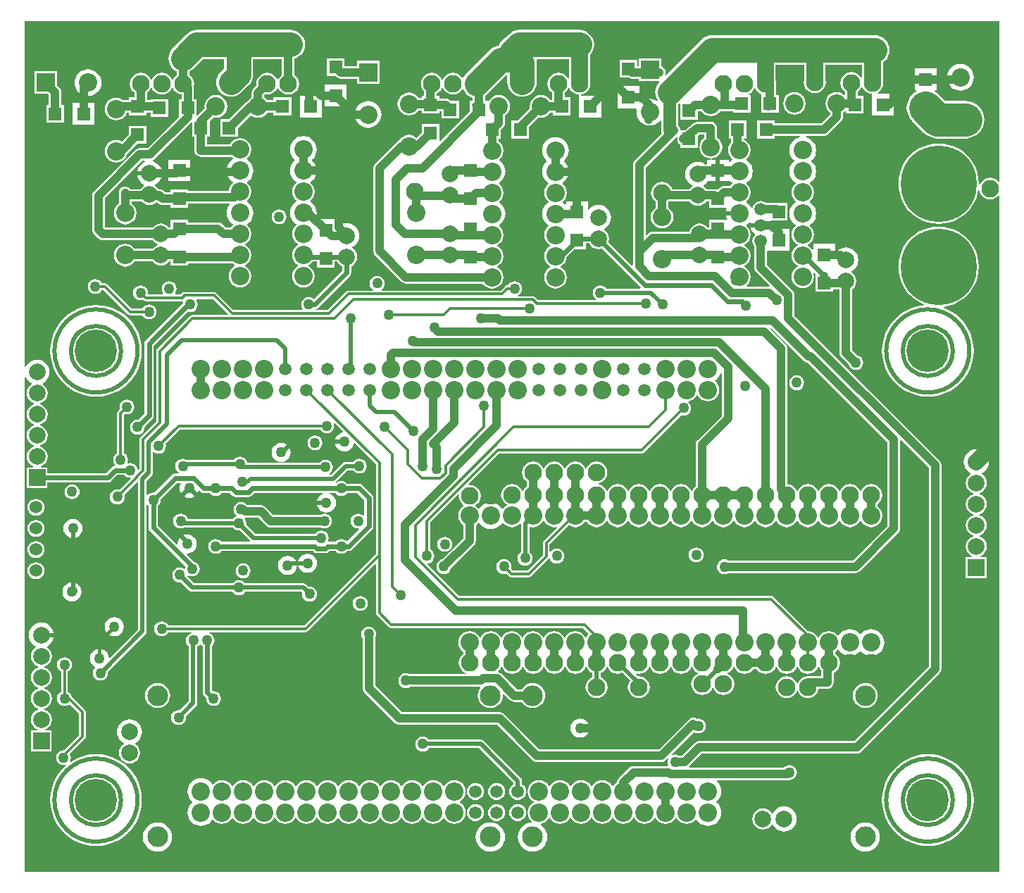
<source format=gbl>
G04 Layer_Physical_Order=4*
G04 Layer_Color=16711680*
%FSLAX23Y23*%
%MOIN*%
G70*
G01*
G75*
%ADD12R,0.064X0.064*%
%ADD13R,0.064X0.064*%
%ADD17C,0.039*%
%ADD18C,0.020*%
%ADD19C,0.012*%
%ADD20C,0.157*%
%ADD21C,0.079*%
%ADD22C,0.024*%
%ADD24C,0.016*%
%ADD25C,0.118*%
%ADD26C,0.004*%
%ADD27C,0.201*%
%ADD28C,0.087*%
%ADD29C,0.098*%
%ADD30C,0.079*%
%ADD31C,0.087*%
%ADD32C,0.059*%
%ADD33C,0.083*%
%ADD34R,0.087X0.087*%
%ADD35C,0.360*%
%ADD36C,0.059*%
%ADD37R,0.079X0.079*%
%ADD38R,0.087X0.087*%
%ADD39C,0.060*%
%ADD40C,0.050*%
%ADD41C,0.004*%
%ADD42C,0.059*%
G36*
X7785Y5897D02*
X7780Y5895D01*
X7777Y5900D01*
X7766Y5909D01*
X7753Y5914D01*
X7740Y5915D01*
X7727Y5914D01*
X7714Y5909D01*
X7703Y5900D01*
X7695Y5890D01*
X7692Y5882D01*
X7687Y5883D01*
X7687Y5887D01*
X7686Y5912D01*
X7681Y5936D01*
X7673Y5960D01*
X7662Y5982D01*
X7648Y6003D01*
X7632Y6022D01*
X7613Y6038D01*
X7592Y6052D01*
X7570Y6063D01*
X7546Y6071D01*
X7522Y6076D01*
X7497Y6077D01*
X7472Y6076D01*
X7448Y6071D01*
X7424Y6063D01*
X7402Y6052D01*
X7381Y6038D01*
X7362Y6022D01*
X7346Y6003D01*
X7332Y5982D01*
X7321Y5960D01*
X7313Y5936D01*
X7308Y5912D01*
X7307Y5887D01*
X7308Y5862D01*
X7313Y5838D01*
X7321Y5814D01*
X7332Y5792D01*
X7346Y5771D01*
X7362Y5752D01*
X7381Y5736D01*
X7402Y5722D01*
X7424Y5711D01*
X7448Y5703D01*
X7472Y5698D01*
X7497Y5697D01*
X7522Y5698D01*
X7546Y5703D01*
X7570Y5711D01*
X7592Y5722D01*
X7613Y5736D01*
X7632Y5752D01*
X7648Y5771D01*
X7662Y5792D01*
X7673Y5814D01*
X7681Y5838D01*
X7684Y5855D01*
X7689Y5855D01*
X7690Y5850D01*
X7695Y5838D01*
X7703Y5827D01*
X7714Y5819D01*
X7727Y5814D01*
X7740Y5812D01*
X7753Y5814D01*
X7766Y5819D01*
X7777Y5827D01*
X7780Y5832D01*
X7785Y5830D01*
Y2630D01*
X3170D01*
Y4971D01*
X3175Y4972D01*
X3181Y4962D01*
X3188Y4953D01*
X3197Y4946D01*
X3203Y4943D01*
X3203Y4942D01*
X3203Y4937D01*
X3195Y4930D01*
X3187Y4920D01*
X3182Y4908D01*
X3180Y4895D01*
X3182Y4882D01*
X3187Y4870D01*
X3195Y4860D01*
X3205Y4852D01*
X3215Y4848D01*
Y4842D01*
X3205Y4838D01*
X3195Y4830D01*
X3187Y4820D01*
X3182Y4808D01*
X3180Y4795D01*
X3182Y4782D01*
X3187Y4770D01*
X3195Y4760D01*
X3205Y4752D01*
X3215Y4748D01*
Y4742D01*
X3205Y4738D01*
X3195Y4730D01*
X3187Y4720D01*
X3182Y4708D01*
X3180Y4695D01*
X3182Y4682D01*
X3187Y4670D01*
X3195Y4660D01*
X3205Y4652D01*
X3215Y4648D01*
Y4642D01*
X3205Y4638D01*
X3195Y4630D01*
X3187Y4620D01*
X3182Y4608D01*
X3180Y4595D01*
X3182Y4582D01*
X3187Y4570D01*
X3195Y4560D01*
X3205Y4552D01*
X3211Y4549D01*
X3210Y4544D01*
X3181D01*
Y4446D01*
X3279D01*
Y4473D01*
X3565D01*
X3565Y4473D01*
X3574Y4474D01*
X3581Y4479D01*
X3609Y4508D01*
X3643D01*
X3645Y4505D01*
X3652Y4500D01*
X3661Y4496D01*
X3670Y4495D01*
X3670Y4495D01*
X3673Y4490D01*
X3621Y4439D01*
X3619Y4439D01*
X3610Y4440D01*
X3601Y4439D01*
X3592Y4436D01*
X3585Y4430D01*
X3579Y4423D01*
X3576Y4414D01*
X3575Y4405D01*
X3576Y4396D01*
X3579Y4387D01*
X3585Y4380D01*
X3592Y4374D01*
X3601Y4371D01*
X3610Y4370D01*
X3619Y4371D01*
X3628Y4374D01*
X3635Y4380D01*
X3641Y4387D01*
X3644Y4396D01*
X3645Y4405D01*
X3644Y4414D01*
X3644Y4416D01*
X3703Y4476D01*
X3708Y4474D01*
Y3777D01*
X3575Y3643D01*
X3569Y3645D01*
X3569Y3652D01*
X3564Y3663D01*
X3557Y3672D01*
X3548Y3679D01*
X3537Y3684D01*
X3525Y3685D01*
X3513Y3684D01*
X3502Y3679D01*
X3493Y3672D01*
X3486Y3663D01*
X3481Y3652D01*
X3480Y3640D01*
X3481Y3628D01*
X3486Y3617D01*
X3493Y3608D01*
X3502Y3601D01*
X3505Y3600D01*
X3505Y3596D01*
X3505Y3595D01*
X3499Y3588D01*
X3496Y3579D01*
X3495Y3570D01*
X3496Y3561D01*
X3499Y3552D01*
X3505Y3545D01*
X3512Y3539D01*
X3521Y3536D01*
X3530Y3535D01*
X3539Y3536D01*
X3548Y3539D01*
X3555Y3545D01*
X3561Y3552D01*
X3564Y3561D01*
X3565Y3570D01*
X3565Y3576D01*
X3743Y3754D01*
X3747Y3761D01*
X3749Y3768D01*
Y4365D01*
X3754Y4367D01*
X3755Y4365D01*
X3758Y4363D01*
Y4260D01*
X3758Y4260D01*
X3759Y4251D01*
X3764Y4244D01*
X3932Y4076D01*
X3930Y4072D01*
X3930Y4067D01*
X3924Y4064D01*
X3923Y4066D01*
X3914Y4069D01*
X3905Y4070D01*
X3896Y4069D01*
X3887Y4066D01*
X3880Y4060D01*
X3874Y4053D01*
X3871Y4044D01*
X3870Y4035D01*
X3871Y4026D01*
X3874Y4017D01*
X3880Y4010D01*
X3887Y4004D01*
X3896Y4001D01*
X3905Y4000D01*
X3911Y4000D01*
X3951Y3961D01*
X3957Y3956D01*
X3965Y3955D01*
X4156D01*
X4160Y3950D01*
X4167Y3944D01*
X4176Y3941D01*
X4185Y3940D01*
X4194Y3941D01*
X4203Y3944D01*
X4210Y3950D01*
X4214Y3955D01*
X4482D01*
X4485Y3951D01*
X4485Y3945D01*
X4486Y3936D01*
X4489Y3927D01*
X4495Y3920D01*
X4502Y3914D01*
X4511Y3911D01*
X4520Y3910D01*
X4529Y3911D01*
X4538Y3914D01*
X4545Y3920D01*
X4551Y3927D01*
X4554Y3936D01*
X4555Y3945D01*
X4554Y3954D01*
X4551Y3963D01*
X4545Y3970D01*
X4538Y3976D01*
X4529Y3979D01*
X4520Y3980D01*
X4514Y3980D01*
X4504Y3989D01*
X4498Y3994D01*
X4490Y3995D01*
X4214D01*
X4210Y4000D01*
X4203Y4006D01*
X4194Y4009D01*
X4185Y4010D01*
X4176Y4009D01*
X4167Y4006D01*
X4160Y4000D01*
X4156Y3995D01*
X3973D01*
X3942Y4027D01*
X3942Y4030D01*
X3944Y4031D01*
X3948Y4032D01*
X3955Y4029D01*
X3964Y4028D01*
X3974Y4029D01*
X3982Y4032D01*
X3989Y4038D01*
X3995Y4045D01*
X3999Y4054D01*
X4000Y4063D01*
X3999Y4072D01*
X3995Y4081D01*
X3989Y4088D01*
X3982Y4094D01*
X3975Y4097D01*
X3939Y4133D01*
X3941Y4137D01*
X3952Y4138D01*
X3963Y4143D01*
X3972Y4150D01*
X3980Y4159D01*
X3984Y4170D01*
X3986Y4182D01*
X3984Y4194D01*
X3980Y4205D01*
X3972Y4214D01*
X3963Y4221D01*
X3952Y4226D01*
X3940Y4227D01*
X3929Y4226D01*
X3918Y4221D01*
X3909Y4214D01*
X3901Y4205D01*
X3897Y4194D01*
X3896Y4183D01*
X3891Y4180D01*
X3802Y4269D01*
Y4363D01*
X3805Y4365D01*
X3811Y4372D01*
X3814Y4381D01*
X3815Y4390D01*
X3815Y4393D01*
X3893Y4471D01*
X3908D01*
X3910Y4466D01*
X3906Y4457D01*
X3905Y4445D01*
X3906Y4433D01*
X3911Y4422D01*
X3918Y4413D01*
X3927Y4406D01*
X3938Y4401D01*
X3950Y4400D01*
X3962Y4401D01*
X3973Y4406D01*
X3982Y4413D01*
X3989Y4422D01*
X3993Y4432D01*
X3998Y4434D01*
X4003Y4429D01*
X4003Y4429D01*
X4010Y4424D01*
X4019Y4423D01*
X4019Y4423D01*
X4048D01*
X4050Y4420D01*
X4057Y4414D01*
X4066Y4411D01*
X4075Y4410D01*
X4084Y4411D01*
X4093Y4414D01*
X4100Y4420D01*
X4102Y4423D01*
X4142D01*
X4154Y4411D01*
X4154Y4411D01*
X4161Y4406D01*
X4170Y4404D01*
X4170Y4404D01*
X4230D01*
X4230Y4404D01*
X4239Y4406D01*
X4246Y4411D01*
X4258Y4423D01*
X4582D01*
X4583Y4418D01*
X4576Y4415D01*
X4567Y4408D01*
X4560Y4399D01*
X4555Y4388D01*
X4554Y4376D01*
X4555Y4364D01*
X4560Y4353D01*
X4567Y4344D01*
X4576Y4337D01*
X4587Y4332D01*
X4599Y4331D01*
X4611Y4332D01*
X4622Y4337D01*
X4631Y4344D01*
X4638Y4353D01*
X4643Y4364D01*
X4644Y4376D01*
X4643Y4388D01*
X4638Y4399D01*
X4631Y4408D01*
X4622Y4415D01*
X4615Y4418D01*
X4616Y4423D01*
X4643D01*
X4645Y4420D01*
X4652Y4414D01*
X4661Y4411D01*
X4670Y4410D01*
X4679Y4411D01*
X4688Y4414D01*
X4695Y4420D01*
X4697Y4423D01*
X4746D01*
X4778Y4391D01*
Y4319D01*
X4773Y4317D01*
X4768Y4321D01*
X4759Y4324D01*
X4750Y4325D01*
X4741Y4324D01*
X4732Y4321D01*
X4725Y4315D01*
X4719Y4308D01*
X4716Y4299D01*
X4715Y4290D01*
X4716Y4281D01*
X4719Y4272D01*
X4725Y4265D01*
X4732Y4259D01*
X4741Y4256D01*
X4750Y4255D01*
X4751Y4255D01*
X4754Y4250D01*
X4698Y4195D01*
X4695Y4195D01*
X4688Y4201D01*
X4679Y4204D01*
X4670Y4205D01*
X4661Y4204D01*
X4652Y4201D01*
X4645Y4195D01*
X4643Y4192D01*
X4611D01*
X4608Y4197D01*
X4609Y4201D01*
X4610Y4210D01*
X4609Y4219D01*
X4606Y4228D01*
X4600Y4235D01*
X4593Y4241D01*
X4584Y4244D01*
X4575Y4245D01*
X4566Y4244D01*
X4557Y4241D01*
X4550Y4235D01*
X4546Y4230D01*
X4263D01*
X4220Y4274D01*
X4220Y4280D01*
X4219Y4289D01*
X4216Y4298D01*
X4214Y4300D01*
X4216Y4305D01*
X4278D01*
X4314Y4269D01*
X4320Y4264D01*
X4327Y4261D01*
X4335Y4260D01*
X4572D01*
X4572Y4259D01*
X4581Y4256D01*
X4590Y4255D01*
X4599Y4256D01*
X4608Y4259D01*
X4615Y4265D01*
X4621Y4272D01*
X4624Y4281D01*
X4625Y4290D01*
X4624Y4299D01*
X4621Y4308D01*
X4615Y4315D01*
X4608Y4321D01*
X4599Y4324D01*
X4590Y4325D01*
X4581Y4324D01*
X4572Y4321D01*
X4572Y4320D01*
X4347D01*
X4312Y4356D01*
X4305Y4361D01*
X4298Y4364D01*
X4290Y4365D01*
X4225D01*
X4224Y4366D01*
X4222Y4368D01*
X4220Y4370D01*
X4213Y4376D01*
X4204Y4379D01*
X4195Y4380D01*
X4186Y4379D01*
X4177Y4376D01*
X4170Y4370D01*
X4164Y4363D01*
X4161Y4354D01*
X4160Y4345D01*
X4161Y4336D01*
X4164Y4327D01*
X4170Y4320D01*
X4173Y4318D01*
X4172Y4312D01*
X4167Y4311D01*
X4160Y4305D01*
X4156Y4300D01*
X3944D01*
X3941Y4308D01*
X3935Y4315D01*
X3928Y4321D01*
X3919Y4324D01*
X3910Y4325D01*
X3901Y4324D01*
X3892Y4321D01*
X3885Y4315D01*
X3879Y4308D01*
X3876Y4299D01*
X3875Y4290D01*
X3876Y4281D01*
X3879Y4272D01*
X3885Y4265D01*
X3892Y4259D01*
X3901Y4256D01*
X3910Y4255D01*
X3919Y4256D01*
X3928Y4259D01*
X3928Y4260D01*
X4156D01*
X4160Y4255D01*
X4167Y4249D01*
X4176Y4246D01*
X4185Y4245D01*
X4191Y4245D01*
X4239Y4197D01*
X4237Y4192D01*
X4102D01*
X4100Y4195D01*
X4093Y4201D01*
X4084Y4204D01*
X4075Y4205D01*
X4066Y4204D01*
X4057Y4201D01*
X4050Y4195D01*
X4044Y4188D01*
X4041Y4179D01*
X4040Y4170D01*
X4041Y4161D01*
X4044Y4152D01*
X4050Y4145D01*
X4057Y4139D01*
X4066Y4136D01*
X4075Y4135D01*
X4084Y4136D01*
X4093Y4139D01*
X4100Y4145D01*
X4102Y4148D01*
X4537D01*
X4539Y4146D01*
X4539Y4146D01*
X4546Y4141D01*
X4555Y4139D01*
X4595D01*
X4595Y4139D01*
X4604Y4141D01*
X4611Y4146D01*
X4613Y4148D01*
X4643D01*
X4645Y4145D01*
X4652Y4139D01*
X4661Y4136D01*
X4670Y4135D01*
X4679Y4136D01*
X4688Y4139D01*
X4695Y4145D01*
X4697Y4148D01*
X4705D01*
X4705Y4148D01*
X4714Y4149D01*
X4721Y4154D01*
X4816Y4249D01*
X4816Y4249D01*
X4821Y4256D01*
X4822Y4265D01*
X4822Y4265D01*
Y4400D01*
X4822Y4400D01*
X4821Y4409D01*
X4816Y4416D01*
X4816Y4416D01*
X4771Y4461D01*
X4764Y4466D01*
X4755Y4467D01*
X4755Y4467D01*
X4697D01*
X4695Y4470D01*
X4688Y4476D01*
X4679Y4479D01*
X4670Y4480D01*
X4661Y4479D01*
X4652Y4476D01*
X4645Y4470D01*
X4645Y4470D01*
X4644Y4475D01*
X4644Y4476D01*
X4698Y4530D01*
X4726D01*
X4730Y4525D01*
X4737Y4519D01*
X4746Y4516D01*
X4755Y4515D01*
X4764Y4516D01*
X4773Y4519D01*
X4780Y4525D01*
X4786Y4532D01*
X4789Y4541D01*
X4790Y4550D01*
X4789Y4559D01*
X4786Y4568D01*
X4780Y4575D01*
X4773Y4581D01*
X4764Y4584D01*
X4755Y4585D01*
X4746Y4584D01*
X4737Y4581D01*
X4730Y4575D01*
X4726Y4570D01*
X4690D01*
X4682Y4569D01*
X4676Y4564D01*
X4622Y4510D01*
X4615D01*
X4615Y4511D01*
X4614Y4515D01*
X4620Y4520D01*
X4626Y4527D01*
X4629Y4536D01*
X4630Y4545D01*
X4629Y4554D01*
X4626Y4563D01*
X4620Y4570D01*
X4613Y4576D01*
X4604Y4579D01*
X4595Y4580D01*
X4586Y4579D01*
X4577Y4576D01*
X4570Y4570D01*
X4566Y4565D01*
X4392D01*
X4388Y4567D01*
X4387Y4570D01*
X4388Y4570D01*
X4397Y4571D01*
X4408Y4576D01*
X4417Y4583D01*
X4424Y4592D01*
X4429Y4603D01*
X4430Y4615D01*
X4429Y4627D01*
X4424Y4638D01*
X4417Y4647D01*
X4408Y4654D01*
X4397Y4659D01*
X4385Y4660D01*
X4373Y4659D01*
X4362Y4654D01*
X4353Y4647D01*
X4346Y4638D01*
X4341Y4627D01*
X4340Y4615D01*
X4341Y4603D01*
X4346Y4592D01*
X4353Y4583D01*
X4362Y4576D01*
X4373Y4571D01*
X4382Y4570D01*
X4383Y4570D01*
X4382Y4567D01*
X4378Y4565D01*
X4225D01*
X4224Y4569D01*
X4221Y4578D01*
X4215Y4585D01*
X4208Y4591D01*
X4199Y4594D01*
X4190Y4595D01*
X4181Y4594D01*
X4172Y4591D01*
X4165Y4585D01*
X4161Y4580D01*
X3938D01*
X3938Y4581D01*
X3929Y4584D01*
X3920Y4585D01*
X3911Y4584D01*
X3902Y4581D01*
X3895Y4575D01*
X3889Y4568D01*
X3886Y4559D01*
X3885Y4550D01*
X3886Y4541D01*
X3889Y4532D01*
X3895Y4525D01*
X3900Y4521D01*
X3899Y4516D01*
X3884D01*
X3875Y4514D01*
X3868Y4509D01*
X3868Y4509D01*
X3783Y4425D01*
X3780Y4425D01*
X3771Y4424D01*
X3762Y4421D01*
X3755Y4415D01*
X3754Y4413D01*
X3749Y4415D01*
Y4481D01*
X3773Y4505D01*
X3777Y4512D01*
X3779Y4519D01*
Y4615D01*
X3784Y4617D01*
X3787Y4614D01*
X3796Y4611D01*
X3805Y4610D01*
X3814Y4611D01*
X3823Y4614D01*
X3830Y4620D01*
X3836Y4627D01*
X3839Y4636D01*
X3840Y4645D01*
X3839Y4654D01*
X3839Y4656D01*
X3907Y4724D01*
X4569D01*
X4570Y4722D01*
X4575Y4715D01*
X4583Y4709D01*
X4591Y4706D01*
X4600Y4705D01*
X4609Y4706D01*
X4618Y4709D01*
X4625Y4715D01*
X4631Y4722D01*
X4634Y4731D01*
X4635Y4740D01*
X4634Y4749D01*
X4633Y4752D01*
X4637Y4755D01*
X4678Y4714D01*
X4677Y4709D01*
X4673Y4709D01*
X4662Y4704D01*
X4653Y4697D01*
X4646Y4688D01*
X4641Y4677D01*
X4640Y4665D01*
X4641Y4653D01*
X4646Y4642D01*
X4653Y4633D01*
X4662Y4626D01*
X4673Y4621D01*
X4685Y4620D01*
X4697Y4621D01*
X4708Y4626D01*
X4717Y4633D01*
X4724Y4642D01*
X4729Y4653D01*
X4729Y4657D01*
X4734Y4658D01*
X4834Y4558D01*
Y4137D01*
X4493Y3796D01*
X3851D01*
X3851Y3798D01*
X3845Y3805D01*
X3838Y3811D01*
X3829Y3814D01*
X3820Y3815D01*
X3811Y3814D01*
X3802Y3811D01*
X3795Y3805D01*
X3789Y3798D01*
X3786Y3789D01*
X3785Y3780D01*
X3786Y3771D01*
X3789Y3762D01*
X3795Y3755D01*
X3802Y3749D01*
X3811Y3746D01*
X3820Y3745D01*
X3829Y3746D01*
X3838Y3749D01*
X3845Y3755D01*
X3851Y3762D01*
X3851Y3764D01*
X3960D01*
X3961Y3759D01*
X3952Y3756D01*
X3945Y3750D01*
X3939Y3743D01*
X3936Y3734D01*
X3935Y3725D01*
X3936Y3716D01*
X3939Y3707D01*
X3945Y3700D01*
X3948Y3698D01*
Y3437D01*
X3906Y3395D01*
X3900Y3395D01*
X3891Y3394D01*
X3882Y3391D01*
X3875Y3385D01*
X3869Y3378D01*
X3866Y3369D01*
X3865Y3360D01*
X3866Y3351D01*
X3869Y3342D01*
X3875Y3335D01*
X3882Y3329D01*
X3891Y3326D01*
X3900Y3325D01*
X3909Y3326D01*
X3918Y3329D01*
X3925Y3335D01*
X3931Y3342D01*
X3934Y3351D01*
X3935Y3360D01*
X3935Y3366D01*
X3983Y3414D01*
X3987Y3421D01*
X3989Y3428D01*
Y3695D01*
X3995Y3700D01*
X4000Y3706D01*
X4001Y3706D01*
X4004D01*
X4005Y3706D01*
X4010Y3700D01*
X4013Y3698D01*
Y3480D01*
X4013Y3480D01*
X4014Y3471D01*
X4019Y3464D01*
X4030Y3453D01*
X4030Y3450D01*
X4031Y3441D01*
X4034Y3432D01*
X4040Y3425D01*
X4047Y3419D01*
X4056Y3416D01*
X4065Y3415D01*
X4074Y3416D01*
X4083Y3419D01*
X4090Y3425D01*
X4096Y3432D01*
X4099Y3441D01*
X4100Y3450D01*
X4099Y3459D01*
X4096Y3468D01*
X4090Y3475D01*
X4083Y3481D01*
X4074Y3484D01*
X4065Y3485D01*
X4062Y3485D01*
X4057Y3489D01*
Y3698D01*
X4060Y3700D01*
X4066Y3707D01*
X4069Y3716D01*
X4070Y3725D01*
X4069Y3734D01*
X4066Y3743D01*
X4060Y3750D01*
X4053Y3756D01*
X4044Y3759D01*
X4045Y3764D01*
X4500D01*
X4506Y3765D01*
X4511Y3769D01*
X4829Y4086D01*
X4834Y4084D01*
Y3855D01*
X4835Y3849D01*
X4839Y3844D01*
X4894Y3789D01*
X4899Y3785D01*
X4905Y3784D01*
X5813D01*
X5839Y3758D01*
X5839Y3753D01*
X5830Y3742D01*
X5830Y3740D01*
X5825D01*
X5824Y3742D01*
X5815Y3753D01*
X5804Y3762D01*
X5791Y3767D01*
X5777Y3769D01*
X5763Y3767D01*
X5750Y3762D01*
X5739Y3753D01*
X5730Y3742D01*
X5730Y3740D01*
X5725D01*
X5724Y3742D01*
X5715Y3753D01*
X5704Y3762D01*
X5691Y3767D01*
X5677Y3769D01*
X5663Y3767D01*
X5650Y3762D01*
X5639Y3753D01*
X5630Y3742D01*
X5630Y3740D01*
X5625D01*
X5624Y3742D01*
X5615Y3753D01*
X5604Y3762D01*
X5591Y3767D01*
X5577Y3769D01*
X5563Y3767D01*
X5550Y3762D01*
X5539Y3753D01*
X5530Y3742D01*
X5530Y3740D01*
X5525D01*
X5524Y3742D01*
X5515Y3753D01*
X5504Y3762D01*
X5491Y3767D01*
X5477Y3769D01*
X5463Y3767D01*
X5450Y3762D01*
X5439Y3753D01*
X5430Y3742D01*
X5430Y3740D01*
X5425D01*
X5424Y3742D01*
X5415Y3753D01*
X5404Y3762D01*
X5391Y3767D01*
X5377Y3769D01*
X5363Y3767D01*
X5350Y3762D01*
X5339Y3753D01*
X5330Y3742D01*
X5330Y3740D01*
X5325D01*
X5324Y3742D01*
X5315Y3753D01*
X5304Y3762D01*
X5291Y3767D01*
X5277Y3769D01*
X5263Y3767D01*
X5250Y3762D01*
X5239Y3753D01*
X5230Y3742D01*
X5225Y3729D01*
X5223Y3715D01*
X5225Y3701D01*
X5230Y3688D01*
X5239Y3677D01*
X5247Y3671D01*
Y3660D01*
X5241Y3656D01*
X5233Y3645D01*
X5228Y3632D01*
X5226Y3619D01*
X5228Y3606D01*
X5233Y3593D01*
X5241Y3582D01*
X5252Y3574D01*
X5262Y3570D01*
X5261Y3565D01*
X4993D01*
X4993Y3566D01*
X4984Y3569D01*
X4975Y3570D01*
X4966Y3569D01*
X4957Y3566D01*
X4950Y3560D01*
X4944Y3553D01*
X4941Y3544D01*
X4940Y3535D01*
X4941Y3526D01*
X4944Y3517D01*
X4950Y3510D01*
X4957Y3504D01*
X4966Y3501D01*
X4975Y3500D01*
X4984Y3501D01*
X4993Y3504D01*
X4993Y3505D01*
X5325D01*
X5328Y3500D01*
X5326Y3497D01*
X5320Y3487D01*
X5317Y3476D01*
X5316Y3464D01*
X5317Y3453D01*
X5320Y3442D01*
X5326Y3431D01*
X5333Y3422D01*
X5342Y3415D01*
X5352Y3409D01*
X5363Y3406D01*
X5375Y3405D01*
X5387Y3406D01*
X5398Y3409D01*
X5408Y3415D01*
X5417Y3422D01*
X5424Y3431D01*
X5430Y3442D01*
X5433Y3453D01*
X5434Y3464D01*
X5434Y3470D01*
X5439Y3472D01*
X5468Y3443D01*
X5474Y3438D01*
X5481Y3435D01*
X5489Y3434D01*
X5524D01*
X5526Y3431D01*
X5533Y3422D01*
X5542Y3415D01*
X5552Y3409D01*
X5564Y3406D01*
X5575Y3405D01*
X5587Y3406D01*
X5598Y3409D01*
X5608Y3415D01*
X5617Y3422D01*
X5625Y3431D01*
X5630Y3442D01*
X5634Y3453D01*
X5635Y3464D01*
X5634Y3476D01*
X5630Y3487D01*
X5625Y3497D01*
X5617Y3506D01*
X5608Y3514D01*
X5598Y3519D01*
X5587Y3523D01*
X5575Y3524D01*
X5564Y3523D01*
X5552Y3519D01*
X5542Y3514D01*
X5533Y3506D01*
X5526Y3497D01*
X5524Y3494D01*
X5502D01*
X5430Y3566D01*
X5423Y3571D01*
X5416Y3574D01*
X5413Y3574D01*
X5411Y3580D01*
X5415Y3582D01*
X5423Y3593D01*
X5426Y3600D01*
X5431D01*
X5433Y3593D01*
X5441Y3582D01*
X5452Y3574D01*
X5465Y3569D01*
X5478Y3567D01*
X5492Y3569D01*
X5504Y3574D01*
X5515Y3582D01*
X5523Y3593D01*
X5526Y3600D01*
X5531D01*
X5533Y3593D01*
X5541Y3582D01*
X5552Y3574D01*
X5565Y3569D01*
X5578Y3567D01*
X5592Y3569D01*
X5604Y3574D01*
X5615Y3582D01*
X5623Y3593D01*
X5626Y3600D01*
X5631D01*
X5633Y3593D01*
X5641Y3582D01*
X5652Y3574D01*
X5665Y3569D01*
X5678Y3567D01*
X5692Y3569D01*
X5704Y3574D01*
X5715Y3582D01*
X5723Y3593D01*
X5726Y3600D01*
X5731D01*
X5733Y3593D01*
X5741Y3582D01*
X5752Y3574D01*
X5765Y3569D01*
X5778Y3567D01*
X5792Y3569D01*
X5804Y3574D01*
X5815Y3582D01*
X5823Y3593D01*
X5826Y3600D01*
X5831D01*
X5833Y3593D01*
X5841Y3582D01*
X5852Y3574D01*
X5858Y3572D01*
Y3551D01*
X5852Y3549D01*
X5841Y3541D01*
X5833Y3530D01*
X5828Y3517D01*
X5826Y3504D01*
X5828Y3491D01*
X5833Y3478D01*
X5841Y3467D01*
X5852Y3459D01*
X5865Y3454D01*
X5878Y3452D01*
X5892Y3454D01*
X5904Y3459D01*
X5915Y3467D01*
X5923Y3478D01*
X5928Y3491D01*
X5930Y3504D01*
X5928Y3517D01*
X5923Y3530D01*
X5915Y3541D01*
X5904Y3549D01*
X5898Y3551D01*
Y3572D01*
X5904Y3574D01*
X5915Y3582D01*
X5923Y3593D01*
X5926Y3600D01*
X5931D01*
X5933Y3593D01*
X5941Y3582D01*
X5952Y3574D01*
X5965Y3569D01*
X5978Y3567D01*
X5992Y3569D01*
X5998Y3572D01*
X6037Y3535D01*
X6033Y3530D01*
X6028Y3517D01*
X6026Y3504D01*
X6028Y3491D01*
X6033Y3478D01*
X6041Y3467D01*
X6052Y3459D01*
X6065Y3454D01*
X6078Y3452D01*
X6092Y3454D01*
X6104Y3459D01*
X6115Y3467D01*
X6123Y3478D01*
X6128Y3491D01*
X6130Y3504D01*
X6128Y3517D01*
X6123Y3530D01*
X6115Y3541D01*
X6104Y3549D01*
X6092Y3554D01*
X6078Y3556D01*
X6075Y3555D01*
X6066Y3564D01*
X6068Y3569D01*
X6078Y3567D01*
X6092Y3569D01*
X6104Y3574D01*
X6115Y3582D01*
X6123Y3593D01*
X6126Y3600D01*
X6131D01*
X6133Y3593D01*
X6141Y3582D01*
X6152Y3574D01*
X6165Y3569D01*
X6178Y3567D01*
X6192Y3569D01*
X6204Y3574D01*
X6215Y3582D01*
X6223Y3593D01*
X6226Y3600D01*
X6231D01*
X6233Y3593D01*
X6241Y3582D01*
X6252Y3574D01*
X6265Y3569D01*
X6278Y3567D01*
X6292Y3569D01*
X6304Y3574D01*
X6315Y3582D01*
X6323Y3593D01*
X6326Y3600D01*
X6331D01*
X6333Y3593D01*
X6341Y3582D01*
X6352Y3574D01*
X6359Y3572D01*
Y3567D01*
X6352Y3564D01*
X6341Y3556D01*
X6333Y3545D01*
X6328Y3532D01*
X6326Y3519D01*
X6328Y3506D01*
X6333Y3493D01*
X6341Y3482D01*
X6352Y3474D01*
X6365Y3469D01*
X6378Y3467D01*
X6392Y3469D01*
X6404Y3474D01*
X6415Y3482D01*
X6423Y3493D01*
X6426Y3500D01*
X6431D01*
X6433Y3493D01*
X6441Y3482D01*
X6452Y3474D01*
X6465Y3469D01*
X6478Y3467D01*
X6492Y3469D01*
X6504Y3474D01*
X6515Y3482D01*
X6523Y3493D01*
X6528Y3506D01*
X6530Y3519D01*
X6528Y3532D01*
X6523Y3545D01*
X6515Y3556D01*
X6504Y3564D01*
X6498Y3567D01*
Y3572D01*
X6504Y3574D01*
X6515Y3582D01*
X6523Y3593D01*
X6526Y3600D01*
X6531D01*
X6533Y3593D01*
X6541Y3582D01*
X6552Y3574D01*
X6565Y3569D01*
X6578Y3567D01*
X6592Y3569D01*
X6604Y3574D01*
X6615Y3582D01*
X6620Y3589D01*
X6636D01*
X6641Y3582D01*
X6652Y3574D01*
X6665Y3569D01*
X6678Y3567D01*
X6692Y3569D01*
X6704Y3574D01*
X6715Y3582D01*
X6723Y3593D01*
X6726Y3600D01*
X6731D01*
X6733Y3593D01*
X6741Y3582D01*
X6752Y3574D01*
X6765Y3569D01*
X6778Y3567D01*
X6792Y3569D01*
X6804Y3574D01*
X6815Y3582D01*
X6823Y3593D01*
X6826Y3600D01*
X6831D01*
X6833Y3593D01*
X6841Y3582D01*
X6852Y3574D01*
X6865Y3569D01*
X6878Y3567D01*
X6892Y3569D01*
X6904Y3574D01*
X6915Y3582D01*
X6923Y3593D01*
X6926Y3600D01*
X6931D01*
X6933Y3593D01*
X6940Y3584D01*
Y3555D01*
X6885D01*
X6878Y3556D01*
X6865Y3554D01*
X6852Y3549D01*
X6841Y3541D01*
X6833Y3530D01*
X6831Y3523D01*
X6826D01*
X6823Y3530D01*
X6815Y3541D01*
X6804Y3549D01*
X6792Y3554D01*
X6778Y3556D01*
X6765Y3554D01*
X6752Y3549D01*
X6741Y3541D01*
X6733Y3530D01*
X6728Y3517D01*
X6726Y3504D01*
X6728Y3491D01*
X6733Y3478D01*
X6741Y3467D01*
X6752Y3459D01*
X6765Y3454D01*
X6778Y3452D01*
X6792Y3454D01*
X6804Y3459D01*
X6815Y3467D01*
X6823Y3478D01*
X6826Y3485D01*
X6831D01*
X6833Y3478D01*
X6841Y3467D01*
X6852Y3459D01*
X6865Y3454D01*
X6878Y3452D01*
X6892Y3454D01*
X6904Y3459D01*
X6915Y3467D01*
X6923Y3478D01*
X6928Y3491D01*
X6929Y3495D01*
X6970D01*
X6978Y3496D01*
X6985Y3499D01*
X6991Y3504D01*
X6996Y3510D01*
X6999Y3517D01*
X7000Y3525D01*
Y3572D01*
X7004Y3574D01*
X7015Y3582D01*
X7023Y3593D01*
X7028Y3606D01*
X7030Y3619D01*
X7028Y3632D01*
X7023Y3645D01*
X7015Y3656D01*
X7007Y3662D01*
Y3671D01*
X7015Y3677D01*
X7019Y3682D01*
X7024Y3681D01*
X7024Y3680D01*
X7032Y3670D01*
X7042Y3662D01*
X7053Y3657D01*
X7065Y3653D01*
X7077Y3652D01*
X7089Y3653D01*
X7101Y3657D01*
X7112Y3662D01*
X7122Y3670D01*
X7125Y3674D01*
X7130D01*
X7132Y3670D01*
X7142Y3662D01*
X7153Y3657D01*
X7165Y3653D01*
X7177Y3652D01*
X7189Y3653D01*
X7201Y3657D01*
X7212Y3662D01*
X7222Y3670D01*
X7230Y3680D01*
X7236Y3691D01*
X7239Y3703D01*
X7240Y3715D01*
X7239Y3727D01*
X7236Y3739D01*
X7230Y3750D01*
X7222Y3760D01*
X7212Y3768D01*
X7201Y3774D01*
X7189Y3777D01*
X7177Y3778D01*
X7165Y3777D01*
X7153Y3774D01*
X7142Y3768D01*
X7132Y3760D01*
X7130Y3757D01*
X7125D01*
X7122Y3760D01*
X7112Y3768D01*
X7101Y3774D01*
X7089Y3777D01*
X7077Y3778D01*
X7065Y3777D01*
X7053Y3774D01*
X7042Y3768D01*
X7032Y3760D01*
X7024Y3750D01*
X7024Y3749D01*
X7019Y3748D01*
X7015Y3753D01*
X7004Y3762D01*
X6991Y3767D01*
X6977Y3769D01*
X6963Y3767D01*
X6950Y3762D01*
X6939Y3753D01*
X6930Y3742D01*
X6930Y3740D01*
X6925D01*
X6924Y3742D01*
X6915Y3753D01*
X6904Y3762D01*
X6891Y3767D01*
X6879Y3769D01*
X6716Y3931D01*
X6711Y3935D01*
X6705Y3936D01*
X5226D01*
X5078Y4085D01*
X5079Y4090D01*
X5084Y4091D01*
X5093Y4094D01*
X5100Y4100D01*
X5106Y4107D01*
X5109Y4116D01*
X5110Y4125D01*
X5109Y4134D01*
X5106Y4143D01*
X5100Y4150D01*
X5093Y4156D01*
X5091Y4156D01*
Y4284D01*
X5222Y4415D01*
X5227Y4413D01*
X5226Y4409D01*
X5228Y4396D01*
X5233Y4383D01*
X5241Y4372D01*
X5249Y4367D01*
X5249Y4365D01*
X5249Y4361D01*
X5239Y4353D01*
X5230Y4342D01*
X5225Y4329D01*
X5223Y4315D01*
X5225Y4301D01*
X5230Y4288D01*
X5239Y4277D01*
X5247Y4271D01*
Y4209D01*
X5147Y4109D01*
X5146Y4109D01*
X5137Y4106D01*
X5130Y4100D01*
X5124Y4093D01*
X5121Y4084D01*
X5120Y4075D01*
X5121Y4066D01*
X5124Y4057D01*
X5130Y4050D01*
X5137Y4044D01*
X5146Y4041D01*
X5155Y4040D01*
X5164Y4041D01*
X5173Y4044D01*
X5180Y4050D01*
X5186Y4057D01*
X5189Y4066D01*
X5189Y4067D01*
X5298Y4176D01*
X5303Y4182D01*
X5304Y4185D01*
X5306Y4189D01*
X5307Y4197D01*
Y4271D01*
X5315Y4277D01*
X5319Y4282D01*
X5324Y4281D01*
X5324Y4280D01*
X5332Y4270D01*
X5342Y4262D01*
X5353Y4257D01*
X5365Y4253D01*
X5377Y4252D01*
X5389Y4253D01*
X5401Y4257D01*
X5412Y4262D01*
X5422Y4270D01*
X5430Y4280D01*
X5430Y4281D01*
X5435Y4282D01*
X5439Y4277D01*
X5450Y4269D01*
X5463Y4263D01*
X5477Y4261D01*
X5491Y4263D01*
X5504Y4269D01*
X5515Y4277D01*
X5516Y4277D01*
X5520Y4275D01*
Y4144D01*
X5515Y4140D01*
X5509Y4133D01*
X5506Y4124D01*
X5505Y4115D01*
X5506Y4106D01*
X5509Y4097D01*
X5515Y4090D01*
X5522Y4084D01*
X5531Y4081D01*
X5540Y4080D01*
X5549Y4081D01*
X5558Y4084D01*
X5565Y4090D01*
X5571Y4097D01*
X5574Y4106D01*
X5575Y4115D01*
X5574Y4124D01*
X5571Y4133D01*
X5565Y4140D01*
X5560Y4144D01*
Y4260D01*
X5565Y4263D01*
X5577Y4261D01*
X5591Y4263D01*
X5604Y4269D01*
X5615Y4277D01*
X5624Y4288D01*
X5625Y4290D01*
X5630D01*
X5630Y4288D01*
X5639Y4277D01*
X5650Y4269D01*
X5663Y4263D01*
X5677Y4261D01*
X5687Y4263D01*
X5690Y4258D01*
X5629Y4197D01*
X5625Y4192D01*
X5624Y4185D01*
Y4130D01*
X5550Y4056D01*
X5482D01*
X5474Y4064D01*
X5474Y4066D01*
X5475Y4075D01*
X5474Y4084D01*
X5471Y4093D01*
X5465Y4100D01*
X5458Y4106D01*
X5449Y4109D01*
X5440Y4110D01*
X5431Y4109D01*
X5422Y4106D01*
X5415Y4100D01*
X5409Y4093D01*
X5406Y4084D01*
X5405Y4075D01*
X5406Y4066D01*
X5409Y4057D01*
X5415Y4050D01*
X5422Y4044D01*
X5431Y4041D01*
X5440Y4040D01*
X5449Y4041D01*
X5451Y4041D01*
X5464Y4029D01*
X5469Y4025D01*
X5475Y4024D01*
X5557D01*
X5563Y4025D01*
X5568Y4029D01*
X5651Y4112D01*
X5652Y4113D01*
X5658Y4112D01*
X5659Y4107D01*
X5665Y4100D01*
X5672Y4094D01*
X5681Y4091D01*
X5690Y4090D01*
X5699Y4091D01*
X5708Y4094D01*
X5715Y4100D01*
X5721Y4107D01*
X5724Y4116D01*
X5725Y4125D01*
X5724Y4134D01*
X5721Y4143D01*
X5715Y4150D01*
X5708Y4156D01*
X5699Y4159D01*
X5690Y4160D01*
X5681Y4159D01*
X5672Y4156D01*
X5665Y4150D01*
X5661Y4145D01*
X5656Y4147D01*
Y4179D01*
X5748Y4270D01*
X5750Y4269D01*
X5763Y4263D01*
X5777Y4261D01*
X5791Y4263D01*
X5804Y4269D01*
X5815Y4277D01*
X5821Y4285D01*
X5833D01*
X5839Y4277D01*
X5850Y4269D01*
X5863Y4263D01*
X5877Y4261D01*
X5891Y4263D01*
X5904Y4269D01*
X5915Y4277D01*
X5924Y4288D01*
X5925Y4290D01*
X5930D01*
X5930Y4288D01*
X5939Y4277D01*
X5950Y4269D01*
X5963Y4263D01*
X5977Y4261D01*
X5991Y4263D01*
X6004Y4269D01*
X6015Y4277D01*
X6024Y4288D01*
X6025Y4290D01*
X6030D01*
X6030Y4288D01*
X6039Y4277D01*
X6050Y4269D01*
X6063Y4263D01*
X6077Y4261D01*
X6091Y4263D01*
X6104Y4269D01*
X6115Y4277D01*
X6124Y4288D01*
X6125Y4290D01*
X6130D01*
X6130Y4288D01*
X6139Y4277D01*
X6150Y4269D01*
X6163Y4263D01*
X6177Y4261D01*
X6191Y4263D01*
X6204Y4269D01*
X6215Y4277D01*
X6224Y4288D01*
X6225Y4290D01*
X6230D01*
X6230Y4288D01*
X6239Y4277D01*
X6250Y4269D01*
X6263Y4263D01*
X6277Y4261D01*
X6291Y4263D01*
X6304Y4269D01*
X6315Y4277D01*
X6324Y4288D01*
X6325Y4290D01*
X6330D01*
X6330Y4288D01*
X6339Y4277D01*
X6350Y4269D01*
X6363Y4263D01*
X6377Y4261D01*
X6391Y4263D01*
X6404Y4269D01*
X6415Y4277D01*
X6424Y4288D01*
X6425Y4290D01*
X6430D01*
X6430Y4288D01*
X6439Y4277D01*
X6450Y4269D01*
X6463Y4263D01*
X6477Y4261D01*
X6491Y4263D01*
X6504Y4269D01*
X6515Y4277D01*
X6524Y4288D01*
X6525Y4290D01*
X6530D01*
X6530Y4288D01*
X6539Y4277D01*
X6550Y4269D01*
X6563Y4263D01*
X6577Y4261D01*
X6591Y4263D01*
X6604Y4269D01*
X6615Y4277D01*
X6624Y4288D01*
X6625Y4290D01*
X6630D01*
X6630Y4288D01*
X6639Y4277D01*
X6650Y4269D01*
X6663Y4263D01*
X6677Y4261D01*
X6691Y4263D01*
X6704Y4269D01*
X6715Y4277D01*
X6724Y4288D01*
X6725Y4290D01*
X6730D01*
X6730Y4288D01*
X6739Y4277D01*
X6750Y4269D01*
X6763Y4263D01*
X6777Y4261D01*
X6791Y4263D01*
X6804Y4269D01*
X6815Y4277D01*
X6824Y4288D01*
X6825Y4290D01*
X6830D01*
X6830Y4288D01*
X6839Y4277D01*
X6850Y4269D01*
X6863Y4263D01*
X6877Y4261D01*
X6891Y4263D01*
X6904Y4269D01*
X6915Y4277D01*
X6924Y4288D01*
X6925Y4290D01*
X6930D01*
X6930Y4288D01*
X6939Y4277D01*
X6950Y4269D01*
X6963Y4263D01*
X6977Y4261D01*
X6991Y4263D01*
X7004Y4269D01*
X7015Y4277D01*
X7024Y4288D01*
X7025Y4290D01*
X7030D01*
X7030Y4288D01*
X7039Y4277D01*
X7050Y4269D01*
X7063Y4263D01*
X7077Y4261D01*
X7091Y4263D01*
X7104Y4269D01*
X7115Y4277D01*
X7124Y4288D01*
X7125Y4290D01*
X7130D01*
X7130Y4288D01*
X7139Y4277D01*
X7150Y4269D01*
X7163Y4263D01*
X7177Y4261D01*
X7191Y4263D01*
X7204Y4269D01*
X7215Y4277D01*
X7224Y4288D01*
X7229Y4301D01*
X7231Y4315D01*
X7229Y4329D01*
X7224Y4342D01*
X7215Y4353D01*
X7207Y4359D01*
Y4371D01*
X7215Y4377D01*
X7223Y4388D01*
X7228Y4401D01*
X7230Y4414D01*
X7228Y4427D01*
X7223Y4440D01*
X7215Y4451D01*
X7204Y4459D01*
X7192Y4464D01*
X7178Y4466D01*
X7165Y4464D01*
X7152Y4459D01*
X7141Y4451D01*
X7133Y4440D01*
X7131Y4433D01*
X7126D01*
X7123Y4440D01*
X7115Y4451D01*
X7104Y4459D01*
X7092Y4464D01*
X7078Y4466D01*
X7065Y4464D01*
X7052Y4459D01*
X7041Y4451D01*
X7033Y4440D01*
X7031Y4433D01*
X7026D01*
X7023Y4440D01*
X7015Y4451D01*
X7004Y4459D01*
X6992Y4464D01*
X6978Y4466D01*
X6965Y4464D01*
X6952Y4459D01*
X6941Y4451D01*
X6933Y4440D01*
X6931Y4433D01*
X6926D01*
X6923Y4440D01*
X6915Y4451D01*
X6904Y4459D01*
X6892Y4464D01*
X6878Y4466D01*
X6865Y4464D01*
X6852Y4459D01*
X6841Y4451D01*
X6833Y4440D01*
X6831Y4433D01*
X6826D01*
X6823Y4440D01*
X6815Y4451D01*
X6804Y4459D01*
X6792Y4464D01*
X6781Y4465D01*
Y5106D01*
X6780Y5114D01*
X6777Y5121D01*
X6772Y5128D01*
X6700Y5200D01*
X6702Y5205D01*
X6702Y5205D01*
X6860Y5047D01*
X6867Y5043D01*
X6870Y5041D01*
X6874Y5040D01*
X6879Y5039D01*
X7255Y4663D01*
Y4267D01*
X7091Y4103D01*
X6502D01*
X6501Y4104D01*
X6493Y4108D01*
X6484Y4109D01*
X6474Y4108D01*
X6466Y4104D01*
X6459Y4098D01*
X6453Y4091D01*
X6449Y4083D01*
X6448Y4074D01*
X6449Y4064D01*
X6453Y4056D01*
X6459Y4049D01*
X6466Y4043D01*
X6474Y4039D01*
X6484Y4038D01*
X6493Y4039D01*
X6501Y4043D01*
X6502Y4044D01*
X7104D01*
X7111Y4045D01*
X7118Y4048D01*
X7125Y4052D01*
X7306Y4234D01*
X7311Y4240D01*
X7314Y4247D01*
X7315Y4255D01*
Y4671D01*
X7320Y4673D01*
X7450Y4543D01*
Y3602D01*
X7098Y3250D01*
X6365D01*
X6357Y3249D01*
X6353Y3247D01*
X6350Y3246D01*
X6344Y3241D01*
X6282Y3180D01*
X6268D01*
X6268Y3180D01*
X6259Y3184D01*
X6250Y3185D01*
X6241Y3184D01*
X6236Y3182D01*
X6233Y3186D01*
X6338Y3291D01*
X6341Y3291D01*
X6342Y3289D01*
X6351Y3286D01*
X6360Y3285D01*
X6369Y3286D01*
X6378Y3289D01*
X6385Y3295D01*
X6391Y3302D01*
X6394Y3311D01*
X6395Y3320D01*
X6394Y3329D01*
X6391Y3338D01*
X6385Y3345D01*
X6378Y3351D01*
X6369Y3354D01*
X6360Y3355D01*
X6352Y3354D01*
X6350Y3356D01*
X6343Y3359D01*
X6335Y3360D01*
X6327Y3359D01*
X6320Y3356D01*
X6314Y3351D01*
X6173Y3210D01*
X5607D01*
X5441Y3376D01*
X5435Y3381D01*
X5428Y3384D01*
X5420Y3385D01*
X4957D01*
X4830Y3512D01*
Y3737D01*
X4831Y3737D01*
X4834Y3746D01*
X4835Y3755D01*
X4834Y3764D01*
X4831Y3773D01*
X4825Y3780D01*
X4818Y3786D01*
X4809Y3789D01*
X4800Y3790D01*
X4791Y3789D01*
X4782Y3786D01*
X4775Y3780D01*
X4769Y3773D01*
X4766Y3764D01*
X4765Y3755D01*
X4766Y3746D01*
X4769Y3737D01*
X4770Y3737D01*
Y3500D01*
X4771Y3492D01*
X4774Y3485D01*
X4779Y3479D01*
X4924Y3334D01*
X4930Y3329D01*
X4937Y3326D01*
X4945Y3325D01*
X5408D01*
X5574Y3159D01*
X5580Y3154D01*
X5587Y3151D01*
X5595Y3150D01*
X6185D01*
X6193Y3151D01*
X6200Y3154D01*
X6206Y3159D01*
X6214Y3166D01*
X6218Y3163D01*
X6216Y3159D01*
X6215Y3150D01*
X6216Y3140D01*
X6218Y3135D01*
X6215Y3130D01*
X6053D01*
X6045Y3129D01*
X6041Y3128D01*
X6038Y3126D01*
X6032Y3122D01*
X5984Y3073D01*
X5979Y3067D01*
X5976Y3060D01*
X5975Y3054D01*
X5967Y3048D01*
X5958Y3037D01*
X5957Y3035D01*
X5952D01*
X5952Y3037D01*
X5943Y3048D01*
X5932Y3057D01*
X5919Y3062D01*
X5905Y3064D01*
X5891Y3062D01*
X5878Y3057D01*
X5867Y3048D01*
X5858Y3037D01*
X5858Y3035D01*
X5852D01*
X5852Y3037D01*
X5843Y3048D01*
X5832Y3057D01*
X5819Y3062D01*
X5805Y3064D01*
X5791Y3062D01*
X5778Y3057D01*
X5767Y3048D01*
X5758Y3037D01*
X5758Y3035D01*
X5753D01*
X5752Y3037D01*
X5743Y3048D01*
X5732Y3057D01*
X5719Y3062D01*
X5705Y3064D01*
X5691Y3062D01*
X5678Y3057D01*
X5667Y3048D01*
X5658Y3037D01*
X5657Y3035D01*
X5653D01*
X5652Y3037D01*
X5643Y3048D01*
X5632Y3057D01*
X5619Y3062D01*
X5605Y3064D01*
X5591Y3062D01*
X5578Y3057D01*
X5567Y3048D01*
X5558Y3037D01*
X5553Y3024D01*
X5551Y3010D01*
X5553Y2996D01*
X5558Y2983D01*
X5567Y2972D01*
X5578Y2963D01*
X5580Y2963D01*
Y2957D01*
X5578Y2957D01*
X5567Y2948D01*
X5558Y2937D01*
X5553Y2924D01*
X5551Y2910D01*
X5553Y2896D01*
X5558Y2883D01*
X5567Y2872D01*
X5571Y2869D01*
X5570Y2864D01*
X5562Y2863D01*
X5549Y2859D01*
X5537Y2853D01*
X5526Y2844D01*
X5518Y2833D01*
X5511Y2821D01*
X5507Y2809D01*
X5506Y2795D01*
X5507Y2781D01*
X5511Y2769D01*
X5518Y2757D01*
X5526Y2746D01*
X5537Y2737D01*
X5549Y2731D01*
X5562Y2727D01*
X5575Y2726D01*
X5589Y2727D01*
X5602Y2731D01*
X5614Y2737D01*
X5624Y2746D01*
X5633Y2757D01*
X5639Y2769D01*
X5643Y2781D01*
X5644Y2795D01*
X5643Y2809D01*
X5639Y2821D01*
X5633Y2833D01*
X5624Y2844D01*
X5614Y2852D01*
X5614Y2854D01*
X5615Y2857D01*
X5619Y2858D01*
X5632Y2863D01*
X5643Y2872D01*
X5652Y2883D01*
X5653Y2885D01*
X5657D01*
X5658Y2883D01*
X5667Y2872D01*
X5678Y2863D01*
X5691Y2858D01*
X5705Y2856D01*
X5719Y2858D01*
X5732Y2863D01*
X5743Y2872D01*
X5752Y2883D01*
X5753Y2885D01*
X5758D01*
X5758Y2883D01*
X5767Y2872D01*
X5778Y2863D01*
X5791Y2858D01*
X5805Y2856D01*
X5819Y2858D01*
X5832Y2863D01*
X5843Y2872D01*
X5852Y2883D01*
X5852Y2885D01*
X5858D01*
X5858Y2883D01*
X5867Y2872D01*
X5878Y2863D01*
X5891Y2858D01*
X5905Y2856D01*
X5919Y2858D01*
X5932Y2863D01*
X5943Y2872D01*
X5952Y2883D01*
X5952Y2885D01*
X5957D01*
X5958Y2883D01*
X5967Y2872D01*
X5978Y2863D01*
X5991Y2858D01*
X6005Y2856D01*
X6019Y2858D01*
X6032Y2863D01*
X6043Y2872D01*
X6052Y2883D01*
X6052Y2885D01*
X6057D01*
X6058Y2883D01*
X6067Y2872D01*
X6078Y2863D01*
X6091Y2858D01*
X6105Y2856D01*
X6119Y2858D01*
X6132Y2863D01*
X6143Y2872D01*
X6152Y2883D01*
X6153Y2885D01*
X6157D01*
X6158Y2883D01*
X6167Y2872D01*
X6178Y2863D01*
X6191Y2858D01*
X6205Y2856D01*
X6219Y2858D01*
X6232Y2863D01*
X6243Y2872D01*
X6252Y2883D01*
X6253Y2885D01*
X6258D01*
X6258Y2883D01*
X6267Y2872D01*
X6278Y2863D01*
X6291Y2858D01*
X6305Y2856D01*
X6319Y2858D01*
X6332Y2863D01*
X6343Y2872D01*
X6347Y2877D01*
X6352Y2876D01*
X6352Y2875D01*
X6360Y2865D01*
X6370Y2857D01*
X6381Y2852D01*
X6393Y2848D01*
X6405Y2847D01*
X6417Y2848D01*
X6429Y2852D01*
X6440Y2857D01*
X6450Y2865D01*
X6458Y2875D01*
X6463Y2886D01*
X6467Y2898D01*
X6468Y2910D01*
X6467Y2922D01*
X6463Y2934D01*
X6458Y2945D01*
X6450Y2955D01*
X6446Y2957D01*
Y2963D01*
X6450Y2965D01*
X6458Y2975D01*
X6463Y2986D01*
X6467Y2998D01*
X6468Y3010D01*
X6467Y3022D01*
X6463Y3034D01*
X6458Y3045D01*
X6450Y3055D01*
X6446Y3058D01*
X6447Y3063D01*
X6784D01*
X6792Y3064D01*
X6795Y3066D01*
X6800Y3066D01*
X6809Y3070D01*
X6816Y3075D01*
X6822Y3083D01*
X6825Y3091D01*
X6827Y3100D01*
X6825Y3110D01*
X6822Y3118D01*
X6816Y3125D01*
X6809Y3131D01*
X6800Y3134D01*
X6791Y3136D01*
X6782Y3134D01*
X6774Y3131D01*
X6766Y3125D01*
X6765Y3123D01*
X6317D01*
X6315Y3128D01*
X6316Y3128D01*
X6377Y3190D01*
X7110D01*
X7118Y3191D01*
X7125Y3194D01*
X7131Y3199D01*
X7501Y3569D01*
X7506Y3575D01*
X7507Y3578D01*
X7509Y3582D01*
X7510Y3590D01*
Y4555D01*
X7509Y4563D01*
X7507Y4567D01*
X7506Y4570D01*
X7501Y4576D01*
X6816Y5261D01*
Y5358D01*
X6815Y5366D01*
X6812Y5373D01*
X6808Y5380D01*
X6685Y5502D01*
Y5565D01*
X6688Y5568D01*
X6792D01*
Y5672D01*
X6705D01*
X6702Y5676D01*
X6703Y5677D01*
X6703Y5680D01*
X6655D01*
X6607D01*
X6607Y5677D01*
X6612Y5665D01*
X6620Y5655D01*
X6627Y5650D01*
X6627Y5643D01*
X6627Y5643D01*
X6620Y5635D01*
X6617Y5625D01*
X6615Y5615D01*
X6617Y5605D01*
X6620Y5595D01*
X6625Y5589D01*
Y5490D01*
X6626Y5482D01*
X6629Y5475D01*
X6634Y5469D01*
X6697Y5405D01*
X6695Y5401D01*
X6694Y5401D01*
X6591D01*
X6589Y5406D01*
X6592Y5408D01*
X6601Y5419D01*
X6606Y5432D01*
X6608Y5446D01*
X6606Y5460D01*
X6601Y5473D01*
X6592Y5484D01*
X6581Y5492D01*
X6579Y5493D01*
Y5498D01*
X6581Y5499D01*
X6592Y5508D01*
X6601Y5519D01*
X6606Y5532D01*
X6608Y5546D01*
X6606Y5560D01*
X6601Y5573D01*
X6592Y5584D01*
X6581Y5592D01*
X6579Y5593D01*
Y5598D01*
X6581Y5599D01*
X6592Y5608D01*
X6601Y5619D01*
X6606Y5632D01*
X6608Y5646D01*
X6606Y5660D01*
X6601Y5673D01*
X6592Y5684D01*
X6587Y5687D01*
X6588Y5692D01*
X6589Y5693D01*
X6599Y5701D01*
X6603Y5706D01*
X6607Y5703D01*
X6607Y5703D01*
X6607Y5700D01*
X6655D01*
X6703D01*
X6703Y5703D01*
X6701Y5708D01*
X6704Y5712D01*
X6782D01*
Y5796D01*
X6698D01*
Y5795D01*
X6681D01*
X6675Y5800D01*
X6665Y5803D01*
X6655Y5805D01*
X6645Y5803D01*
X6635Y5800D01*
X6627Y5793D01*
X6620Y5785D01*
X6617Y5775D01*
X6616Y5774D01*
X6611Y5773D01*
X6607Y5781D01*
X6599Y5790D01*
X6589Y5798D01*
X6588Y5799D01*
X6587Y5804D01*
X6592Y5808D01*
X6601Y5819D01*
X6606Y5832D01*
X6608Y5846D01*
X6606Y5860D01*
X6601Y5873D01*
X6592Y5884D01*
X6587Y5887D01*
X6588Y5892D01*
X6589Y5893D01*
X6599Y5901D01*
X6607Y5911D01*
X6613Y5921D01*
X6616Y5933D01*
X6617Y5946D01*
X6616Y5958D01*
X6613Y5970D01*
X6607Y5981D01*
X6599Y5990D01*
X6589Y5998D01*
X6588Y5999D01*
X6587Y6004D01*
X6592Y6008D01*
X6601Y6019D01*
X6606Y6032D01*
X6608Y6046D01*
X6606Y6060D01*
X6601Y6073D01*
X6592Y6084D01*
X6581Y6092D01*
X6576Y6094D01*
Y6101D01*
X6588D01*
Y6185D01*
X6504D01*
Y6101D01*
X6516D01*
Y6084D01*
X6516Y6084D01*
X6508Y6073D01*
X6502Y6060D01*
X6500Y6046D01*
X6502Y6032D01*
X6508Y6019D01*
X6516Y6008D01*
X6521Y6004D01*
X6520Y5999D01*
X6519Y5998D01*
X6509Y5990D01*
X6508Y5989D01*
X6503Y5991D01*
Y6001D01*
X6462D01*
Y5950D01*
Y5898D01*
X6503D01*
Y5901D01*
X6508Y5902D01*
X6509Y5901D01*
X6519Y5893D01*
X6520Y5892D01*
X6521Y5887D01*
X6516Y5884D01*
X6510Y5876D01*
X6482D01*
X6474Y5875D01*
X6470Y5873D01*
X6467Y5872D01*
X6461Y5867D01*
X6451Y5858D01*
X6450D01*
X6444Y5860D01*
X6436Y5861D01*
X6397D01*
X6393Y5867D01*
X6384Y5873D01*
X6384Y5879D01*
X6384Y5879D01*
X6390Y5882D01*
X6399Y5890D01*
X6406Y5898D01*
X6442D01*
Y5950D01*
Y6001D01*
X6421D01*
X6420Y6006D01*
X6433Y6008D01*
X6446Y6013D01*
X6457Y6022D01*
X6465Y6033D01*
X6471Y6046D01*
X6473Y6060D01*
X6471Y6074D01*
X6465Y6087D01*
X6457Y6098D01*
X6449Y6104D01*
Y6144D01*
X6449Y6149D01*
X6448Y6157D01*
X6447Y6161D01*
X6445Y6164D01*
X6441Y6170D01*
X6440Y6171D01*
X6434Y6176D01*
X6427Y6179D01*
X6419Y6180D01*
X6414Y6179D01*
X6356D01*
X6354Y6179D01*
X6353Y6179D01*
X6351Y6178D01*
X6349Y6178D01*
X6347Y6177D01*
X6345Y6177D01*
X6343Y6176D01*
X6341Y6175D01*
X6340Y6174D01*
X6338Y6173D01*
X6297Y6141D01*
X6275D01*
X6274Y6148D01*
X6272Y6152D01*
X6271Y6155D01*
X6266Y6161D01*
X6265Y6162D01*
Y6263D01*
X6269Y6267D01*
X6274Y6265D01*
Y6191D01*
X6358D01*
Y6230D01*
X6375D01*
X6381Y6222D01*
X6392Y6213D01*
X6405Y6208D01*
X6419Y6206D01*
X6433Y6208D01*
X6446Y6213D01*
X6457Y6222D01*
X6463Y6230D01*
X6523D01*
Y6223D01*
X6607D01*
Y6307D01*
X6600D01*
X6599Y6312D01*
X6603Y6313D01*
X6613Y6322D01*
X6621Y6332D01*
X6624Y6339D01*
X6629D01*
X6632Y6332D01*
X6640Y6322D01*
X6651Y6313D01*
X6655Y6312D01*
X6657Y6307D01*
X6657Y6307D01*
X6657Y6307D01*
Y6223D01*
X6689D01*
X6691Y6223D01*
X6692Y6223D01*
X6741D01*
Y6307D01*
X6728D01*
Y6349D01*
X6728Y6353D01*
X6728Y6358D01*
X6727Y6372D01*
X6726Y6372D01*
Y6451D01*
X6861D01*
Y6381D01*
X6861Y6380D01*
X6859Y6367D01*
X6861Y6354D01*
X6866Y6341D01*
X6874Y6330D01*
X6885Y6322D01*
X6898Y6317D01*
X6911Y6315D01*
X6924Y6317D01*
X6937Y6322D01*
X6948Y6330D01*
X6956Y6341D01*
X6961Y6354D01*
X6963Y6367D01*
X6961Y6380D01*
X6961Y6381D01*
Y6451D01*
X7134D01*
Y6389D01*
X7129Y6388D01*
X7129Y6389D01*
X7120Y6400D01*
X7110Y6408D01*
X7097Y6413D01*
X7084Y6415D01*
X7070Y6413D01*
X7058Y6408D01*
X7047Y6400D01*
X7039Y6389D01*
X7034Y6377D01*
X7032Y6363D01*
X7034Y6350D01*
X7039Y6338D01*
X7047Y6327D01*
X7054Y6322D01*
Y6310D01*
X7049Y6307D01*
X7041Y6313D01*
X7028Y6319D01*
X7014Y6320D01*
X7001Y6319D01*
X6988Y6313D01*
X6976Y6305D01*
X6968Y6293D01*
X6963Y6280D01*
X6961Y6267D01*
X6963Y6253D01*
X6968Y6240D01*
X6976Y6229D01*
X6985Y6222D01*
Y6217D01*
X6940Y6173D01*
X6722D01*
Y6185D01*
X6638D01*
Y6101D01*
X6722D01*
Y6113D01*
X6841D01*
X6842Y6108D01*
X6830Y6104D01*
X6819Y6098D01*
X6809Y6090D01*
X6802Y6081D01*
X6796Y6070D01*
X6792Y6058D01*
X6791Y6046D01*
X6792Y6033D01*
X6796Y6021D01*
X6802Y6011D01*
X6809Y6001D01*
X6813Y5998D01*
Y5993D01*
X6809Y5990D01*
X6802Y5981D01*
X6796Y5970D01*
X6792Y5958D01*
X6791Y5946D01*
X6792Y5933D01*
X6796Y5921D01*
X6802Y5911D01*
X6809Y5901D01*
X6819Y5893D01*
X6820Y5892D01*
X6821Y5887D01*
X6816Y5884D01*
X6808Y5873D01*
X6802Y5860D01*
X6800Y5846D01*
X6802Y5832D01*
X6808Y5819D01*
X6816Y5808D01*
X6821Y5804D01*
X6820Y5799D01*
X6819Y5798D01*
X6809Y5790D01*
X6802Y5781D01*
X6796Y5770D01*
X6792Y5758D01*
X6791Y5746D01*
X6792Y5733D01*
X6796Y5721D01*
X6802Y5711D01*
X6809Y5701D01*
X6819Y5693D01*
X6820Y5692D01*
X6821Y5687D01*
X6816Y5684D01*
X6808Y5673D01*
X6802Y5660D01*
X6800Y5646D01*
X6802Y5632D01*
X6808Y5619D01*
X6816Y5608D01*
X6827Y5599D01*
X6830Y5598D01*
Y5593D01*
X6827Y5592D01*
X6816Y5584D01*
X6808Y5573D01*
X6802Y5560D01*
X6800Y5546D01*
X6802Y5532D01*
X6808Y5519D01*
X6816Y5508D01*
X6827Y5499D01*
X6830Y5498D01*
Y5493D01*
X6827Y5492D01*
X6816Y5484D01*
X6808Y5473D01*
X6802Y5460D01*
X6800Y5446D01*
X6802Y5432D01*
X6808Y5419D01*
X6816Y5408D01*
X6827Y5399D01*
X6840Y5394D01*
X6854Y5392D01*
X6868Y5394D01*
X6881Y5399D01*
X6892Y5408D01*
X6901Y5419D01*
X6906Y5432D01*
X6908Y5446D01*
X6906Y5460D01*
X6905Y5462D01*
X6909Y5465D01*
X6911Y5463D01*
X6914Y5459D01*
X6914D01*
X6914Y5459D01*
Y5375D01*
X6998D01*
Y5387D01*
X7026D01*
X7028Y5386D01*
Y5087D01*
X7029Y5079D01*
X7032Y5072D01*
X7037Y5066D01*
X7071Y5032D01*
X7071Y5031D01*
X7074Y5022D01*
X7080Y5015D01*
X7087Y5009D01*
X7096Y5006D01*
X7105Y5005D01*
X7114Y5006D01*
X7123Y5009D01*
X7130Y5015D01*
X7136Y5022D01*
X7139Y5031D01*
X7140Y5040D01*
X7139Y5049D01*
X7136Y5058D01*
X7130Y5065D01*
X7123Y5071D01*
X7114Y5074D01*
X7113Y5074D01*
X7088Y5099D01*
Y5386D01*
X7093Y5390D01*
X7101Y5400D01*
X7106Y5412D01*
X7108Y5425D01*
X7106Y5438D01*
X7101Y5450D01*
X7093Y5460D01*
X7085Y5467D01*
X7085Y5472D01*
X7085Y5473D01*
X7091Y5476D01*
X7100Y5483D01*
X7107Y5492D01*
X7113Y5502D01*
X7116Y5514D01*
X7117Y5525D01*
X7116Y5537D01*
X7113Y5548D01*
X7107Y5558D01*
X7100Y5567D01*
X7091Y5575D01*
X7081Y5580D01*
X7070Y5583D01*
X7058Y5585D01*
X7047Y5583D01*
X7035Y5580D01*
X7025Y5575D01*
X7016Y5567D01*
X7012Y5563D01*
X7007Y5564D01*
Y5603D01*
X6904D01*
Y5576D01*
X6899Y5575D01*
X6892Y5584D01*
X6881Y5592D01*
X6879Y5593D01*
Y5598D01*
X6881Y5599D01*
X6892Y5608D01*
X6901Y5619D01*
X6906Y5632D01*
X6908Y5646D01*
X6906Y5660D01*
X6901Y5673D01*
X6892Y5684D01*
X6887Y5687D01*
X6888Y5692D01*
X6889Y5693D01*
X6899Y5701D01*
X6907Y5711D01*
X6913Y5721D01*
X6916Y5733D01*
X6917Y5746D01*
X6916Y5758D01*
X6913Y5770D01*
X6907Y5781D01*
X6899Y5790D01*
X6889Y5798D01*
X6888Y5799D01*
X6887Y5804D01*
X6892Y5808D01*
X6901Y5819D01*
X6906Y5832D01*
X6908Y5846D01*
X6906Y5860D01*
X6901Y5873D01*
X6892Y5884D01*
X6887Y5887D01*
X6888Y5892D01*
X6889Y5893D01*
X6899Y5901D01*
X6907Y5911D01*
X6913Y5921D01*
X6916Y5933D01*
X6917Y5946D01*
X6916Y5958D01*
X6913Y5970D01*
X6907Y5981D01*
X6899Y5990D01*
X6896Y5993D01*
Y5998D01*
X6899Y6001D01*
X6907Y6011D01*
X6913Y6021D01*
X6916Y6033D01*
X6917Y6046D01*
X6916Y6058D01*
X6913Y6070D01*
X6907Y6081D01*
X6899Y6090D01*
X6889Y6098D01*
X6878Y6104D01*
X6867Y6108D01*
X6867Y6113D01*
X6953D01*
X6960Y6114D01*
X6968Y6117D01*
X6974Y6121D01*
X7036Y6183D01*
X7040Y6189D01*
X7043Y6197D01*
X7044Y6204D01*
Y6222D01*
X7052Y6229D01*
X7053Y6229D01*
X7058Y6228D01*
Y6219D01*
X7142D01*
Y6303D01*
X7114D01*
Y6322D01*
X7120Y6327D01*
X7129Y6338D01*
X7131Y6344D01*
X7136D01*
X7139Y6338D01*
X7147Y6327D01*
X7158Y6319D01*
X7170Y6313D01*
X7182Y6312D01*
Y6209D01*
X7286D01*
Y6312D01*
X7208D01*
X7207Y6317D01*
X7210Y6319D01*
X7220Y6327D01*
X7229Y6338D01*
X7234Y6350D01*
X7236Y6363D01*
X7234Y6377D01*
X7234Y6377D01*
Y6462D01*
X7234Y6462D01*
X7244Y6471D01*
X7253Y6481D01*
X7259Y6493D01*
X7263Y6506D01*
X7264Y6520D01*
X7263Y6534D01*
X7259Y6547D01*
X7253Y6559D01*
X7244Y6569D01*
X7234Y6578D01*
X7222Y6584D01*
X7209Y6588D01*
X7195Y6589D01*
X6425D01*
X6411Y6588D01*
X6398Y6584D01*
X6386Y6578D01*
X6376Y6569D01*
X6206Y6399D01*
X6202Y6402D01*
X6204Y6406D01*
X6205Y6414D01*
X6204Y6422D01*
X6201Y6429D01*
X6196Y6435D01*
X6190Y6440D01*
X6183Y6443D01*
Y6478D01*
X6077D01*
Y6444D01*
X6071D01*
Y6472D01*
X5987D01*
Y6388D01*
X6030D01*
X6037Y6385D01*
X6045Y6384D01*
X6077D01*
Y6372D01*
X6172D01*
X6174Y6367D01*
X6167Y6359D01*
X6161Y6347D01*
X6157Y6334D01*
X6156Y6320D01*
X6157Y6306D01*
X6161Y6293D01*
X6167Y6282D01*
X6165Y6280D01*
X6163Y6279D01*
X6154Y6283D01*
X6142Y6287D01*
X6130Y6288D01*
X6118Y6287D01*
X6106Y6283D01*
X6095Y6278D01*
X6086Y6270D01*
X6083Y6271D01*
X6081Y6271D01*
Y6348D01*
X5977D01*
Y6244D01*
X6066D01*
X6069Y6240D01*
X6068Y6237D01*
X6067Y6225D01*
X6068Y6213D01*
X6072Y6201D01*
X6077Y6190D01*
X6085Y6180D01*
X6095Y6172D01*
X6106Y6167D01*
X6118Y6163D01*
X6130Y6162D01*
X6142Y6163D01*
X6154Y6167D01*
X6165Y6172D01*
X6175Y6180D01*
X6180Y6187D01*
X6185Y6185D01*
Y6140D01*
X6186Y6130D01*
X6188Y6126D01*
X6059Y5996D01*
X6054Y5990D01*
X6051Y5983D01*
X6050Y5975D01*
Y5566D01*
Y5502D01*
X6045Y5500D01*
X5934Y5611D01*
X5935Y5614D01*
X5937Y5627D01*
X5935Y5640D01*
X5930Y5652D01*
X5922Y5662D01*
X5914Y5668D01*
X5914Y5674D01*
X5914Y5674D01*
X5920Y5677D01*
X5929Y5685D01*
X5937Y5694D01*
X5942Y5704D01*
X5945Y5715D01*
X5947Y5727D01*
X5945Y5738D01*
X5942Y5750D01*
X5937Y5760D01*
X5929Y5769D01*
X5920Y5776D01*
X5910Y5782D01*
X5899Y5785D01*
X5887Y5786D01*
X5876Y5785D01*
X5865Y5782D01*
X5854Y5776D01*
X5845Y5769D01*
X5842Y5764D01*
X5837Y5766D01*
Y5804D01*
X5733D01*
Y5790D01*
X5729Y5788D01*
X5728Y5789D01*
X5719Y5797D01*
X5717Y5798D01*
X5717Y5803D01*
X5721Y5806D01*
X5730Y5817D01*
X5735Y5830D01*
X5737Y5844D01*
X5735Y5858D01*
X5730Y5871D01*
X5721Y5882D01*
X5717Y5886D01*
X5717Y5891D01*
X5719Y5892D01*
X5728Y5899D01*
X5736Y5909D01*
X5742Y5920D01*
X5745Y5932D01*
X5747Y5944D01*
X5745Y5956D01*
X5742Y5968D01*
X5736Y5979D01*
X5728Y5989D01*
X5725Y5992D01*
Y5997D01*
X5728Y5999D01*
X5736Y6009D01*
X5742Y6020D01*
X5745Y6032D01*
X5747Y6044D01*
X5745Y6056D01*
X5742Y6068D01*
X5736Y6079D01*
X5728Y6089D01*
X5719Y6097D01*
X5708Y6103D01*
X5696Y6106D01*
X5683Y6107D01*
X5671Y6106D01*
X5659Y6103D01*
X5648Y6097D01*
X5639Y6089D01*
X5631Y6079D01*
X5625Y6068D01*
X5621Y6056D01*
X5620Y6044D01*
X5621Y6032D01*
X5625Y6020D01*
X5631Y6009D01*
X5639Y5999D01*
X5642Y5997D01*
Y5992D01*
X5639Y5989D01*
X5631Y5979D01*
X5625Y5968D01*
X5621Y5956D01*
X5620Y5944D01*
X5621Y5932D01*
X5625Y5920D01*
X5631Y5909D01*
X5639Y5899D01*
X5648Y5892D01*
X5650Y5891D01*
X5650Y5886D01*
X5645Y5882D01*
X5637Y5871D01*
X5631Y5858D01*
X5630Y5844D01*
X5631Y5830D01*
X5637Y5817D01*
X5645Y5806D01*
X5650Y5803D01*
X5650Y5798D01*
X5648Y5797D01*
X5639Y5789D01*
X5631Y5779D01*
X5625Y5768D01*
X5621Y5756D01*
X5620Y5744D01*
X5621Y5732D01*
X5625Y5720D01*
X5631Y5709D01*
X5639Y5699D01*
X5648Y5692D01*
X5650Y5691D01*
X5650Y5686D01*
X5645Y5682D01*
X5637Y5671D01*
X5631Y5658D01*
X5630Y5644D01*
X5631Y5630D01*
X5637Y5617D01*
X5645Y5606D01*
X5656Y5598D01*
X5659Y5597D01*
Y5592D01*
X5656Y5591D01*
X5645Y5582D01*
X5637Y5571D01*
X5631Y5558D01*
X5630Y5544D01*
X5631Y5530D01*
X5637Y5517D01*
X5645Y5506D01*
X5656Y5498D01*
X5659Y5497D01*
Y5492D01*
X5656Y5491D01*
X5645Y5482D01*
X5637Y5471D01*
X5631Y5458D01*
X5630Y5444D01*
X5631Y5430D01*
X5637Y5417D01*
X5645Y5406D01*
X5656Y5398D01*
X5669Y5392D01*
X5683Y5390D01*
X5697Y5392D01*
X5710Y5398D01*
X5721Y5406D01*
X5730Y5417D01*
X5735Y5430D01*
X5737Y5444D01*
X5735Y5458D01*
X5730Y5471D01*
X5721Y5482D01*
X5710Y5491D01*
X5708Y5492D01*
Y5497D01*
X5710Y5498D01*
X5721Y5506D01*
X5730Y5517D01*
X5735Y5530D01*
X5736Y5539D01*
X5774Y5577D01*
X5827D01*
Y5605D01*
X5843D01*
X5844Y5602D01*
X5852Y5592D01*
X5862Y5584D01*
X5874Y5579D01*
X5887Y5577D01*
X5900Y5579D01*
X5903Y5580D01*
X6087Y5395D01*
X6085Y5390D01*
X5924D01*
X5920Y5395D01*
X5913Y5401D01*
X5904Y5404D01*
X5895Y5405D01*
X5886Y5404D01*
X5877Y5401D01*
X5870Y5395D01*
X5864Y5388D01*
X5861Y5379D01*
X5860Y5370D01*
X5861Y5361D01*
X5864Y5352D01*
X5870Y5345D01*
X5875Y5341D01*
X5873Y5336D01*
X5602D01*
X5589Y5349D01*
X5584Y5353D01*
X5578Y5354D01*
X5507D01*
X5506Y5359D01*
X5508Y5359D01*
X5515Y5365D01*
X5521Y5372D01*
X5524Y5381D01*
X5525Y5390D01*
X5524Y5399D01*
X5521Y5408D01*
X5515Y5415D01*
X5508Y5421D01*
X5499Y5424D01*
X5490Y5425D01*
X5481Y5424D01*
X5472Y5421D01*
X5465Y5415D01*
X5459Y5408D01*
X5459Y5406D01*
X5455D01*
X5449Y5405D01*
X5444Y5401D01*
X5423Y5381D01*
X4862D01*
X4860Y5386D01*
X4865Y5390D01*
X4871Y5397D01*
X4874Y5406D01*
X4875Y5415D01*
X4874Y5424D01*
X4871Y5433D01*
X4865Y5440D01*
X4858Y5446D01*
X4849Y5449D01*
X4840Y5450D01*
X4831Y5449D01*
X4822Y5446D01*
X4815Y5440D01*
X4809Y5433D01*
X4806Y5424D01*
X4805Y5415D01*
X4806Y5406D01*
X4809Y5397D01*
X4815Y5390D01*
X4820Y5386D01*
X4818Y5381D01*
X4705D01*
X4699Y5380D01*
X4694Y5376D01*
X4606Y5289D01*
X4549D01*
X4549Y5294D01*
X4554Y5294D01*
X4561Y5299D01*
X4711Y5449D01*
X4711Y5449D01*
X4716Y5456D01*
X4717Y5465D01*
Y5496D01*
X4720Y5497D01*
X4730Y5505D01*
X4738Y5515D01*
X4743Y5527D01*
X4745Y5540D01*
X4743Y5553D01*
X4738Y5565D01*
X4730Y5575D01*
X4722Y5582D01*
X4722Y5587D01*
X4722Y5588D01*
X4728Y5591D01*
X4737Y5598D01*
X4744Y5607D01*
X4750Y5617D01*
X4753Y5628D01*
X4754Y5640D01*
X4753Y5652D01*
X4750Y5663D01*
X4744Y5673D01*
X4737Y5682D01*
X4728Y5689D01*
X4718Y5695D01*
X4707Y5698D01*
X4695Y5699D01*
X4683Y5698D01*
X4672Y5695D01*
X4662Y5689D01*
X4654Y5682D01*
X4649Y5684D01*
Y5718D01*
X4551D01*
X4548Y5723D01*
X4549Y5725D01*
X4552Y5737D01*
X4554Y5749D01*
X4552Y5761D01*
X4549Y5773D01*
X4543Y5784D01*
X4535Y5794D01*
X4526Y5802D01*
X4524Y5803D01*
X4524Y5808D01*
X4528Y5811D01*
X4537Y5822D01*
X4542Y5835D01*
X4544Y5849D01*
X4542Y5863D01*
X4537Y5876D01*
X4528Y5887D01*
X4524Y5891D01*
X4524Y5896D01*
X4526Y5897D01*
X4535Y5904D01*
X4543Y5914D01*
X4549Y5925D01*
X4552Y5937D01*
X4554Y5949D01*
X4552Y5961D01*
X4549Y5973D01*
X4543Y5984D01*
X4535Y5994D01*
X4532Y5997D01*
Y6002D01*
X4535Y6004D01*
X4543Y6014D01*
X4549Y6025D01*
X4552Y6037D01*
X4554Y6049D01*
X4552Y6061D01*
X4549Y6073D01*
X4543Y6084D01*
X4535Y6094D01*
X4526Y6102D01*
X4515Y6108D01*
X4503Y6111D01*
X4490Y6112D01*
X4478Y6111D01*
X4466Y6108D01*
X4455Y6102D01*
X4446Y6094D01*
X4438Y6084D01*
X4432Y6073D01*
X4428Y6061D01*
X4427Y6049D01*
X4428Y6037D01*
X4432Y6025D01*
X4438Y6014D01*
X4446Y6004D01*
X4449Y6002D01*
Y5997D01*
X4446Y5994D01*
X4438Y5984D01*
X4432Y5973D01*
X4428Y5961D01*
X4427Y5949D01*
X4428Y5937D01*
X4432Y5925D01*
X4438Y5914D01*
X4446Y5904D01*
X4455Y5897D01*
X4457Y5896D01*
X4457Y5891D01*
X4452Y5887D01*
X4444Y5876D01*
X4438Y5863D01*
X4437Y5849D01*
X4438Y5835D01*
X4444Y5822D01*
X4452Y5811D01*
X4457Y5808D01*
X4457Y5803D01*
X4455Y5802D01*
X4446Y5794D01*
X4438Y5784D01*
X4432Y5773D01*
X4428Y5761D01*
X4427Y5749D01*
X4428Y5737D01*
X4432Y5725D01*
X4438Y5714D01*
X4446Y5704D01*
X4455Y5697D01*
X4457Y5696D01*
X4457Y5691D01*
X4452Y5687D01*
X4444Y5676D01*
X4438Y5663D01*
X4437Y5649D01*
X4438Y5635D01*
X4444Y5622D01*
X4452Y5611D01*
X4464Y5603D01*
X4466Y5602D01*
Y5597D01*
X4464Y5596D01*
X4452Y5587D01*
X4444Y5576D01*
X4438Y5563D01*
X4437Y5549D01*
X4438Y5535D01*
X4444Y5522D01*
X4452Y5511D01*
X4464Y5503D01*
X4466Y5502D01*
Y5497D01*
X4464Y5496D01*
X4452Y5487D01*
X4444Y5476D01*
X4438Y5463D01*
X4437Y5449D01*
X4438Y5435D01*
X4444Y5422D01*
X4452Y5411D01*
X4464Y5403D01*
X4476Y5397D01*
X4490Y5395D01*
X4504Y5397D01*
X4517Y5403D01*
X4528Y5411D01*
X4537Y5422D01*
X4542Y5435D01*
X4544Y5449D01*
X4542Y5463D01*
X4537Y5476D01*
X4528Y5487D01*
X4517Y5496D01*
X4515Y5497D01*
Y5502D01*
X4517Y5503D01*
X4528Y5511D01*
X4534Y5518D01*
X4555D01*
Y5490D01*
X4639D01*
Y5518D01*
X4651D01*
X4652Y5515D01*
X4660Y5505D01*
X4670Y5497D01*
X4673Y5496D01*
Y5474D01*
X4539Y5341D01*
X4533Y5346D01*
X4524Y5349D01*
X4515Y5350D01*
X4506Y5349D01*
X4497Y5346D01*
X4490Y5340D01*
X4484Y5333D01*
X4481Y5324D01*
X4480Y5315D01*
X4481Y5306D01*
X4484Y5297D01*
X4487Y5294D01*
X4485Y5289D01*
X4159D01*
X4079Y5369D01*
X4073Y5373D01*
X4067Y5374D01*
X3927D01*
X3921Y5373D01*
X3916Y5369D01*
X3910Y5364D01*
X3885D01*
X3883Y5369D01*
X3886Y5372D01*
X3889Y5381D01*
X3890Y5390D01*
X3889Y5399D01*
X3886Y5408D01*
X3880Y5415D01*
X3873Y5421D01*
X3864Y5424D01*
X3855Y5425D01*
X3846Y5424D01*
X3837Y5421D01*
X3830Y5415D01*
X3824Y5408D01*
X3821Y5399D01*
X3820Y5390D01*
X3821Y5381D01*
X3824Y5372D01*
X3827Y5369D01*
X3825Y5364D01*
X3758D01*
X3755Y5367D01*
X3755Y5370D01*
X3754Y5379D01*
X3751Y5388D01*
X3745Y5395D01*
X3738Y5401D01*
X3729Y5404D01*
X3720Y5405D01*
X3711Y5404D01*
X3702Y5401D01*
X3695Y5395D01*
X3689Y5388D01*
X3686Y5379D01*
X3685Y5370D01*
X3686Y5361D01*
X3689Y5352D01*
X3695Y5345D01*
X3702Y5339D01*
X3711Y5336D01*
X3720Y5335D01*
X3729Y5336D01*
X3731Y5336D01*
X3731Y5336D01*
X3737Y5332D01*
X3743Y5331D01*
X3917D01*
X3918Y5331D01*
X3922Y5327D01*
X3921Y5324D01*
X3921Y5322D01*
X3744Y5146D01*
X3739Y5139D01*
X3738Y5130D01*
X3738Y5130D01*
Y4799D01*
X3708Y4770D01*
X3705Y4770D01*
X3696Y4769D01*
X3687Y4766D01*
X3680Y4760D01*
X3674Y4753D01*
X3671Y4744D01*
X3670Y4735D01*
X3671Y4726D01*
X3674Y4717D01*
X3680Y4710D01*
X3687Y4704D01*
X3696Y4701D01*
X3705Y4700D01*
X3714Y4701D01*
X3723Y4704D01*
X3730Y4710D01*
X3736Y4717D01*
X3739Y4726D01*
X3740Y4735D01*
X3740Y4738D01*
X3776Y4774D01*
X3776Y4774D01*
X3781Y4781D01*
X3782Y4790D01*
Y5121D01*
X3943Y5282D01*
X3946Y5281D01*
X3955Y5280D01*
X3964Y5281D01*
X3973Y5284D01*
X3980Y5290D01*
X3986Y5297D01*
X3989Y5306D01*
X3990Y5315D01*
X3989Y5324D01*
X3986Y5333D01*
X3983Y5336D01*
X3985Y5341D01*
X4061D01*
X4133Y5269D01*
X4131Y5265D01*
X3965D01*
X3959Y5264D01*
X3954Y5260D01*
X3799Y5105D01*
X3795Y5099D01*
X3794Y5093D01*
Y4762D01*
X3719Y4687D01*
X3716Y4682D01*
X3715Y4676D01*
Y4537D01*
X3710Y4533D01*
X3705Y4535D01*
X3704Y4539D01*
X3700Y4548D01*
X3695Y4555D01*
X3687Y4561D01*
X3679Y4564D01*
X3670Y4565D01*
X3662Y4564D01*
X3659Y4567D01*
X3658Y4569D01*
X3659Y4571D01*
X3660Y4580D01*
X3659Y4589D01*
X3656Y4598D01*
X3650Y4605D01*
X3643Y4611D01*
X3641Y4611D01*
Y4793D01*
X3645Y4796D01*
X3646Y4796D01*
X3655Y4795D01*
X3664Y4796D01*
X3673Y4799D01*
X3680Y4805D01*
X3686Y4812D01*
X3689Y4821D01*
X3690Y4830D01*
X3689Y4839D01*
X3686Y4848D01*
X3680Y4855D01*
X3673Y4861D01*
X3664Y4864D01*
X3655Y4865D01*
X3646Y4864D01*
X3637Y4861D01*
X3630Y4855D01*
X3624Y4848D01*
X3621Y4839D01*
X3620Y4830D01*
X3621Y4821D01*
X3621Y4819D01*
X3614Y4811D01*
X3610Y4806D01*
X3609Y4800D01*
Y4611D01*
X3607Y4611D01*
X3600Y4605D01*
X3594Y4598D01*
X3591Y4589D01*
X3590Y4580D01*
X3591Y4571D01*
X3594Y4562D01*
X3598Y4557D01*
X3597Y4552D01*
X3592Y4551D01*
X3584Y4546D01*
X3584Y4546D01*
X3556Y4517D01*
X3279D01*
Y4544D01*
X3250D01*
X3249Y4549D01*
X3255Y4552D01*
X3265Y4560D01*
X3273Y4570D01*
X3278Y4582D01*
X3280Y4595D01*
X3278Y4608D01*
X3273Y4620D01*
X3265Y4630D01*
X3255Y4638D01*
X3245Y4642D01*
Y4648D01*
X3255Y4652D01*
X3265Y4660D01*
X3273Y4670D01*
X3278Y4682D01*
X3280Y4695D01*
X3278Y4708D01*
X3273Y4720D01*
X3265Y4730D01*
X3255Y4738D01*
X3245Y4742D01*
Y4748D01*
X3255Y4752D01*
X3265Y4760D01*
X3273Y4770D01*
X3278Y4782D01*
X3280Y4795D01*
X3278Y4808D01*
X3273Y4820D01*
X3265Y4830D01*
X3255Y4838D01*
X3245Y4842D01*
Y4848D01*
X3255Y4852D01*
X3265Y4860D01*
X3273Y4870D01*
X3278Y4882D01*
X3280Y4895D01*
X3278Y4908D01*
X3273Y4920D01*
X3265Y4930D01*
X3257Y4937D01*
X3257Y4942D01*
X3257Y4943D01*
X3263Y4946D01*
X3272Y4953D01*
X3279Y4962D01*
X3285Y4972D01*
X3288Y4983D01*
X3289Y4995D01*
X3288Y5007D01*
X3285Y5018D01*
X3279Y5028D01*
X3272Y5037D01*
X3263Y5044D01*
X3253Y5050D01*
X3242Y5053D01*
X3230Y5054D01*
X3218Y5053D01*
X3207Y5050D01*
X3197Y5044D01*
X3188Y5037D01*
X3181Y5028D01*
X3175Y5018D01*
X3170Y5019D01*
Y6655D01*
X7785D01*
Y5897D01*
D02*
G37*
G36*
X6389Y6104D02*
X6381Y6098D01*
X6372Y6087D01*
X6367Y6074D01*
X6365Y6060D01*
X6367Y6046D01*
X6372Y6033D01*
X6381Y6022D01*
X6392Y6013D01*
X6405Y6008D01*
X6417Y6006D01*
X6417Y6001D01*
X6400D01*
Y5979D01*
X6395Y5977D01*
X6390Y5981D01*
X6380Y5986D01*
X6369Y5990D01*
X6357Y5991D01*
X6346Y5990D01*
X6335Y5986D01*
X6324Y5981D01*
X6315Y5973D01*
X6308Y5965D01*
X6302Y5954D01*
X6299Y5943D01*
X6298Y5932D01*
X6299Y5920D01*
X6302Y5909D01*
X6308Y5899D01*
X6315Y5890D01*
X6324Y5882D01*
X6330Y5879D01*
X6330Y5879D01*
X6331Y5873D01*
X6322Y5867D01*
X6318Y5861D01*
X6236D01*
X6233Y5869D01*
X6225Y5880D01*
X6214Y5888D01*
X6201Y5893D01*
X6188Y5895D01*
X6175Y5893D01*
X6162Y5888D01*
X6151Y5880D01*
X6143Y5869D01*
X6138Y5857D01*
X6136Y5843D01*
X6138Y5830D01*
X6143Y5817D01*
X6151Y5807D01*
X6158Y5802D01*
Y5773D01*
X6150Y5766D01*
X6141Y5755D01*
X6136Y5742D01*
X6134Y5728D01*
X6136Y5714D01*
X6141Y5702D01*
X6150Y5690D01*
X6161Y5682D01*
X6174Y5676D01*
X6188Y5675D01*
X6202Y5676D01*
X6215Y5682D01*
X6226Y5690D01*
X6235Y5702D01*
X6240Y5714D01*
X6242Y5728D01*
X6240Y5742D01*
X6235Y5755D01*
X6226Y5766D01*
X6218Y5773D01*
Y5802D01*
X6318D01*
X6322Y5796D01*
X6332Y5788D01*
X6344Y5783D01*
X6357Y5782D01*
X6370Y5783D01*
X6382Y5788D01*
X6393Y5796D01*
X6397Y5802D01*
X6410D01*
Y5774D01*
X6492D01*
X6494Y5771D01*
X6496Y5769D01*
X6492Y5758D01*
X6492Y5756D01*
X6554D01*
Y5736D01*
X6492D01*
X6492Y5733D01*
X6496Y5721D01*
X6497Y5720D01*
X6493Y5716D01*
X6410D01*
Y5678D01*
X6404D01*
X6400Y5683D01*
X6390Y5691D01*
X6378Y5696D01*
X6365Y5698D01*
X6352Y5696D01*
X6340Y5691D01*
X6330Y5683D01*
X6322Y5673D01*
X6317Y5661D01*
X6317Y5661D01*
X6145D01*
X6137Y5660D01*
X6133Y5658D01*
X6130Y5657D01*
X6124Y5652D01*
X6115Y5643D01*
X6110Y5645D01*
Y5963D01*
X6257Y6109D01*
X6261Y6107D01*
X6260Y6102D01*
X6260Y6094D01*
X6262Y6087D01*
X6266Y6080D01*
X6271Y6074D01*
X6274Y6072D01*
Y6057D01*
X6358D01*
Y6113D01*
X6367Y6119D01*
X6389D01*
Y6104D01*
D02*
G37*
G36*
X6470Y4990D02*
Y4787D01*
X6357Y4674D01*
X6352Y4668D01*
X6349Y4661D01*
X6348Y4653D01*
Y4456D01*
X6341Y4451D01*
X6333Y4440D01*
X6331Y4433D01*
X6326D01*
X6323Y4440D01*
X6315Y4451D01*
X6304Y4459D01*
X6292Y4464D01*
X6278Y4466D01*
X6265Y4464D01*
X6252Y4459D01*
X6241Y4451D01*
X6233Y4440D01*
X6231Y4433D01*
X6226D01*
X6223Y4440D01*
X6215Y4451D01*
X6204Y4459D01*
X6192Y4464D01*
X6178Y4466D01*
X6165Y4464D01*
X6152Y4459D01*
X6141Y4451D01*
X6133Y4440D01*
X6131Y4433D01*
X6126D01*
X6123Y4440D01*
X6115Y4451D01*
X6104Y4459D01*
X6092Y4464D01*
X6078Y4466D01*
X6065Y4464D01*
X6052Y4459D01*
X6041Y4451D01*
X6033Y4440D01*
X6031Y4433D01*
X6026D01*
X6023Y4440D01*
X6015Y4451D01*
X6004Y4459D01*
X5992Y4464D01*
X5978Y4466D01*
X5965Y4464D01*
X5952Y4459D01*
X5941Y4451D01*
X5933Y4440D01*
X5931Y4433D01*
X5926D01*
X5923Y4440D01*
X5915Y4451D01*
X5904Y4459D01*
X5892Y4464D01*
X5887Y4465D01*
Y4470D01*
X5890Y4470D01*
X5903Y4475D01*
X5914Y4484D01*
X5922Y4494D01*
X5927Y4507D01*
X5929Y4520D01*
X5927Y4534D01*
X5922Y4546D01*
X5914Y4557D01*
X5903Y4565D01*
X5890Y4570D01*
X5877Y4572D01*
X5864Y4570D01*
X5851Y4565D01*
X5840Y4557D01*
X5832Y4546D01*
X5830Y4540D01*
X5825D01*
X5822Y4546D01*
X5814Y4557D01*
X5803Y4565D01*
X5790Y4570D01*
X5777Y4572D01*
X5764Y4570D01*
X5751Y4565D01*
X5740Y4557D01*
X5732Y4546D01*
X5730Y4540D01*
X5725D01*
X5722Y4546D01*
X5714Y4557D01*
X5703Y4565D01*
X5690Y4570D01*
X5677Y4572D01*
X5664Y4570D01*
X5651Y4565D01*
X5640Y4557D01*
X5632Y4546D01*
X5630Y4540D01*
X5625D01*
X5622Y4546D01*
X5614Y4557D01*
X5603Y4565D01*
X5590Y4570D01*
X5577Y4572D01*
X5564Y4570D01*
X5551Y4565D01*
X5540Y4557D01*
X5532Y4546D01*
X5527Y4534D01*
X5525Y4520D01*
X5527Y4507D01*
X5532Y4494D01*
X5540Y4484D01*
X5547Y4478D01*
Y4455D01*
X5541Y4451D01*
X5533Y4440D01*
X5531Y4433D01*
X5526D01*
X5523Y4440D01*
X5515Y4451D01*
X5504Y4459D01*
X5492Y4464D01*
X5478Y4466D01*
X5465Y4464D01*
X5452Y4459D01*
X5441Y4451D01*
X5433Y4440D01*
X5428Y4427D01*
X5426Y4414D01*
X5428Y4401D01*
X5433Y4388D01*
X5441Y4377D01*
X5452Y4369D01*
X5454Y4368D01*
Y4363D01*
X5450Y4362D01*
X5439Y4353D01*
X5435Y4348D01*
X5430Y4349D01*
X5430Y4350D01*
X5422Y4360D01*
X5412Y4368D01*
X5401Y4374D01*
X5389Y4377D01*
X5377Y4378D01*
X5365Y4377D01*
X5353Y4374D01*
X5342Y4368D01*
X5332Y4360D01*
X5324Y4350D01*
X5324Y4349D01*
X5319Y4348D01*
X5315Y4353D01*
X5306Y4360D01*
X5306Y4360D01*
X5306Y4366D01*
X5306Y4366D01*
X5315Y4372D01*
X5323Y4383D01*
X5328Y4396D01*
X5330Y4409D01*
X5328Y4422D01*
X5323Y4435D01*
X5315Y4446D01*
X5304Y4454D01*
X5292Y4459D01*
X5278Y4461D01*
X5275Y4460D01*
X5272Y4465D01*
X5416Y4609D01*
X6090D01*
X6096Y4610D01*
X6101Y4614D01*
X6279Y4791D01*
X6281Y4791D01*
X6290Y4790D01*
X6299Y4791D01*
X6308Y4794D01*
X6315Y4800D01*
X6321Y4807D01*
X6324Y4816D01*
X6325Y4825D01*
X6324Y4834D01*
X6321Y4843D01*
X6315Y4850D01*
X6312Y4852D01*
X6314Y4857D01*
X6319Y4858D01*
X6332Y4863D01*
X6343Y4872D01*
X6352Y4883D01*
X6352Y4885D01*
X6358D01*
X6358Y4883D01*
X6367Y4872D01*
X6378Y4863D01*
X6391Y4858D01*
X6405Y4856D01*
X6419Y4858D01*
X6432Y4863D01*
X6443Y4872D01*
X6452Y4883D01*
X6457Y4896D01*
X6459Y4910D01*
X6457Y4924D01*
X6452Y4937D01*
X6443Y4948D01*
X6438Y4952D01*
X6439Y4957D01*
X6440Y4957D01*
X6450Y4965D01*
X6458Y4975D01*
X6463Y4986D01*
X6465Y4991D01*
X6470Y4990D01*
D02*
G37*
%LPC*%
G36*
X5512Y6615D02*
X5498Y6613D01*
X5485Y6609D01*
X5473Y6603D01*
X5463Y6594D01*
X5426Y6558D01*
X5418Y6547D01*
X5414Y6541D01*
X5410Y6541D01*
X5397Y6537D01*
X5385Y6530D01*
X5374Y6522D01*
X5262Y6409D01*
X5253Y6399D01*
X5248Y6389D01*
X5248Y6389D01*
X5243Y6388D01*
X5242Y6388D01*
X5235Y6397D01*
X5225Y6405D01*
X5212Y6410D01*
X5199Y6412D01*
X5185Y6410D01*
X5173Y6405D01*
X5162Y6397D01*
X5154Y6386D01*
X5151Y6380D01*
X5146D01*
X5144Y6386D01*
X5135Y6397D01*
X5125Y6405D01*
X5112Y6410D01*
X5099Y6412D01*
X5085Y6410D01*
X5073Y6405D01*
X5062Y6397D01*
X5054Y6386D01*
X5049Y6374D01*
X5047Y6360D01*
X5049Y6347D01*
X5054Y6334D01*
X5062Y6324D01*
Y6303D01*
X5050D01*
Y6294D01*
X5034D01*
X5028Y6302D01*
X5017Y6310D01*
X5004Y6316D01*
X4990Y6318D01*
X4976Y6316D01*
X4963Y6310D01*
X4952Y6302D01*
X4943Y6291D01*
X4938Y6278D01*
X4936Y6264D01*
X4938Y6250D01*
X4943Y6237D01*
X4952Y6226D01*
X4963Y6217D01*
X4976Y6212D01*
X4990Y6210D01*
X5004Y6212D01*
X5017Y6217D01*
X5028Y6226D01*
X5034Y6234D01*
X5050D01*
Y6219D01*
X5134D01*
Y6231D01*
X5144D01*
Y6195D01*
X5228D01*
Y6279D01*
X5187D01*
X5184Y6282D01*
X5178Y6287D01*
X5170Y6290D01*
X5163Y6291D01*
X5134D01*
Y6303D01*
X5122D01*
Y6314D01*
X5125Y6315D01*
X5135Y6324D01*
X5144Y6334D01*
X5146Y6341D01*
X5151D01*
X5154Y6334D01*
X5162Y6324D01*
X5173Y6315D01*
X5185Y6310D01*
X5199Y6308D01*
X5212Y6310D01*
X5225Y6315D01*
X5235Y6324D01*
X5242Y6332D01*
X5243Y6333D01*
X5248Y6332D01*
X5248Y6332D01*
X5253Y6322D01*
X5262Y6311D01*
X5272Y6303D01*
X5284Y6296D01*
X5290Y6294D01*
Y6279D01*
X5278D01*
Y6259D01*
X5278Y6259D01*
X5278Y6259D01*
Y6230D01*
X5139Y6090D01*
X5134Y6092D01*
Y6169D01*
X5050D01*
Y6127D01*
X5026Y6103D01*
X5017Y6110D01*
X5004Y6116D01*
X4990Y6118D01*
X4976Y6116D01*
X4963Y6110D01*
X4952Y6102D01*
X4944Y6092D01*
X4939Y6090D01*
X4933Y6085D01*
X4831Y5983D01*
X4826Y5976D01*
X4825Y5973D01*
X4823Y5969D01*
X4822Y5961D01*
Y5568D01*
X4823Y5560D01*
X4826Y5553D01*
X4831Y5547D01*
X4954Y5423D01*
X4961Y5418D01*
X4968Y5415D01*
X4975Y5414D01*
X5339D01*
X5345Y5406D01*
X5356Y5398D01*
X5369Y5392D01*
X5383Y5390D01*
X5397Y5392D01*
X5410Y5398D01*
X5421Y5406D01*
X5430Y5417D01*
X5435Y5430D01*
X5437Y5444D01*
X5435Y5458D01*
X5430Y5471D01*
X5421Y5482D01*
X5410Y5491D01*
X5408Y5492D01*
Y5497D01*
X5410Y5498D01*
X5421Y5506D01*
X5430Y5517D01*
X5435Y5530D01*
X5437Y5544D01*
X5435Y5558D01*
X5430Y5571D01*
X5421Y5582D01*
X5410Y5591D01*
X5408Y5592D01*
Y5597D01*
X5410Y5598D01*
X5421Y5606D01*
X5430Y5617D01*
X5435Y5630D01*
X5437Y5644D01*
X5435Y5658D01*
X5430Y5671D01*
X5421Y5682D01*
X5417Y5686D01*
X5417Y5691D01*
X5419Y5692D01*
X5428Y5699D01*
X5436Y5709D01*
X5442Y5720D01*
X5445Y5732D01*
X5447Y5744D01*
X5445Y5756D01*
X5442Y5768D01*
X5436Y5779D01*
X5428Y5789D01*
X5419Y5797D01*
X5417Y5798D01*
X5417Y5803D01*
X5421Y5806D01*
X5430Y5817D01*
X5435Y5830D01*
X5437Y5844D01*
X5435Y5858D01*
X5430Y5871D01*
X5421Y5882D01*
X5417Y5886D01*
X5417Y5891D01*
X5419Y5892D01*
X5428Y5899D01*
X5436Y5909D01*
X5442Y5920D01*
X5445Y5932D01*
X5447Y5944D01*
X5445Y5956D01*
X5442Y5968D01*
X5436Y5979D01*
X5428Y5989D01*
X5419Y5997D01*
X5417Y5998D01*
X5417Y6003D01*
X5421Y6006D01*
X5430Y6017D01*
X5435Y6030D01*
X5437Y6044D01*
X5435Y6058D01*
X5430Y6071D01*
X5421Y6082D01*
X5413Y6088D01*
Y6101D01*
X5425D01*
Y6142D01*
X5436Y6153D01*
X5441Y6159D01*
X5442Y6162D01*
X5444Y6166D01*
X5445Y6174D01*
Y6209D01*
X5453Y6215D01*
X5461Y6226D01*
X5467Y6239D01*
X5469Y6253D01*
X5467Y6267D01*
X5461Y6280D01*
X5453Y6291D01*
X5442Y6299D01*
X5429Y6305D01*
X5415Y6307D01*
X5401Y6305D01*
X5388Y6299D01*
X5377Y6291D01*
X5368Y6280D01*
X5367Y6278D01*
X5362Y6279D01*
Y6279D01*
X5350D01*
Y6303D01*
X5360Y6311D01*
X5451Y6402D01*
X5456Y6400D01*
Y6367D01*
X5457Y6353D01*
X5461Y6340D01*
X5467Y6328D01*
X5476Y6318D01*
X5487Y6309D01*
X5499Y6303D01*
X5512Y6299D01*
X5525Y6298D01*
X5539Y6299D01*
X5552Y6303D01*
X5564Y6309D01*
X5574Y6318D01*
X5583Y6328D01*
X5589Y6340D01*
X5593Y6353D01*
X5594Y6367D01*
Y6459D01*
X5593Y6471D01*
X5597Y6476D01*
X5747D01*
Y6457D01*
Y6386D01*
X5742Y6385D01*
X5742Y6386D01*
X5734Y6397D01*
X5723Y6405D01*
X5711Y6410D01*
X5697Y6412D01*
X5684Y6410D01*
X5671Y6405D01*
X5661Y6397D01*
X5652Y6386D01*
X5647Y6374D01*
X5645Y6360D01*
X5647Y6347D01*
X5652Y6334D01*
X5661Y6324D01*
X5667Y6319D01*
Y6283D01*
X5659D01*
X5653Y6291D01*
X5642Y6299D01*
X5629Y6305D01*
X5615Y6307D01*
X5601Y6305D01*
X5588Y6299D01*
X5577Y6291D01*
X5568Y6280D01*
X5563Y6267D01*
X5561Y6253D01*
X5562Y6243D01*
X5504Y6185D01*
X5475D01*
Y6101D01*
X5559D01*
Y6155D01*
X5605Y6200D01*
X5615Y6199D01*
X5629Y6201D01*
X5642Y6206D01*
X5653Y6215D01*
X5659Y6223D01*
X5672D01*
Y6211D01*
X5756D01*
Y6295D01*
X5727D01*
Y6319D01*
X5734Y6324D01*
X5742Y6334D01*
X5745Y6341D01*
X5750D01*
X5752Y6334D01*
X5761Y6324D01*
X5771Y6315D01*
X5784Y6310D01*
X5795Y6309D01*
X5796Y6304D01*
X5796Y6304D01*
Y6201D01*
X5900D01*
Y6304D01*
X5805D01*
X5805Y6309D01*
X5811Y6310D01*
X5823Y6315D01*
X5834Y6324D01*
X5842Y6334D01*
X5847Y6347D01*
X5849Y6360D01*
X5847Y6374D01*
X5847Y6374D01*
Y6457D01*
Y6497D01*
X5855Y6507D01*
X5861Y6519D01*
X5865Y6532D01*
X5867Y6545D01*
X5865Y6559D01*
X5861Y6572D01*
X5855Y6584D01*
X5846Y6594D01*
X5836Y6603D01*
X5824Y6609D01*
X5811Y6613D01*
X5797Y6615D01*
X5512D01*
X5512Y6615D01*
D02*
G37*
G36*
X4429Y6615D02*
X3986D01*
X3973Y6613D01*
X3960Y6609D01*
X3948Y6603D01*
X3937Y6594D01*
X3872Y6529D01*
X3863Y6518D01*
X3857Y6506D01*
X3853Y6493D01*
X3851Y6480D01*
X3853Y6466D01*
X3857Y6453D01*
X3863Y6441D01*
X3872Y6431D01*
X3882Y6422D01*
X3891Y6418D01*
Y6402D01*
X3884Y6397D01*
X3876Y6386D01*
X3873Y6380D01*
X3868D01*
X3866Y6386D01*
X3857Y6397D01*
X3847Y6405D01*
X3834Y6410D01*
X3821Y6412D01*
X3807Y6410D01*
X3795Y6405D01*
X3784Y6397D01*
X3776Y6386D01*
X3773Y6380D01*
X3768D01*
X3766Y6386D01*
X3757Y6397D01*
X3747Y6405D01*
X3734Y6410D01*
X3721Y6412D01*
X3707Y6410D01*
X3695Y6405D01*
X3684Y6397D01*
X3676Y6386D01*
X3671Y6374D01*
X3669Y6360D01*
X3671Y6347D01*
X3676Y6334D01*
X3684Y6324D01*
X3691Y6319D01*
Y6295D01*
X3664D01*
Y6283D01*
X3636D01*
X3631Y6287D01*
X3618Y6292D01*
X3604Y6294D01*
X3590Y6292D01*
X3577Y6287D01*
X3566Y6278D01*
X3557Y6267D01*
X3552Y6254D01*
X3550Y6240D01*
X3552Y6226D01*
X3557Y6213D01*
X3566Y6202D01*
X3577Y6194D01*
X3590Y6188D01*
X3604Y6186D01*
X3618Y6188D01*
X3631Y6194D01*
X3642Y6202D01*
X3650Y6213D01*
X3654Y6223D01*
X3664D01*
Y6211D01*
X3748D01*
Y6223D01*
X3767D01*
Y6203D01*
X3851D01*
Y6287D01*
X3767D01*
Y6283D01*
X3751D01*
Y6319D01*
X3757Y6324D01*
X3766Y6334D01*
X3768Y6341D01*
X3773D01*
X3776Y6334D01*
X3784Y6324D01*
X3795Y6315D01*
X3807Y6310D01*
X3821Y6308D01*
X3834Y6310D01*
X3847Y6315D01*
X3857Y6324D01*
X3866Y6334D01*
X3868Y6341D01*
X3873D01*
X3876Y6334D01*
X3884Y6324D01*
X3895Y6315D01*
X3907Y6310D01*
X3913Y6310D01*
Y6287D01*
X3901D01*
Y6203D01*
X3901Y6203D01*
X3901D01*
X3897Y6200D01*
X3753Y6055D01*
X3715D01*
X3707Y6054D01*
X3700Y6051D01*
X3694Y6046D01*
X3499Y5851D01*
X3494Y5845D01*
X3491Y5838D01*
X3490Y5830D01*
Y5670D01*
X3491Y5662D01*
X3494Y5655D01*
X3499Y5649D01*
X3521Y5627D01*
X3527Y5622D01*
X3530Y5621D01*
X3534Y5619D01*
X3542Y5618D01*
X3777D01*
X3781Y5613D01*
X3792Y5605D01*
X3802Y5601D01*
Y5595D01*
X3792Y5591D01*
X3781Y5583D01*
X3777Y5578D01*
X3691D01*
X3685Y5586D01*
X3674Y5595D01*
X3661Y5600D01*
X3647Y5602D01*
X3633Y5600D01*
X3620Y5595D01*
X3609Y5586D01*
X3601Y5575D01*
X3595Y5562D01*
X3593Y5548D01*
X3595Y5534D01*
X3601Y5521D01*
X3609Y5510D01*
X3620Y5502D01*
X3633Y5496D01*
X3647Y5494D01*
X3661Y5496D01*
X3674Y5502D01*
X3685Y5510D01*
X3691Y5518D01*
X3777D01*
X3781Y5513D01*
X3792Y5505D01*
X3804Y5500D01*
X3816Y5498D01*
X3829Y5500D01*
X3841Y5505D01*
X3852Y5513D01*
X3856Y5518D01*
X3861D01*
Y5498D01*
X3945D01*
Y5507D01*
X3949Y5510D01*
X4154Y5510D01*
X4164Y5503D01*
X4166Y5502D01*
Y5497D01*
X4164Y5496D01*
X4152Y5487D01*
X4144Y5476D01*
X4138Y5463D01*
X4137Y5449D01*
X4138Y5435D01*
X4144Y5422D01*
X4152Y5411D01*
X4164Y5403D01*
X4176Y5397D01*
X4190Y5395D01*
X4204Y5397D01*
X4217Y5403D01*
X4228Y5411D01*
X4237Y5422D01*
X4242Y5435D01*
X4244Y5449D01*
X4242Y5463D01*
X4237Y5476D01*
X4228Y5487D01*
X4217Y5496D01*
X4215Y5497D01*
Y5502D01*
X4217Y5503D01*
X4228Y5511D01*
X4237Y5522D01*
X4242Y5535D01*
X4244Y5549D01*
X4242Y5563D01*
X4237Y5576D01*
X4228Y5587D01*
X4217Y5596D01*
X4215Y5597D01*
Y5602D01*
X4217Y5603D01*
X4228Y5611D01*
X4237Y5622D01*
X4242Y5635D01*
X4244Y5649D01*
X4242Y5663D01*
X4237Y5676D01*
X4228Y5687D01*
X4224Y5691D01*
X4224Y5696D01*
X4226Y5697D01*
X4235Y5704D01*
X4243Y5714D01*
X4249Y5725D01*
X4252Y5737D01*
X4254Y5749D01*
X4252Y5761D01*
X4249Y5773D01*
X4243Y5784D01*
X4235Y5794D01*
X4226Y5802D01*
X4224Y5803D01*
X4224Y5808D01*
X4228Y5811D01*
X4237Y5822D01*
X4242Y5835D01*
X4244Y5849D01*
X4242Y5863D01*
X4237Y5876D01*
X4228Y5887D01*
X4224Y5891D01*
X4224Y5896D01*
X4226Y5897D01*
X4235Y5904D01*
X4243Y5914D01*
X4249Y5925D01*
X4252Y5937D01*
X4254Y5949D01*
X4252Y5961D01*
X4249Y5973D01*
X4243Y5984D01*
X4235Y5994D01*
X4226Y6002D01*
X4224Y6003D01*
X4224Y6008D01*
X4228Y6011D01*
X4237Y6022D01*
X4242Y6035D01*
X4244Y6049D01*
X4242Y6063D01*
X4237Y6076D01*
X4228Y6087D01*
X4217Y6096D01*
X4204Y6101D01*
X4190Y6103D01*
X4176Y6101D01*
X4164Y6096D01*
X4152Y6087D01*
X4144Y6076D01*
X4143Y6074D01*
X4035D01*
Y6108D01*
X4047D01*
Y6182D01*
X4066Y6200D01*
X4076Y6199D01*
X4090Y6201D01*
X4103Y6206D01*
X4114Y6215D01*
X4123Y6226D01*
X4128Y6239D01*
X4130Y6253D01*
X4128Y6267D01*
X4123Y6280D01*
X4114Y6291D01*
X4103Y6299D01*
X4090Y6305D01*
X4076Y6307D01*
X4062Y6305D01*
X4049Y6299D01*
X4038Y6291D01*
X4030Y6280D01*
X4024Y6267D01*
X4022Y6253D01*
X4024Y6243D01*
X3989Y6208D01*
X3985Y6210D01*
Y6287D01*
X3972D01*
Y6338D01*
X3971Y6346D01*
X3971Y6348D01*
X3973Y6360D01*
X3971Y6374D01*
X3966Y6386D01*
X3957Y6397D01*
X3951Y6402D01*
Y6418D01*
X3959Y6422D01*
X3970Y6431D01*
X4015Y6476D01*
X4114D01*
Y6432D01*
X4098Y6416D01*
X4089Y6406D01*
X4083Y6394D01*
X4079Y6381D01*
X4078Y6367D01*
X4079Y6353D01*
X4083Y6340D01*
X4089Y6328D01*
X4098Y6318D01*
X4109Y6309D01*
X4121Y6303D01*
X4134Y6299D01*
X4147Y6298D01*
X4161Y6299D01*
X4174Y6303D01*
X4186Y6309D01*
X4196Y6318D01*
X4232Y6354D01*
X4241Y6364D01*
X4247Y6376D01*
X4251Y6389D01*
X4252Y6403D01*
Y6476D01*
X4389D01*
Y6402D01*
X4383Y6397D01*
X4374Y6386D01*
X4372Y6380D01*
X4367D01*
X4364Y6386D01*
X4356Y6397D01*
X4345Y6405D01*
X4333Y6410D01*
X4319Y6412D01*
X4306Y6410D01*
X4293Y6405D01*
X4283Y6397D01*
X4274Y6386D01*
X4269Y6374D01*
X4267Y6360D01*
X4268Y6352D01*
X4255Y6339D01*
X4250Y6332D01*
X4247Y6325D01*
X4246Y6317D01*
Y6297D01*
X4238Y6291D01*
X4230Y6280D01*
X4227Y6279D01*
X4221Y6274D01*
X4139Y6192D01*
X4097D01*
Y6108D01*
X4181D01*
Y6150D01*
X4243Y6211D01*
X4249Y6206D01*
X4262Y6201D01*
X4276Y6199D01*
X4290Y6201D01*
X4303Y6206D01*
X4314Y6215D01*
X4320Y6223D01*
X4349D01*
Y6211D01*
X4433D01*
Y6295D01*
X4349D01*
Y6283D01*
X4320D01*
X4314Y6291D01*
X4306Y6297D01*
Y6305D01*
X4311Y6310D01*
X4319Y6308D01*
X4333Y6310D01*
X4345Y6315D01*
X4356Y6324D01*
X4364Y6334D01*
X4367Y6341D01*
X4372D01*
X4374Y6334D01*
X4383Y6324D01*
X4393Y6315D01*
X4406Y6310D01*
X4419Y6308D01*
X4433Y6310D01*
X4445Y6315D01*
X4456Y6324D01*
X4464Y6334D01*
X4469Y6347D01*
X4471Y6360D01*
X4469Y6374D01*
X4464Y6386D01*
X4456Y6397D01*
X4449Y6402D01*
Y6479D01*
X4456Y6481D01*
X4468Y6488D01*
X4478Y6496D01*
X4487Y6507D01*
X4493Y6519D01*
X4497Y6532D01*
X4499Y6545D01*
X4497Y6559D01*
X4493Y6572D01*
X4487Y6584D01*
X4478Y6594D01*
X4468Y6603D01*
X4456Y6609D01*
X4443Y6613D01*
X4429Y6615D01*
D02*
G37*
G36*
X4685Y6480D02*
X4601D01*
Y6396D01*
X4643D01*
X4646Y6393D01*
X4652Y6388D01*
X4659Y6385D01*
X4667Y6384D01*
X4743D01*
Y6361D01*
X4850D01*
Y6468D01*
X4743D01*
Y6444D01*
X4685D01*
Y6480D01*
D02*
G37*
G36*
X7600Y6453D02*
X7588Y6452D01*
X7576Y6448D01*
X7565Y6443D01*
X7555Y6435D01*
X7547Y6425D01*
X7542Y6414D01*
X7538Y6402D01*
X7537Y6390D01*
X7538Y6378D01*
X7542Y6366D01*
X7547Y6355D01*
X7555Y6345D01*
X7565Y6337D01*
X7576Y6332D01*
X7588Y6328D01*
X7600Y6327D01*
X7612Y6328D01*
X7624Y6332D01*
X7635Y6337D01*
X7645Y6345D01*
X7653Y6355D01*
X7658Y6366D01*
X7662Y6378D01*
X7663Y6390D01*
X7662Y6402D01*
X7658Y6414D01*
X7653Y6425D01*
X7645Y6435D01*
X7635Y6443D01*
X7624Y6448D01*
X7612Y6452D01*
X7600Y6453D01*
D02*
G37*
G36*
X3471Y6428D02*
X3459Y6427D01*
X3447Y6423D01*
X3436Y6418D01*
X3426Y6410D01*
X3419Y6400D01*
X3413Y6389D01*
X3409Y6377D01*
X3408Y6365D01*
X3409Y6353D01*
X3413Y6341D01*
X3419Y6330D01*
X3426Y6320D01*
X3436Y6312D01*
X3447Y6307D01*
X3459Y6303D01*
X3471Y6302D01*
X3483Y6303D01*
X3495Y6307D01*
X3506Y6312D01*
X3516Y6320D01*
X3524Y6330D01*
X3530Y6341D01*
X3533Y6353D01*
X3534Y6365D01*
X3533Y6377D01*
X3530Y6389D01*
X3524Y6400D01*
X3516Y6410D01*
X3506Y6418D01*
X3495Y6423D01*
X3483Y6427D01*
X3471Y6428D01*
D02*
G37*
G36*
X4695Y6356D02*
X4592D01*
Y6252D01*
X4695D01*
Y6356D01*
D02*
G37*
G36*
X6814Y6320D02*
X6801Y6319D01*
X6788Y6313D01*
X6776Y6305D01*
X6768Y6293D01*
X6763Y6280D01*
X6761Y6267D01*
X6763Y6253D01*
X6768Y6240D01*
X6776Y6229D01*
X6788Y6220D01*
X6801Y6215D01*
X6814Y6213D01*
X6828Y6215D01*
X6841Y6220D01*
X6852Y6229D01*
X6861Y6240D01*
X6866Y6253D01*
X6868Y6267D01*
X6866Y6280D01*
X6861Y6293D01*
X6852Y6305D01*
X6841Y6313D01*
X6828Y6319D01*
X6814Y6320D01*
D02*
G37*
G36*
X4577Y6304D02*
X4474D01*
Y6201D01*
X4577D01*
Y6304D01*
D02*
G37*
G36*
X3324Y6418D02*
X3218D01*
Y6312D01*
X3282D01*
X3286Y6307D01*
Y6259D01*
X3274D01*
Y6175D01*
X3358D01*
Y6259D01*
X3346D01*
Y6320D01*
X3345Y6328D01*
X3343Y6332D01*
X3342Y6335D01*
X3337Y6341D01*
X3324Y6354D01*
Y6418D01*
D02*
G37*
G36*
X3502Y6269D02*
X3399D01*
Y6166D01*
X3502D01*
Y6269D01*
D02*
G37*
G36*
X4797Y6278D02*
X4784Y6276D01*
X4773Y6273D01*
X4762Y6267D01*
X4752Y6259D01*
X4744Y6249D01*
X4738Y6238D01*
X4735Y6227D01*
X4733Y6214D01*
X4735Y6202D01*
X4738Y6190D01*
X4744Y6179D01*
X4752Y6169D01*
X4762Y6162D01*
X4773Y6156D01*
X4784Y6152D01*
X4797Y6151D01*
X4809Y6152D01*
X4821Y6156D01*
X4832Y6162D01*
X4841Y6169D01*
X4849Y6179D01*
X4855Y6190D01*
X4859Y6202D01*
X4860Y6214D01*
X4859Y6227D01*
X4855Y6238D01*
X4849Y6249D01*
X4841Y6259D01*
X4832Y6267D01*
X4821Y6273D01*
X4809Y6276D01*
X4797Y6278D01*
D02*
G37*
G36*
X7487Y6432D02*
X7383D01*
Y6328D01*
X7390D01*
X7392Y6323D01*
X7385Y6320D01*
X7372Y6309D01*
X7361Y6296D01*
X7353Y6280D01*
X7348Y6263D01*
X7346Y6246D01*
X7348Y6229D01*
X7353Y6212D01*
X7361Y6196D01*
X7372Y6183D01*
X7428Y6127D01*
X7428Y6127D01*
X7441Y6116D01*
X7457Y6108D01*
X7474Y6103D01*
X7491Y6101D01*
X7491Y6101D01*
X7625D01*
X7642Y6103D01*
X7659Y6108D01*
X7675Y6116D01*
X7688Y6127D01*
X7699Y6140D01*
X7707Y6156D01*
X7712Y6173D01*
X7714Y6190D01*
X7712Y6207D01*
X7707Y6224D01*
X7699Y6240D01*
X7688Y6253D01*
X7675Y6264D01*
X7659Y6272D01*
X7642Y6277D01*
X7625Y6279D01*
X7528D01*
X7498Y6309D01*
X7485Y6320D01*
X7478Y6323D01*
X7480Y6328D01*
X7487D01*
Y6432D01*
D02*
G37*
G36*
X3748Y6161D02*
X3664D01*
Y6119D01*
X3631Y6086D01*
X3631Y6087D01*
X3618Y6092D01*
X3604Y6094D01*
X3590Y6092D01*
X3577Y6087D01*
X3566Y6078D01*
X3557Y6067D01*
X3552Y6054D01*
X3550Y6040D01*
X3552Y6026D01*
X3557Y6013D01*
X3566Y6002D01*
X3577Y5994D01*
X3590Y5988D01*
X3604Y5986D01*
X3618Y5988D01*
X3631Y5994D01*
X3642Y6002D01*
X3650Y6013D01*
X3656Y6026D01*
X3707Y6077D01*
X3748D01*
Y6161D01*
D02*
G37*
G36*
X4375Y5765D02*
X4366Y5764D01*
X4357Y5761D01*
X4350Y5755D01*
X4344Y5748D01*
X4341Y5739D01*
X4340Y5730D01*
X4341Y5721D01*
X4344Y5712D01*
X4350Y5705D01*
X4357Y5699D01*
X4366Y5696D01*
X4375Y5695D01*
X4384Y5696D01*
X4393Y5699D01*
X4400Y5705D01*
X4406Y5712D01*
X4409Y5721D01*
X4410Y5730D01*
X4409Y5739D01*
X4406Y5748D01*
X4400Y5755D01*
X4393Y5761D01*
X4384Y5764D01*
X4375Y5765D01*
D02*
G37*
G36*
X3505Y5435D02*
X3496Y5434D01*
X3487Y5431D01*
X3480Y5425D01*
X3474Y5418D01*
X3471Y5409D01*
X3470Y5400D01*
X3471Y5391D01*
X3474Y5382D01*
X3480Y5375D01*
X3487Y5369D01*
X3496Y5366D01*
X3505Y5365D01*
X3514Y5366D01*
X3523Y5369D01*
X3530Y5375D01*
X3536Y5382D01*
X3536Y5384D01*
X3543D01*
X3659Y5269D01*
X3664Y5265D01*
X3670Y5264D01*
X3729D01*
X3729Y5262D01*
X3735Y5255D01*
X3742Y5249D01*
X3751Y5246D01*
X3760Y5245D01*
X3769Y5246D01*
X3778Y5249D01*
X3785Y5255D01*
X3791Y5262D01*
X3794Y5271D01*
X3795Y5280D01*
X3794Y5289D01*
X3791Y5298D01*
X3785Y5305D01*
X3778Y5311D01*
X3769Y5314D01*
X3760Y5315D01*
X3751Y5314D01*
X3742Y5311D01*
X3735Y5305D01*
X3729Y5298D01*
X3729Y5296D01*
X3677D01*
X3561Y5411D01*
X3556Y5415D01*
X3550Y5416D01*
X3536D01*
X3536Y5418D01*
X3530Y5425D01*
X3523Y5431D01*
X3514Y5434D01*
X3505Y5435D01*
D02*
G37*
G36*
X6825Y4980D02*
X6816Y4979D01*
X6807Y4976D01*
X6800Y4970D01*
X6794Y4963D01*
X6791Y4954D01*
X6790Y4945D01*
X6791Y4936D01*
X6794Y4927D01*
X6800Y4920D01*
X6807Y4914D01*
X6816Y4911D01*
X6825Y4910D01*
X6834Y4911D01*
X6843Y4914D01*
X6850Y4920D01*
X6856Y4927D01*
X6859Y4936D01*
X6860Y4945D01*
X6859Y4954D01*
X6856Y4963D01*
X6850Y4970D01*
X6843Y4976D01*
X6834Y4979D01*
X6825Y4980D01*
D02*
G37*
G36*
X7497Y5683D02*
X7472Y5682D01*
X7448Y5677D01*
X7424Y5669D01*
X7402Y5658D01*
X7381Y5644D01*
X7362Y5628D01*
X7346Y5609D01*
X7332Y5588D01*
X7321Y5566D01*
X7313Y5542D01*
X7308Y5518D01*
X7307Y5493D01*
X7308Y5468D01*
X7313Y5444D01*
X7321Y5420D01*
X7332Y5398D01*
X7346Y5377D01*
X7362Y5358D01*
X7381Y5342D01*
X7402Y5328D01*
X7424Y5317D01*
X7427Y5316D01*
X7426Y5311D01*
X7418Y5311D01*
X7390Y5305D01*
X7363Y5296D01*
X7338Y5283D01*
X7314Y5268D01*
X7293Y5249D01*
X7274Y5228D01*
X7258Y5204D01*
X7246Y5178D01*
X7237Y5152D01*
X7231Y5124D01*
X7229Y5095D01*
X7231Y5067D01*
X7237Y5039D01*
X7246Y5012D01*
X7258Y4987D01*
X7274Y4963D01*
X7293Y4942D01*
X7314Y4923D01*
X7338Y4907D01*
X7363Y4895D01*
X7390Y4886D01*
X7418Y4880D01*
X7446Y4878D01*
X7475Y4880D01*
X7503Y4886D01*
X7529Y4895D01*
X7555Y4907D01*
X7579Y4923D01*
X7600Y4942D01*
X7619Y4963D01*
X7634Y4987D01*
X7647Y5012D01*
X7656Y5039D01*
X7662Y5067D01*
X7663Y5095D01*
X7662Y5124D01*
X7656Y5152D01*
X7647Y5178D01*
X7634Y5204D01*
X7619Y5228D01*
X7600Y5249D01*
X7579Y5268D01*
X7555Y5283D01*
X7529Y5296D01*
X7520Y5299D01*
X7521Y5304D01*
X7522Y5304D01*
X7546Y5309D01*
X7570Y5317D01*
X7592Y5328D01*
X7613Y5342D01*
X7632Y5358D01*
X7648Y5377D01*
X7662Y5398D01*
X7673Y5420D01*
X7681Y5444D01*
X7686Y5468D01*
X7687Y5493D01*
X7686Y5518D01*
X7681Y5542D01*
X7673Y5566D01*
X7662Y5588D01*
X7648Y5609D01*
X7632Y5628D01*
X7613Y5644D01*
X7592Y5658D01*
X7570Y5669D01*
X7546Y5677D01*
X7522Y5682D01*
X7497Y5683D01*
D02*
G37*
G36*
X3509Y5312D02*
X3481Y5311D01*
X3453Y5305D01*
X3426Y5296D01*
X3401Y5283D01*
X3377Y5268D01*
X3356Y5249D01*
X3337Y5228D01*
X3321Y5204D01*
X3309Y5178D01*
X3300Y5152D01*
X3294Y5124D01*
X3292Y5095D01*
X3294Y5067D01*
X3300Y5039D01*
X3309Y5012D01*
X3321Y4987D01*
X3337Y4963D01*
X3356Y4942D01*
X3377Y4923D01*
X3401Y4907D01*
X3426Y4895D01*
X3453Y4886D01*
X3481Y4880D01*
X3509Y4878D01*
X3538Y4880D01*
X3566Y4886D01*
X3592Y4895D01*
X3618Y4907D01*
X3642Y4923D01*
X3663Y4942D01*
X3682Y4963D01*
X3697Y4987D01*
X3710Y5012D01*
X3719Y5039D01*
X3725Y5067D01*
X3726Y5095D01*
X3725Y5124D01*
X3719Y5152D01*
X3710Y5178D01*
X3697Y5204D01*
X3682Y5228D01*
X3663Y5249D01*
X3642Y5268D01*
X3618Y5283D01*
X3592Y5296D01*
X3566Y5305D01*
X3538Y5311D01*
X3509Y5312D01*
D02*
G37*
G36*
X4545Y4695D02*
X4536Y4694D01*
X4527Y4691D01*
X4520Y4685D01*
X4514Y4678D01*
X4511Y4669D01*
X4510Y4660D01*
X4511Y4651D01*
X4514Y4642D01*
X4520Y4635D01*
X4527Y4629D01*
X4536Y4626D01*
X4545Y4625D01*
X4554Y4626D01*
X4563Y4629D01*
X4570Y4635D01*
X4576Y4642D01*
X4579Y4651D01*
X4580Y4660D01*
X4579Y4669D01*
X4576Y4678D01*
X4570Y4685D01*
X4563Y4691D01*
X4554Y4694D01*
X4545Y4695D01*
D02*
G37*
G36*
X3396Y4464D02*
X3387Y4463D01*
X3378Y4460D01*
X3371Y4454D01*
X3365Y4447D01*
X3362Y4438D01*
X3360Y4429D01*
X3362Y4420D01*
X3365Y4411D01*
X3371Y4404D01*
X3378Y4399D01*
X3387Y4395D01*
X3396Y4394D01*
X3405Y4395D01*
X3413Y4399D01*
X3421Y4404D01*
X3426Y4411D01*
X3430Y4420D01*
X3431Y4429D01*
X3430Y4438D01*
X3426Y4447D01*
X3421Y4454D01*
X3413Y4460D01*
X3405Y4463D01*
X3396Y4464D01*
D02*
G37*
G36*
X3225Y4395D02*
X3215Y4394D01*
X3205Y4390D01*
X3196Y4384D01*
X3190Y4375D01*
X3186Y4365D01*
X3185Y4355D01*
X3186Y4345D01*
X3190Y4335D01*
X3196Y4326D01*
X3205Y4320D01*
X3215Y4316D01*
X3225Y4315D01*
X3235Y4316D01*
X3245Y4320D01*
X3254Y4326D01*
X3260Y4335D01*
X3264Y4345D01*
X3265Y4355D01*
X3264Y4365D01*
X3260Y4375D01*
X3254Y4384D01*
X3245Y4390D01*
X3235Y4394D01*
X3225Y4395D01*
D02*
G37*
G36*
Y4295D02*
X3215Y4294D01*
X3205Y4290D01*
X3196Y4284D01*
X3190Y4275D01*
X3186Y4265D01*
X3185Y4255D01*
X3186Y4245D01*
X3190Y4235D01*
X3196Y4226D01*
X3205Y4220D01*
X3215Y4216D01*
X3225Y4215D01*
X3235Y4216D01*
X3245Y4220D01*
X3254Y4226D01*
X3260Y4235D01*
X3264Y4245D01*
X3265Y4255D01*
X3264Y4265D01*
X3260Y4275D01*
X3254Y4284D01*
X3245Y4290D01*
X3235Y4294D01*
X3225Y4295D01*
D02*
G37*
G36*
X3400Y4300D02*
X3388Y4299D01*
X3377Y4294D01*
X3368Y4287D01*
X3361Y4278D01*
X3356Y4267D01*
X3355Y4255D01*
X3356Y4243D01*
X3361Y4232D01*
X3368Y4223D01*
X3377Y4216D01*
X3388Y4211D01*
X3400Y4210D01*
X3412Y4211D01*
X3423Y4216D01*
X3432Y4223D01*
X3439Y4232D01*
X3444Y4243D01*
X3445Y4255D01*
X3444Y4267D01*
X3439Y4278D01*
X3432Y4287D01*
X3423Y4294D01*
X3412Y4299D01*
X3400Y4300D01*
D02*
G37*
G36*
X5160Y4215D02*
X5151Y4214D01*
X5142Y4211D01*
X5135Y4205D01*
X5129Y4198D01*
X5126Y4189D01*
X5125Y4180D01*
X5126Y4171D01*
X5129Y4162D01*
X5135Y4155D01*
X5142Y4149D01*
X5151Y4146D01*
X5160Y4145D01*
X5169Y4146D01*
X5178Y4149D01*
X5185Y4155D01*
X5191Y4162D01*
X5194Y4171D01*
X5195Y4180D01*
X5194Y4189D01*
X5191Y4198D01*
X5185Y4205D01*
X5178Y4211D01*
X5169Y4214D01*
X5160Y4215D01*
D02*
G37*
G36*
X3225Y4195D02*
X3215Y4194D01*
X3205Y4190D01*
X3196Y4184D01*
X3190Y4175D01*
X3186Y4165D01*
X3185Y4155D01*
X3186Y4145D01*
X3190Y4135D01*
X3196Y4126D01*
X3205Y4120D01*
X3215Y4116D01*
X3225Y4115D01*
X3235Y4116D01*
X3245Y4120D01*
X3254Y4126D01*
X3260Y4135D01*
X3264Y4145D01*
X3265Y4155D01*
X3264Y4165D01*
X3260Y4175D01*
X3254Y4184D01*
X3245Y4190D01*
X3235Y4194D01*
X3225Y4195D01*
D02*
G37*
G36*
X6350Y4165D02*
X6341Y4164D01*
X6332Y4161D01*
X6325Y4155D01*
X6319Y4148D01*
X6316Y4139D01*
X6315Y4130D01*
X6316Y4121D01*
X6319Y4112D01*
X6325Y4105D01*
X6332Y4099D01*
X6341Y4096D01*
X6350Y4095D01*
X6359Y4096D01*
X6368Y4099D01*
X6375Y4105D01*
X6381Y4112D01*
X6384Y4121D01*
X6385Y4130D01*
X6384Y4139D01*
X6381Y4148D01*
X6375Y4155D01*
X6368Y4161D01*
X6359Y4164D01*
X6350Y4165D01*
D02*
G37*
G36*
X4510Y4135D02*
X4498Y4134D01*
X4487Y4129D01*
X4478Y4122D01*
X4471Y4113D01*
X4466Y4102D01*
X4465Y4090D01*
X4466Y4078D01*
X4471Y4067D01*
X4478Y4058D01*
X4487Y4051D01*
X4498Y4046D01*
X4510Y4045D01*
X4522Y4046D01*
X4533Y4051D01*
X4542Y4058D01*
X4549Y4067D01*
X4554Y4078D01*
X4555Y4090D01*
X4554Y4102D01*
X4549Y4113D01*
X4542Y4122D01*
X4533Y4129D01*
X4522Y4134D01*
X4510Y4135D01*
D02*
G37*
G36*
X4415Y4125D02*
X4403Y4124D01*
X4392Y4119D01*
X4383Y4112D01*
X4376Y4103D01*
X4371Y4092D01*
X4370Y4080D01*
X4371Y4068D01*
X4376Y4057D01*
X4383Y4048D01*
X4392Y4041D01*
X4403Y4036D01*
X4415Y4035D01*
X4427Y4036D01*
X4438Y4041D01*
X4447Y4048D01*
X4454Y4057D01*
X4459Y4068D01*
X4460Y4080D01*
X4459Y4092D01*
X4454Y4103D01*
X4447Y4112D01*
X4438Y4119D01*
X4427Y4124D01*
X4415Y4125D01*
D02*
G37*
G36*
X7675Y4629D02*
X7663Y4628D01*
X7652Y4625D01*
X7642Y4619D01*
X7633Y4612D01*
X7626Y4603D01*
X7620Y4593D01*
X7617Y4582D01*
X7616Y4570D01*
X7617Y4558D01*
X7620Y4547D01*
X7626Y4537D01*
X7633Y4528D01*
X7642Y4521D01*
X7648Y4517D01*
X7648Y4517D01*
X7648Y4512D01*
X7640Y4505D01*
X7632Y4495D01*
X7627Y4483D01*
X7625Y4470D01*
X7627Y4457D01*
X7632Y4445D01*
X7640Y4435D01*
X7650Y4427D01*
X7660Y4423D01*
Y4417D01*
X7650Y4413D01*
X7640Y4405D01*
X7632Y4395D01*
X7627Y4383D01*
X7625Y4370D01*
X7627Y4357D01*
X7632Y4345D01*
X7640Y4335D01*
X7650Y4327D01*
X7660Y4323D01*
Y4317D01*
X7650Y4313D01*
X7640Y4305D01*
X7632Y4295D01*
X7627Y4283D01*
X7625Y4270D01*
X7627Y4257D01*
X7632Y4245D01*
X7640Y4235D01*
X7650Y4227D01*
X7660Y4223D01*
Y4217D01*
X7650Y4213D01*
X7640Y4205D01*
X7632Y4195D01*
X7627Y4183D01*
X7625Y4170D01*
X7627Y4157D01*
X7632Y4145D01*
X7640Y4135D01*
X7650Y4127D01*
X7656Y4124D01*
X7655Y4119D01*
X7626D01*
Y4021D01*
X7724D01*
Y4119D01*
X7695D01*
X7694Y4124D01*
X7700Y4127D01*
X7710Y4135D01*
X7718Y4145D01*
X7723Y4157D01*
X7725Y4170D01*
X7723Y4183D01*
X7718Y4195D01*
X7710Y4205D01*
X7700Y4213D01*
X7690Y4217D01*
Y4223D01*
X7700Y4227D01*
X7710Y4235D01*
X7718Y4245D01*
X7723Y4257D01*
X7725Y4270D01*
X7723Y4283D01*
X7718Y4295D01*
X7710Y4305D01*
X7700Y4313D01*
X7690Y4317D01*
Y4323D01*
X7700Y4327D01*
X7710Y4335D01*
X7718Y4345D01*
X7723Y4357D01*
X7725Y4370D01*
X7723Y4383D01*
X7718Y4395D01*
X7710Y4405D01*
X7700Y4413D01*
X7690Y4417D01*
Y4423D01*
X7700Y4427D01*
X7710Y4435D01*
X7718Y4445D01*
X7723Y4457D01*
X7725Y4470D01*
X7723Y4483D01*
X7718Y4495D01*
X7710Y4505D01*
X7702Y4512D01*
X7702Y4517D01*
X7702Y4517D01*
X7708Y4521D01*
X7717Y4528D01*
X7724Y4537D01*
X7730Y4547D01*
X7733Y4558D01*
X7734Y4570D01*
X7733Y4582D01*
X7730Y4593D01*
X7724Y4603D01*
X7717Y4612D01*
X7708Y4619D01*
X7698Y4625D01*
X7687Y4628D01*
X7675Y4629D01*
D02*
G37*
G36*
X4205Y4090D02*
X4196Y4089D01*
X4187Y4086D01*
X4180Y4080D01*
X4174Y4073D01*
X4171Y4064D01*
X4170Y4055D01*
X4171Y4046D01*
X4174Y4037D01*
X4180Y4030D01*
X4187Y4024D01*
X4196Y4021D01*
X4205Y4020D01*
X4214Y4021D01*
X4223Y4024D01*
X4230Y4030D01*
X4236Y4037D01*
X4239Y4046D01*
X4240Y4055D01*
X4239Y4064D01*
X4236Y4073D01*
X4230Y4080D01*
X4223Y4086D01*
X4214Y4089D01*
X4205Y4090D01*
D02*
G37*
G36*
X3225Y4095D02*
X3215Y4094D01*
X3205Y4090D01*
X3196Y4084D01*
X3190Y4075D01*
X3186Y4065D01*
X3185Y4055D01*
X3186Y4045D01*
X3190Y4035D01*
X3196Y4026D01*
X3205Y4020D01*
X3215Y4016D01*
X3225Y4015D01*
X3235Y4016D01*
X3245Y4020D01*
X3254Y4026D01*
X3260Y4035D01*
X3264Y4045D01*
X3265Y4055D01*
X3264Y4065D01*
X3260Y4075D01*
X3254Y4084D01*
X3245Y4090D01*
X3235Y4094D01*
X3225Y4095D01*
D02*
G37*
G36*
X3395Y4000D02*
X3383Y3999D01*
X3372Y3994D01*
X3363Y3987D01*
X3356Y3978D01*
X3351Y3967D01*
X3350Y3955D01*
X3351Y3943D01*
X3356Y3932D01*
X3363Y3923D01*
X3372Y3916D01*
X3383Y3911D01*
X3395Y3910D01*
X3407Y3911D01*
X3418Y3916D01*
X3427Y3923D01*
X3434Y3932D01*
X3439Y3943D01*
X3440Y3955D01*
X3439Y3967D01*
X3434Y3978D01*
X3427Y3987D01*
X3418Y3994D01*
X3407Y3999D01*
X3395Y4000D01*
D02*
G37*
G36*
X4760Y3935D02*
X4751Y3934D01*
X4742Y3931D01*
X4735Y3925D01*
X4729Y3918D01*
X4726Y3909D01*
X4725Y3900D01*
X4726Y3891D01*
X4729Y3882D01*
X4735Y3875D01*
X4742Y3869D01*
X4751Y3866D01*
X4760Y3865D01*
X4769Y3866D01*
X4778Y3869D01*
X4785Y3875D01*
X4791Y3882D01*
X4794Y3891D01*
X4795Y3900D01*
X4794Y3909D01*
X4791Y3918D01*
X4785Y3925D01*
X4778Y3931D01*
X4769Y3934D01*
X4760Y3935D01*
D02*
G37*
G36*
X3595Y3835D02*
X3583Y3834D01*
X3572Y3829D01*
X3563Y3822D01*
X3556Y3813D01*
X3551Y3802D01*
X3550Y3790D01*
X3551Y3778D01*
X3556Y3767D01*
X3563Y3758D01*
X3572Y3751D01*
X3583Y3746D01*
X3595Y3745D01*
X3607Y3746D01*
X3618Y3751D01*
X3627Y3758D01*
X3634Y3767D01*
X3639Y3778D01*
X3640Y3790D01*
X3639Y3802D01*
X3634Y3813D01*
X3627Y3822D01*
X3618Y3829D01*
X3607Y3834D01*
X3595Y3835D01*
D02*
G37*
G36*
X7150Y3524D02*
X7138Y3523D01*
X7127Y3519D01*
X7117Y3514D01*
X7108Y3506D01*
X7101Y3497D01*
X7095Y3487D01*
X7092Y3476D01*
X7091Y3464D01*
X7092Y3453D01*
X7095Y3442D01*
X7101Y3431D01*
X7108Y3422D01*
X7117Y3415D01*
X7127Y3409D01*
X7138Y3406D01*
X7150Y3405D01*
X7162Y3406D01*
X7173Y3409D01*
X7183Y3415D01*
X7192Y3422D01*
X7199Y3431D01*
X7205Y3442D01*
X7208Y3453D01*
X7209Y3464D01*
X7208Y3476D01*
X7205Y3487D01*
X7199Y3497D01*
X7192Y3506D01*
X7183Y3514D01*
X7173Y3519D01*
X7162Y3523D01*
X7150Y3524D01*
D02*
G37*
G36*
X3800D02*
X3789Y3523D01*
X3777Y3519D01*
X3767Y3514D01*
X3758Y3506D01*
X3751Y3497D01*
X3745Y3487D01*
X3742Y3476D01*
X3741Y3464D01*
X3742Y3453D01*
X3745Y3442D01*
X3751Y3431D01*
X3758Y3422D01*
X3767Y3415D01*
X3777Y3409D01*
X3789Y3406D01*
X3800Y3405D01*
X3812Y3406D01*
X3823Y3409D01*
X3833Y3415D01*
X3842Y3422D01*
X3850Y3431D01*
X3855Y3442D01*
X3859Y3453D01*
X3860Y3464D01*
X3859Y3476D01*
X3855Y3487D01*
X3850Y3497D01*
X3842Y3506D01*
X3833Y3514D01*
X3823Y3519D01*
X3812Y3523D01*
X3800Y3524D01*
D02*
G37*
G36*
X5800Y3355D02*
X5788Y3354D01*
X5777Y3349D01*
X5768Y3342D01*
X5761Y3333D01*
X5756Y3322D01*
X5755Y3310D01*
X5756Y3298D01*
X5761Y3287D01*
X5768Y3278D01*
X5777Y3271D01*
X5788Y3266D01*
X5800Y3265D01*
X5812Y3266D01*
X5823Y3271D01*
X5832Y3278D01*
X5839Y3287D01*
X5844Y3298D01*
X5845Y3310D01*
X5844Y3322D01*
X5839Y3333D01*
X5832Y3342D01*
X5823Y3349D01*
X5812Y3354D01*
X5800Y3355D01*
D02*
G37*
G36*
X3360Y3645D02*
X3351Y3644D01*
X3342Y3641D01*
X3335Y3635D01*
X3329Y3628D01*
X3326Y3619D01*
X3325Y3610D01*
X3326Y3601D01*
X3329Y3592D01*
X3335Y3585D01*
X3342Y3579D01*
X3344Y3579D01*
Y3481D01*
X3342Y3481D01*
X3335Y3475D01*
X3329Y3468D01*
X3326Y3459D01*
X3325Y3450D01*
X3326Y3441D01*
X3329Y3432D01*
X3335Y3425D01*
X3342Y3419D01*
X3351Y3416D01*
X3360Y3415D01*
X3369Y3416D01*
X3378Y3419D01*
X3383Y3424D01*
X3429Y3378D01*
Y3277D01*
X3357Y3205D01*
X3355Y3205D01*
X3346Y3204D01*
X3337Y3201D01*
X3330Y3195D01*
X3324Y3188D01*
X3321Y3179D01*
X3320Y3170D01*
X3321Y3161D01*
X3324Y3152D01*
X3330Y3145D01*
X3337Y3139D01*
X3346Y3136D01*
X3355Y3135D01*
X3363Y3136D01*
X3365Y3131D01*
X3356Y3123D01*
X3337Y3102D01*
X3321Y3078D01*
X3309Y3052D01*
X3300Y3026D01*
X3294Y2998D01*
X3292Y2969D01*
X3294Y2941D01*
X3300Y2913D01*
X3309Y2886D01*
X3321Y2861D01*
X3337Y2837D01*
X3356Y2816D01*
X3377Y2797D01*
X3401Y2781D01*
X3426Y2769D01*
X3453Y2760D01*
X3481Y2754D01*
X3509Y2752D01*
X3538Y2754D01*
X3566Y2760D01*
X3592Y2769D01*
X3618Y2781D01*
X3642Y2797D01*
X3663Y2816D01*
X3682Y2837D01*
X3697Y2861D01*
X3710Y2886D01*
X3719Y2913D01*
X3725Y2941D01*
X3726Y2969D01*
X3725Y2998D01*
X3719Y3026D01*
X3710Y3052D01*
X3697Y3078D01*
X3682Y3102D01*
X3663Y3123D01*
X3642Y3142D01*
X3618Y3157D01*
X3592Y3170D01*
X3566Y3179D01*
X3538Y3185D01*
X3509Y3186D01*
X3481Y3185D01*
X3453Y3179D01*
X3426Y3170D01*
X3401Y3157D01*
X3390Y3150D01*
X3386Y3154D01*
X3389Y3161D01*
X3390Y3170D01*
X3389Y3179D01*
X3386Y3188D01*
X3456Y3259D01*
X3460Y3264D01*
X3461Y3270D01*
Y3385D01*
X3460Y3391D01*
X3456Y3396D01*
X3394Y3459D01*
X3394Y3459D01*
X3391Y3468D01*
X3385Y3475D01*
X3378Y3481D01*
X3376Y3481D01*
Y3579D01*
X3378Y3579D01*
X3385Y3585D01*
X3391Y3592D01*
X3394Y3601D01*
X3395Y3610D01*
X3394Y3619D01*
X3391Y3628D01*
X3385Y3635D01*
X3378Y3641D01*
X3369Y3644D01*
X3360Y3645D01*
D02*
G37*
G36*
X3250Y3809D02*
X3238Y3808D01*
X3227Y3805D01*
X3217Y3799D01*
X3208Y3792D01*
X3201Y3783D01*
X3195Y3773D01*
X3192Y3762D01*
X3191Y3750D01*
X3192Y3738D01*
X3195Y3727D01*
X3201Y3717D01*
X3208Y3708D01*
X3217Y3701D01*
X3223Y3697D01*
X3223Y3697D01*
X3223Y3692D01*
X3215Y3685D01*
X3207Y3675D01*
X3202Y3663D01*
X3200Y3650D01*
X3202Y3637D01*
X3207Y3625D01*
X3215Y3615D01*
X3225Y3607D01*
X3235Y3603D01*
Y3597D01*
X3225Y3593D01*
X3215Y3585D01*
X3207Y3575D01*
X3202Y3563D01*
X3200Y3550D01*
X3202Y3537D01*
X3207Y3525D01*
X3215Y3515D01*
X3225Y3507D01*
X3235Y3503D01*
Y3497D01*
X3225Y3493D01*
X3215Y3485D01*
X3207Y3475D01*
X3202Y3463D01*
X3200Y3450D01*
X3202Y3437D01*
X3207Y3425D01*
X3215Y3415D01*
X3225Y3407D01*
X3235Y3403D01*
Y3397D01*
X3225Y3393D01*
X3215Y3385D01*
X3207Y3375D01*
X3202Y3363D01*
X3200Y3350D01*
X3202Y3337D01*
X3207Y3325D01*
X3215Y3315D01*
X3225Y3307D01*
X3231Y3304D01*
X3230Y3299D01*
X3201D01*
Y3201D01*
X3299D01*
Y3299D01*
X3270D01*
X3269Y3304D01*
X3275Y3307D01*
X3285Y3315D01*
X3293Y3325D01*
X3298Y3337D01*
X3300Y3350D01*
X3298Y3363D01*
X3293Y3375D01*
X3285Y3385D01*
X3275Y3393D01*
X3265Y3397D01*
Y3403D01*
X3275Y3407D01*
X3285Y3415D01*
X3293Y3425D01*
X3298Y3437D01*
X3300Y3450D01*
X3298Y3463D01*
X3293Y3475D01*
X3285Y3485D01*
X3275Y3493D01*
X3265Y3497D01*
Y3503D01*
X3275Y3507D01*
X3285Y3515D01*
X3293Y3525D01*
X3298Y3537D01*
X3300Y3550D01*
X3298Y3563D01*
X3293Y3575D01*
X3285Y3585D01*
X3275Y3593D01*
X3265Y3597D01*
Y3603D01*
X3275Y3607D01*
X3285Y3615D01*
X3293Y3625D01*
X3298Y3637D01*
X3300Y3650D01*
X3298Y3663D01*
X3293Y3675D01*
X3285Y3685D01*
X3277Y3692D01*
X3277Y3697D01*
X3277Y3697D01*
X3283Y3701D01*
X3292Y3708D01*
X3299Y3717D01*
X3305Y3727D01*
X3308Y3738D01*
X3308Y3740D01*
X3250D01*
Y3760D01*
X3308D01*
X3308Y3762D01*
X3305Y3773D01*
X3299Y3783D01*
X3292Y3792D01*
X3283Y3799D01*
X3273Y3805D01*
X3262Y3808D01*
X3250Y3809D01*
D02*
G37*
G36*
X3668Y3352D02*
X3656Y3351D01*
X3645Y3347D01*
X3635Y3342D01*
X3626Y3334D01*
X3618Y3325D01*
X3613Y3315D01*
X3609Y3304D01*
X3608Y3293D01*
X3609Y3281D01*
X3613Y3270D01*
X3618Y3260D01*
X3626Y3251D01*
X3635Y3243D01*
X3640Y3240D01*
X3641Y3240D01*
X3641Y3234D01*
X3632Y3228D01*
X3624Y3217D01*
X3619Y3205D01*
X3618Y3193D01*
X3619Y3180D01*
X3624Y3168D01*
X3632Y3157D01*
X3643Y3149D01*
X3655Y3144D01*
X3668Y3143D01*
X3680Y3144D01*
X3692Y3149D01*
X3703Y3157D01*
X3711Y3168D01*
X3716Y3180D01*
X3717Y3193D01*
X3716Y3205D01*
X3711Y3217D01*
X3703Y3228D01*
X3694Y3234D01*
X3694Y3240D01*
X3695Y3240D01*
X3700Y3243D01*
X3709Y3251D01*
X3717Y3260D01*
X3722Y3270D01*
X3726Y3281D01*
X3727Y3293D01*
X3726Y3304D01*
X3722Y3315D01*
X3717Y3325D01*
X3709Y3334D01*
X3700Y3342D01*
X3690Y3347D01*
X3679Y3351D01*
X3668Y3352D01*
D02*
G37*
G36*
X5055Y3270D02*
X5046Y3269D01*
X5037Y3266D01*
X5030Y3260D01*
X5024Y3253D01*
X5021Y3244D01*
X5020Y3235D01*
X5021Y3226D01*
X5024Y3217D01*
X5030Y3210D01*
X5037Y3204D01*
X5046Y3201D01*
X5055Y3200D01*
X5064Y3201D01*
X5073Y3204D01*
X5080Y3210D01*
X5084Y3215D01*
X5322D01*
X5485Y3052D01*
Y3044D01*
X5477Y3038D01*
X5470Y3030D01*
X5466Y3020D01*
X5465Y3010D01*
X5466Y3000D01*
X5470Y2990D01*
X5477Y2982D01*
X5485Y2975D01*
X5495Y2971D01*
X5505Y2970D01*
X5515Y2971D01*
X5525Y2975D01*
X5533Y2982D01*
X5540Y2990D01*
X5544Y3000D01*
X5545Y3010D01*
X5544Y3020D01*
X5540Y3030D01*
X5533Y3038D01*
X5525Y3044D01*
Y3060D01*
X5524Y3068D01*
X5519Y3074D01*
X5344Y3249D01*
X5338Y3254D01*
X5330Y3255D01*
X5084D01*
X5080Y3260D01*
X5073Y3266D01*
X5064Y3269D01*
X5055Y3270D01*
D02*
G37*
G36*
X5405Y3050D02*
X5395Y3049D01*
X5385Y3045D01*
X5377Y3038D01*
X5370Y3030D01*
X5366Y3020D01*
X5365Y3010D01*
X5366Y3000D01*
X5370Y2990D01*
X5377Y2982D01*
X5385Y2975D01*
X5395Y2971D01*
X5405Y2970D01*
X5415Y2971D01*
X5425Y2975D01*
X5433Y2982D01*
X5440Y2990D01*
X5444Y3000D01*
X5445Y3010D01*
X5444Y3020D01*
X5440Y3030D01*
X5433Y3038D01*
X5425Y3045D01*
X5415Y3049D01*
X5405Y3050D01*
D02*
G37*
G36*
X5305D02*
X5295Y3049D01*
X5285Y3045D01*
X5277Y3038D01*
X5270Y3030D01*
X5266Y3020D01*
X5265Y3010D01*
X5266Y3000D01*
X5270Y2990D01*
X5277Y2982D01*
X5285Y2975D01*
X5295Y2971D01*
X5305Y2970D01*
X5315Y2971D01*
X5325Y2975D01*
X5333Y2982D01*
X5340Y2990D01*
X5344Y3000D01*
X5345Y3010D01*
X5344Y3020D01*
X5340Y3030D01*
X5333Y3038D01*
X5325Y3045D01*
X5315Y3049D01*
X5305Y3050D01*
D02*
G37*
G36*
X6765Y2939D02*
X6753Y2938D01*
X6742Y2935D01*
X6732Y2929D01*
X6723Y2922D01*
X6716Y2913D01*
X6713Y2907D01*
X6712Y2907D01*
X6707Y2907D01*
X6700Y2915D01*
X6690Y2923D01*
X6678Y2928D01*
X6665Y2930D01*
X6652Y2928D01*
X6640Y2923D01*
X6630Y2915D01*
X6622Y2905D01*
X6617Y2893D01*
X6615Y2880D01*
X6617Y2867D01*
X6622Y2855D01*
X6630Y2845D01*
X6640Y2837D01*
X6652Y2832D01*
X6665Y2830D01*
X6678Y2832D01*
X6690Y2837D01*
X6700Y2845D01*
X6707Y2853D01*
X6712Y2853D01*
X6713Y2853D01*
X6716Y2847D01*
X6723Y2838D01*
X6732Y2831D01*
X6742Y2825D01*
X6753Y2822D01*
X6765Y2821D01*
X6777Y2822D01*
X6788Y2825D01*
X6798Y2831D01*
X6807Y2838D01*
X6814Y2847D01*
X6820Y2857D01*
X6823Y2868D01*
X6824Y2880D01*
X6823Y2892D01*
X6820Y2903D01*
X6814Y2913D01*
X6807Y2922D01*
X6798Y2929D01*
X6788Y2935D01*
X6777Y2938D01*
X6765Y2939D01*
D02*
G37*
G36*
X5505Y2950D02*
X5495Y2949D01*
X5485Y2945D01*
X5477Y2938D01*
X5470Y2930D01*
X5466Y2920D01*
X5465Y2910D01*
X5466Y2900D01*
X5470Y2890D01*
X5477Y2882D01*
X5485Y2875D01*
X5495Y2871D01*
X5505Y2870D01*
X5515Y2871D01*
X5525Y2875D01*
X5533Y2882D01*
X5540Y2890D01*
X5544Y2900D01*
X5545Y2910D01*
X5544Y2920D01*
X5540Y2930D01*
X5533Y2938D01*
X5525Y2945D01*
X5515Y2949D01*
X5505Y2950D01*
D02*
G37*
G36*
X5405D02*
X5395Y2949D01*
X5385Y2945D01*
X5377Y2938D01*
X5370Y2930D01*
X5366Y2920D01*
X5365Y2910D01*
X5366Y2900D01*
X5370Y2890D01*
X5377Y2882D01*
X5385Y2875D01*
X5395Y2871D01*
X5405Y2870D01*
X5415Y2871D01*
X5425Y2875D01*
X5433Y2882D01*
X5440Y2890D01*
X5444Y2900D01*
X5445Y2910D01*
X5444Y2920D01*
X5440Y2930D01*
X5433Y2938D01*
X5425Y2945D01*
X5415Y2949D01*
X5405Y2950D01*
D02*
G37*
G36*
X5305D02*
X5295Y2949D01*
X5285Y2945D01*
X5277Y2938D01*
X5270Y2930D01*
X5266Y2920D01*
X5265Y2910D01*
X5266Y2900D01*
X5270Y2890D01*
X5277Y2882D01*
X5285Y2875D01*
X5295Y2871D01*
X5305Y2870D01*
X5315Y2871D01*
X5325Y2875D01*
X5333Y2882D01*
X5340Y2890D01*
X5344Y2900D01*
X5345Y2910D01*
X5344Y2920D01*
X5340Y2930D01*
X5333Y2938D01*
X5325Y2945D01*
X5315Y2949D01*
X5305Y2950D01*
D02*
G37*
G36*
X4005Y3073D02*
X3993Y3072D01*
X3981Y3068D01*
X3970Y3063D01*
X3960Y3055D01*
X3952Y3045D01*
X3947Y3034D01*
X3943Y3022D01*
X3942Y3010D01*
X3943Y2998D01*
X3947Y2986D01*
X3952Y2975D01*
X3960Y2965D01*
X3964Y2963D01*
Y2957D01*
X3960Y2955D01*
X3952Y2945D01*
X3947Y2934D01*
X3943Y2922D01*
X3942Y2910D01*
X3943Y2898D01*
X3947Y2886D01*
X3952Y2875D01*
X3960Y2865D01*
X3970Y2857D01*
X3981Y2852D01*
X3993Y2848D01*
X4005Y2847D01*
X4017Y2848D01*
X4029Y2852D01*
X4040Y2857D01*
X4050Y2865D01*
X4058Y2875D01*
X4058Y2876D01*
X4063Y2877D01*
X4067Y2872D01*
X4078Y2863D01*
X4091Y2858D01*
X4105Y2856D01*
X4119Y2858D01*
X4132Y2863D01*
X4143Y2872D01*
X4152Y2883D01*
X4153Y2885D01*
X4157D01*
X4158Y2883D01*
X4167Y2872D01*
X4178Y2863D01*
X4191Y2858D01*
X4205Y2856D01*
X4219Y2858D01*
X4232Y2863D01*
X4243Y2872D01*
X4252Y2883D01*
X4253Y2885D01*
X4258D01*
X4258Y2883D01*
X4267Y2872D01*
X4278Y2863D01*
X4291Y2858D01*
X4305Y2856D01*
X4319Y2858D01*
X4332Y2863D01*
X4343Y2872D01*
X4352Y2883D01*
X4352Y2885D01*
X4358D01*
X4358Y2883D01*
X4367Y2872D01*
X4378Y2863D01*
X4391Y2858D01*
X4405Y2856D01*
X4419Y2858D01*
X4432Y2863D01*
X4443Y2872D01*
X4452Y2883D01*
X4452Y2885D01*
X4457D01*
X4458Y2883D01*
X4467Y2872D01*
X4478Y2863D01*
X4491Y2858D01*
X4505Y2856D01*
X4519Y2858D01*
X4532Y2863D01*
X4543Y2872D01*
X4552Y2883D01*
X4552Y2885D01*
X4557D01*
X4558Y2883D01*
X4567Y2872D01*
X4578Y2863D01*
X4591Y2858D01*
X4605Y2856D01*
X4619Y2858D01*
X4632Y2863D01*
X4643Y2872D01*
X4652Y2883D01*
X4653Y2885D01*
X4657D01*
X4658Y2883D01*
X4667Y2872D01*
X4678Y2863D01*
X4691Y2858D01*
X4705Y2856D01*
X4719Y2858D01*
X4732Y2863D01*
X4743Y2872D01*
X4752Y2883D01*
X4753Y2885D01*
X4758D01*
X4758Y2883D01*
X4767Y2872D01*
X4778Y2863D01*
X4791Y2858D01*
X4805Y2856D01*
X4819Y2858D01*
X4832Y2863D01*
X4843Y2872D01*
X4852Y2883D01*
X4852Y2885D01*
X4858D01*
X4858Y2883D01*
X4867Y2872D01*
X4878Y2863D01*
X4891Y2858D01*
X4905Y2856D01*
X4919Y2858D01*
X4932Y2863D01*
X4943Y2872D01*
X4952Y2883D01*
X4952Y2885D01*
X4957D01*
X4958Y2883D01*
X4967Y2872D01*
X4978Y2863D01*
X4991Y2858D01*
X5005Y2856D01*
X5019Y2858D01*
X5032Y2863D01*
X5043Y2872D01*
X5052Y2883D01*
X5052Y2885D01*
X5057D01*
X5058Y2883D01*
X5067Y2872D01*
X5078Y2863D01*
X5091Y2858D01*
X5105Y2856D01*
X5119Y2858D01*
X5132Y2863D01*
X5143Y2872D01*
X5152Y2883D01*
X5153Y2885D01*
X5157D01*
X5158Y2883D01*
X5167Y2872D01*
X5178Y2863D01*
X5191Y2858D01*
X5205Y2856D01*
X5219Y2858D01*
X5232Y2863D01*
X5243Y2872D01*
X5252Y2883D01*
X5257Y2896D01*
X5259Y2910D01*
X5257Y2924D01*
X5252Y2937D01*
X5243Y2948D01*
X5232Y2957D01*
X5230Y2957D01*
Y2963D01*
X5232Y2963D01*
X5243Y2972D01*
X5252Y2983D01*
X5257Y2996D01*
X5259Y3010D01*
X5257Y3024D01*
X5252Y3037D01*
X5243Y3048D01*
X5232Y3057D01*
X5219Y3062D01*
X5205Y3064D01*
X5191Y3062D01*
X5178Y3057D01*
X5167Y3048D01*
X5158Y3037D01*
X5157Y3035D01*
X5153D01*
X5152Y3037D01*
X5143Y3048D01*
X5132Y3057D01*
X5119Y3062D01*
X5105Y3064D01*
X5091Y3062D01*
X5078Y3057D01*
X5067Y3048D01*
X5058Y3037D01*
X5057Y3035D01*
X5052D01*
X5052Y3037D01*
X5043Y3048D01*
X5032Y3057D01*
X5019Y3062D01*
X5005Y3064D01*
X4991Y3062D01*
X4978Y3057D01*
X4967Y3048D01*
X4958Y3037D01*
X4957Y3035D01*
X4952D01*
X4952Y3037D01*
X4943Y3048D01*
X4932Y3057D01*
X4919Y3062D01*
X4905Y3064D01*
X4891Y3062D01*
X4878Y3057D01*
X4867Y3048D01*
X4858Y3037D01*
X4858Y3035D01*
X4852D01*
X4852Y3037D01*
X4843Y3048D01*
X4832Y3057D01*
X4819Y3062D01*
X4805Y3064D01*
X4791Y3062D01*
X4778Y3057D01*
X4767Y3048D01*
X4758Y3037D01*
X4758Y3035D01*
X4753D01*
X4752Y3037D01*
X4743Y3048D01*
X4732Y3057D01*
X4719Y3062D01*
X4705Y3064D01*
X4691Y3062D01*
X4678Y3057D01*
X4667Y3048D01*
X4658Y3037D01*
X4657Y3035D01*
X4653D01*
X4652Y3037D01*
X4643Y3048D01*
X4632Y3057D01*
X4619Y3062D01*
X4605Y3064D01*
X4591Y3062D01*
X4578Y3057D01*
X4567Y3048D01*
X4558Y3037D01*
X4557Y3035D01*
X4552D01*
X4552Y3037D01*
X4543Y3048D01*
X4532Y3057D01*
X4519Y3062D01*
X4505Y3064D01*
X4491Y3062D01*
X4478Y3057D01*
X4467Y3048D01*
X4458Y3037D01*
X4457Y3035D01*
X4452D01*
X4452Y3037D01*
X4443Y3048D01*
X4432Y3057D01*
X4419Y3062D01*
X4405Y3064D01*
X4391Y3062D01*
X4378Y3057D01*
X4367Y3048D01*
X4358Y3037D01*
X4358Y3035D01*
X4352D01*
X4352Y3037D01*
X4343Y3048D01*
X4332Y3057D01*
X4319Y3062D01*
X4305Y3064D01*
X4291Y3062D01*
X4278Y3057D01*
X4267Y3048D01*
X4258Y3037D01*
X4258Y3035D01*
X4253D01*
X4252Y3037D01*
X4243Y3048D01*
X4232Y3057D01*
X4219Y3062D01*
X4205Y3064D01*
X4191Y3062D01*
X4178Y3057D01*
X4167Y3048D01*
X4158Y3037D01*
X4157Y3035D01*
X4153D01*
X4152Y3037D01*
X4143Y3048D01*
X4132Y3057D01*
X4119Y3062D01*
X4105Y3064D01*
X4091Y3062D01*
X4078Y3057D01*
X4067Y3048D01*
X4063Y3043D01*
X4058Y3044D01*
X4058Y3045D01*
X4050Y3055D01*
X4040Y3063D01*
X4029Y3068D01*
X4017Y3072D01*
X4005Y3073D01*
D02*
G37*
G36*
X7446Y3186D02*
X7418Y3185D01*
X7390Y3179D01*
X7363Y3170D01*
X7338Y3157D01*
X7314Y3142D01*
X7293Y3123D01*
X7274Y3102D01*
X7258Y3078D01*
X7246Y3052D01*
X7237Y3026D01*
X7231Y2998D01*
X7229Y2969D01*
X7231Y2941D01*
X7237Y2913D01*
X7246Y2886D01*
X7258Y2861D01*
X7274Y2837D01*
X7293Y2816D01*
X7314Y2797D01*
X7338Y2781D01*
X7363Y2769D01*
X7390Y2760D01*
X7418Y2754D01*
X7446Y2752D01*
X7475Y2754D01*
X7503Y2760D01*
X7529Y2769D01*
X7555Y2781D01*
X7579Y2797D01*
X7600Y2816D01*
X7619Y2837D01*
X7634Y2861D01*
X7647Y2886D01*
X7656Y2913D01*
X7662Y2941D01*
X7663Y2969D01*
X7662Y2998D01*
X7656Y3026D01*
X7647Y3052D01*
X7634Y3078D01*
X7619Y3102D01*
X7600Y3123D01*
X7579Y3142D01*
X7555Y3157D01*
X7529Y3170D01*
X7503Y3179D01*
X7475Y3185D01*
X7446Y3186D01*
D02*
G37*
G36*
X7150Y2864D02*
X7136Y2863D01*
X7124Y2859D01*
X7112Y2853D01*
X7101Y2844D01*
X7092Y2833D01*
X7086Y2821D01*
X7082Y2809D01*
X7081Y2795D01*
X7082Y2781D01*
X7086Y2769D01*
X7092Y2757D01*
X7101Y2746D01*
X7112Y2737D01*
X7124Y2731D01*
X7136Y2727D01*
X7150Y2726D01*
X7164Y2727D01*
X7176Y2731D01*
X7188Y2737D01*
X7199Y2746D01*
X7208Y2757D01*
X7214Y2769D01*
X7218Y2781D01*
X7219Y2795D01*
X7218Y2809D01*
X7214Y2821D01*
X7208Y2833D01*
X7199Y2844D01*
X7188Y2853D01*
X7176Y2859D01*
X7164Y2863D01*
X7150Y2864D01*
D02*
G37*
G36*
X5375D02*
X5361Y2863D01*
X5349Y2859D01*
X5337Y2853D01*
X5326Y2844D01*
X5317Y2833D01*
X5311Y2821D01*
X5307Y2809D01*
X5306Y2795D01*
X5307Y2781D01*
X5311Y2769D01*
X5317Y2757D01*
X5326Y2746D01*
X5337Y2737D01*
X5349Y2731D01*
X5361Y2727D01*
X5375Y2726D01*
X5389Y2727D01*
X5401Y2731D01*
X5413Y2737D01*
X5424Y2746D01*
X5433Y2757D01*
X5439Y2769D01*
X5443Y2781D01*
X5444Y2795D01*
X5443Y2809D01*
X5439Y2821D01*
X5433Y2833D01*
X5424Y2844D01*
X5413Y2853D01*
X5401Y2859D01*
X5389Y2863D01*
X5375Y2864D01*
D02*
G37*
G36*
X3800D02*
X3787Y2863D01*
X3774Y2859D01*
X3762Y2853D01*
X3751Y2844D01*
X3743Y2833D01*
X3736Y2821D01*
X3732Y2809D01*
X3731Y2795D01*
X3732Y2781D01*
X3736Y2769D01*
X3743Y2757D01*
X3751Y2746D01*
X3762Y2737D01*
X3774Y2731D01*
X3787Y2727D01*
X3800Y2726D01*
X3814Y2727D01*
X3827Y2731D01*
X3839Y2737D01*
X3849Y2746D01*
X3858Y2757D01*
X3864Y2769D01*
X3868Y2781D01*
X3869Y2795D01*
X3868Y2809D01*
X3864Y2821D01*
X3858Y2833D01*
X3849Y2844D01*
X3839Y2853D01*
X3827Y2859D01*
X3814Y2863D01*
X3800Y2864D01*
D02*
G37*
%LPD*%
G36*
X3740Y5990D02*
X3739Y5990D01*
X3729Y5984D01*
X3720Y5977D01*
X3713Y5968D01*
X3707Y5958D01*
X3704Y5947D01*
X3704Y5945D01*
X3762D01*
Y5925D01*
X3704D01*
X3704Y5924D01*
X3707Y5912D01*
X3713Y5902D01*
X3720Y5893D01*
X3729Y5886D01*
X3735Y5883D01*
X3735Y5882D01*
X3735Y5877D01*
X3727Y5870D01*
X3720Y5861D01*
X3671D01*
X3668Y5865D01*
X3662Y5869D01*
X3657Y5871D01*
X3655Y5872D01*
X3647Y5873D01*
X3639Y5872D01*
X3632Y5869D01*
X3626Y5865D01*
X3621Y5858D01*
X3619Y5854D01*
X3618Y5851D01*
X3617Y5843D01*
Y5792D01*
X3609Y5786D01*
X3601Y5775D01*
X3595Y5762D01*
X3593Y5748D01*
X3595Y5734D01*
X3601Y5721D01*
X3609Y5710D01*
X3620Y5702D01*
X3633Y5696D01*
X3647Y5694D01*
X3661Y5696D01*
X3674Y5702D01*
X3685Y5710D01*
X3694Y5721D01*
X3699Y5734D01*
X3701Y5748D01*
X3699Y5762D01*
X3694Y5775D01*
X3685Y5786D01*
X3677Y5792D01*
Y5802D01*
X3726D01*
X3727Y5800D01*
X3737Y5792D01*
X3749Y5787D01*
X3762Y5785D01*
X3775Y5787D01*
X3787Y5792D01*
X3795Y5798D01*
X3796Y5798D01*
X3800Y5797D01*
X3803Y5794D01*
X3809Y5790D01*
X3812Y5788D01*
X3817Y5787D01*
X3824Y5786D01*
X3861D01*
Y5774D01*
X3945D01*
Y5794D01*
X4140D01*
X4142Y5789D01*
X4138Y5784D01*
X4132Y5773D01*
X4128Y5761D01*
X4127Y5749D01*
X4128Y5737D01*
X4132Y5725D01*
X4138Y5714D01*
X4146Y5704D01*
X4155Y5697D01*
X4157Y5696D01*
X4157Y5691D01*
X4152Y5687D01*
X4146Y5679D01*
X4126D01*
X4124Y5679D01*
X4107Y5695D01*
X4101Y5700D01*
X4094Y5703D01*
X4086Y5704D01*
X3945D01*
Y5716D01*
X3861D01*
Y5678D01*
X3856D01*
X3852Y5683D01*
X3841Y5691D01*
X3829Y5696D01*
X3816Y5698D01*
X3804Y5696D01*
X3792Y5691D01*
X3781Y5683D01*
X3777Y5678D01*
X3554D01*
X3550Y5682D01*
Y5818D01*
X3727Y5995D01*
X3739D01*
X3740Y5990D01*
D02*
G37*
G36*
X3963Y6175D02*
Y6108D01*
X3975D01*
Y6044D01*
X3976Y6036D01*
X3979Y6029D01*
X3984Y6023D01*
X3990Y6018D01*
X3998Y6015D01*
X4005Y6014D01*
X4150D01*
X4152Y6011D01*
X4157Y6008D01*
X4157Y6003D01*
X4155Y6002D01*
X4146Y5994D01*
X4138Y5984D01*
X4132Y5973D01*
X4128Y5961D01*
X4127Y5949D01*
X4128Y5937D01*
X4132Y5925D01*
X4138Y5914D01*
X4146Y5904D01*
X4155Y5897D01*
X4157Y5896D01*
X4157Y5891D01*
X4152Y5887D01*
X4144Y5876D01*
X4138Y5863D01*
X4137Y5854D01*
X3945D01*
Y5858D01*
X3861D01*
Y5846D01*
X3837D01*
X3830Y5853D01*
X3824Y5857D01*
X3816Y5860D01*
X3809Y5861D01*
X3804D01*
X3797Y5870D01*
X3789Y5877D01*
X3789Y5882D01*
X3789Y5883D01*
X3795Y5886D01*
X3804Y5893D01*
X3811Y5902D01*
X3817Y5912D01*
X3820Y5924D01*
X3821Y5935D01*
X3820Y5947D01*
X3817Y5958D01*
X3811Y5968D01*
X3804Y5977D01*
X3795Y5984D01*
X3785Y5990D01*
X3777Y5992D01*
X3777Y5998D01*
X3780Y5999D01*
X3786Y6004D01*
X3959Y6176D01*
X3963Y6175D01*
D02*
G37*
%LPC*%
G36*
X3955Y6001D02*
X3851D01*
Y5898D01*
X3955D01*
Y6001D01*
D02*
G37*
%LPD*%
D12*
X6452Y5816D02*
D03*
Y5950D02*
D03*
Y5540D02*
D03*
Y5674D02*
D03*
X6956Y5417D02*
D03*
Y5551D02*
D03*
X5281Y5816D02*
D03*
Y5950D02*
D03*
Y5540D02*
D03*
Y5674D02*
D03*
X5785Y5619D02*
D03*
Y5753D02*
D03*
X3903Y5816D02*
D03*
Y5950D02*
D03*
Y5540D02*
D03*
Y5674D02*
D03*
X4597Y5532D02*
D03*
Y5666D02*
D03*
X7435Y6246D02*
D03*
Y6380D02*
D03*
X6029Y6430D02*
D03*
Y6296D02*
D03*
X4643Y6438D02*
D03*
Y6304D02*
D03*
X6316Y6233D02*
D03*
Y6099D02*
D03*
X5092Y6261D02*
D03*
Y6127D02*
D03*
X3706Y6253D02*
D03*
Y6119D02*
D03*
X6740Y5754D02*
D03*
Y5620D02*
D03*
D13*
X3316Y6217D02*
D03*
X3450D02*
D03*
X6699Y6265D02*
D03*
X6565D02*
D03*
X6680Y6143D02*
D03*
X6546D02*
D03*
X7234Y6261D02*
D03*
X7100D02*
D03*
X5320Y6237D02*
D03*
X5186D02*
D03*
X5517Y6143D02*
D03*
X5383D02*
D03*
X5848Y6253D02*
D03*
X5714D02*
D03*
X3943Y6245D02*
D03*
X3809D02*
D03*
X4139Y6150D02*
D03*
X4005D02*
D03*
X4525Y6253D02*
D03*
X4391D02*
D03*
D17*
X6005Y3052D02*
X6053Y3100D01*
X6219D01*
X6227Y3093D01*
X6784D01*
X6791Y3100D01*
X6250Y3150D02*
X6295D01*
X6365Y3220D01*
X3889Y5935D02*
X3898Y5944D01*
X3762Y5935D02*
X3889D01*
X4005Y4910D02*
Y5010D01*
X5777Y4315D02*
Y4520D01*
X5779Y4315D02*
X5877D01*
X5777D02*
X5779D01*
X5878Y4316D02*
Y4414D01*
X5877Y4315D02*
X5878Y4316D01*
X5677Y4315D02*
Y4520D01*
X4597Y5666D02*
X4623Y5640D01*
X4519Y5744D02*
X4597Y5666D01*
X4126Y5649D02*
X4190D01*
X4086Y5674D02*
X4113Y5648D01*
X3903Y5674D02*
X4086D01*
X3877Y5648D02*
X3903Y5674D01*
X3816Y5648D02*
X3877D01*
X3627Y6040D02*
X3706Y6119D01*
X3604Y6040D02*
X3627D01*
X5877Y3715D02*
X5878Y3714D01*
Y3619D02*
Y3714D01*
X6970Y3613D02*
X6977Y3620D01*
X6878Y3524D02*
X6879Y3525D01*
X6970D01*
Y3613D01*
X6977Y3620D02*
Y3715D01*
X6570Y3722D02*
X6577Y3715D01*
X6477Y3615D02*
Y3715D01*
X6751Y4441D02*
X6778Y4414D01*
X3647Y5748D02*
Y5843D01*
X3804Y5827D02*
X3809Y5832D01*
X3903Y5816D02*
X3911Y5824D01*
X3824Y5816D02*
X3903D01*
X3659Y5832D02*
X3809D01*
X3647Y5843D02*
X3659Y5832D01*
X3809D02*
X3824Y5816D01*
X3911Y5824D02*
X4165D01*
X5025Y5843D02*
X5038Y5831D01*
X4170Y5829D02*
X4190Y5849D01*
X5025Y5748D02*
Y5843D01*
X6188Y5728D02*
Y5843D01*
X6200Y5832D02*
X6357D01*
X6436D02*
X6452Y5816D01*
X6482Y5846D01*
X5038Y5831D02*
X5186D01*
X5202Y5816D02*
X5281D01*
X5186Y5831D02*
X5186Y5832D01*
X5281Y5816D02*
X5309Y5844D01*
X5186Y5832D02*
X5202Y5816D01*
X6188Y5843D02*
X6200Y5832D01*
X6357D02*
X6436D01*
X6482Y5846D02*
X6554D01*
X5309Y5844D02*
X5383D01*
X4005Y6044D02*
Y6150D01*
Y6182D02*
X4076Y6253D01*
X4139Y6150D02*
X4242Y6253D01*
X4005Y6150D02*
Y6182D01*
X3647Y5548D02*
X3816D01*
X3714Y6354D02*
X3721Y6360D01*
X3903Y5540D02*
X4175Y5540D01*
X4186Y5545D02*
X4190Y5549D01*
X4276Y6317D02*
X4319Y6360D01*
X4927Y5694D02*
Y5906D01*
X4954Y6064D02*
X4990D01*
X5029D01*
X5194Y5548D02*
X5273D01*
X5281Y5540D01*
X5194Y5648D02*
X5198Y5644D01*
X5281D01*
X5320Y6237D02*
X5320Y6237D01*
Y6229D02*
Y6237D01*
X5517Y6143D02*
Y6155D01*
X6188Y5528D02*
X6208Y5548D01*
X6356Y6149D02*
X6419D01*
X6419Y6150D02*
X6419Y6149D01*
X6444Y5548D02*
X6452Y5540D01*
X6549D01*
X6554Y5546D01*
X6550Y5450D02*
X6554Y5446D01*
X6464Y5646D02*
X6554D01*
X6534Y5426D02*
X6554Y5446D01*
X6684Y6363D02*
X6698Y6349D01*
X3604Y6240D02*
X3617Y6253D01*
X3706D01*
X3801D01*
X3809Y6245D01*
X3706Y6253D02*
X3721Y6268D01*
Y6360D01*
X4276Y6253D02*
X4391D01*
X4276D02*
Y6317D01*
X4242Y6253D02*
X4276D01*
X4927Y5694D02*
X4972Y5648D01*
X4852Y5961D02*
X4954Y6064D01*
X4982Y5961D02*
X5053D01*
X4927Y5906D02*
X4982Y5961D01*
X5277Y3604D02*
Y3715D01*
X5281Y5644D02*
Y5674D01*
X5320Y6237D02*
Y6339D01*
X5163Y6261D02*
X5186Y6237D01*
X5577Y3624D02*
Y3715D01*
X5477Y3614D02*
Y3715D01*
X5517Y6155D02*
X5615Y6253D01*
X5415Y6174D02*
Y6253D01*
X5777Y3619D02*
Y3715D01*
X5697Y6270D02*
Y6360D01*
Y6270D02*
X5714Y6253D01*
X6177Y3619D02*
Y3715D01*
Y4315D02*
X6178Y4414D01*
X6077Y4315D02*
Y4414D01*
X6377Y3614D02*
Y3715D01*
X6419Y6260D02*
X6425Y6266D01*
X6343Y6260D02*
X6419D01*
X6316Y6233D02*
X6343Y6260D01*
X6484Y6262D02*
Y6363D01*
X6482Y6260D02*
X6484Y6262D01*
X6419Y6260D02*
X6482D01*
X6777Y3619D02*
Y3715D01*
X6452Y5674D02*
X6464Y5662D01*
Y5646D02*
Y5662D01*
X6691Y6253D02*
X6698Y6261D01*
X7084Y6277D02*
Y6363D01*
X3816Y5548D02*
X3895D01*
X3903Y5540D01*
X5281D02*
X5379D01*
X5383Y5544D01*
X5025Y5548D02*
X5194D01*
X4972Y5648D02*
X5194D01*
X5383Y6143D02*
X5415Y6174D01*
X5383Y6044D02*
Y6143D01*
X5029Y6064D02*
X5092Y6127D01*
Y6354D02*
X5099Y6360D01*
X6365Y5548D02*
X6444D01*
X6365Y5648D02*
X6426D01*
X6365D02*
X6368Y5646D01*
X6464D01*
X6145Y5631D02*
X6348D01*
X6365Y5648D01*
X6208Y5548D02*
X6365D01*
X6289Y6098D02*
X6356Y6149D01*
X5677Y3619D02*
Y3715D01*
X5377Y3614D02*
Y3715D01*
X5977Y4315D02*
Y4414D01*
X5615Y6253D02*
X5714D01*
X4990Y6264D02*
X5089D01*
X5092Y6261D01*
Y6354D01*
Y6261D02*
X5163D01*
X6277Y3609D02*
Y3715D01*
Y4315D02*
Y4414D01*
X6564Y6260D02*
X6564Y6261D01*
X6482Y6260D02*
X6564D01*
X5053Y5961D02*
X5320Y6229D01*
X6451Y3589D02*
Y3589D01*
X6477Y3615D01*
X6956Y5551D02*
X7032D01*
X7058Y5525D01*
X6956Y5417D02*
X7050D01*
X7058Y5425D01*
X6956Y5417D02*
Y5450D01*
X6375Y5950D02*
X6452D01*
X6357Y5932D02*
X6375Y5950D01*
X6452D02*
X6550D01*
X6554Y5946D01*
X6377Y4315D02*
Y4413D01*
X6378Y4414D01*
X6477Y4315D02*
Y4413D01*
X6478Y4414D01*
X6577Y4315D02*
Y4413D01*
X6578Y4414D01*
X6677Y4315D02*
Y4413D01*
X6678Y4414D01*
X6777Y4315D02*
Y4413D01*
X6778Y4414D01*
X6877Y4315D02*
Y4413D01*
X6878Y4414D01*
X6977Y4315D02*
Y4413D01*
X6978Y4414D01*
X7077Y4315D02*
Y4413D01*
X7078Y4414D01*
X6378D02*
Y4653D01*
X6655Y5765D02*
X6729D01*
X6740Y5754D01*
Y5620D02*
Y5655D01*
X6705Y5690D02*
X6740Y5655D01*
X6655Y5690D02*
X6705D01*
X4905Y5010D02*
Y5075D01*
X5205Y4755D02*
Y4910D01*
X3395Y3955D02*
X3400Y3960D01*
X5577Y4315D02*
Y4520D01*
X6205Y2910D02*
Y3010D01*
X3943Y6203D02*
Y6245D01*
X3765Y6025D02*
X3943Y6203D01*
X3715Y6025D02*
X3765D01*
X3520Y5830D02*
X3715Y6025D01*
X3520Y5670D02*
Y5830D01*
Y5670D02*
X3542Y5648D01*
X3816D01*
X3943Y6245D02*
Y6338D01*
X3921Y6360D02*
X3943Y6338D01*
X4519Y6259D02*
X4525Y6253D01*
X4519Y6259D02*
Y6360D01*
X4575Y6304D01*
X4643D01*
X5205Y5950D02*
X5281D01*
X5186Y5932D02*
X5205Y5950D01*
X5286Y5944D02*
X5383D01*
X5281Y5950D02*
X5286Y5944D01*
X3450Y6217D02*
Y6344D01*
X3471Y6365D01*
X3316Y6217D02*
Y6320D01*
X3271Y6365D02*
X3316Y6320D01*
X4667Y6414D02*
X4797D01*
X4643Y6438D02*
X4667Y6414D01*
X4643Y6304D02*
X4733Y6214D01*
X4797D01*
X6045Y6414D02*
X6175D01*
X6029Y6430D02*
X6045Y6414D01*
X6029Y6296D02*
X6093D01*
X6125Y6264D01*
X5897Y6360D02*
X5965D01*
X6029Y6296D01*
X5897Y6302D02*
Y6360D01*
X5848Y6253D02*
X5897Y6302D01*
X6546Y6054D02*
Y6143D01*
Y6054D02*
X6554Y6046D01*
X6680Y6143D02*
X6953D01*
X7014Y6204D01*
Y6267D01*
X5408Y3545D02*
X5489Y3464D01*
X5342Y3545D02*
X5408D01*
X5332Y3535D02*
X5342Y3545D01*
X4975Y3535D02*
X5332D01*
X5489Y3464D02*
X5575D01*
X6365Y3220D02*
X7110D01*
X7480Y3590D01*
X6570Y3722D02*
Y3865D01*
X3898Y5944D02*
X4190D01*
X5281Y5644D02*
X5383D01*
X4005Y6044D02*
X4185D01*
X4190Y6049D01*
X5800Y3310D02*
X5875D01*
X5978Y3413D01*
Y3524D01*
Y3413D02*
X6263D01*
X6278Y3428D01*
Y3519D01*
X6657Y3413D02*
X6678Y3434D01*
Y3524D01*
X6080Y5495D02*
Y5566D01*
X6145Y5631D01*
X6080Y5975D02*
X6245Y6140D01*
X6080Y5566D02*
Y5975D01*
X6125Y6190D02*
Y6264D01*
X6698Y6261D02*
Y6349D01*
X7435Y6380D02*
X7615D01*
X7625Y6390D01*
X7234Y6261D02*
X7261D01*
X7284Y6284D01*
Y6363D01*
X7300Y6380D01*
X7435D01*
X4195Y4345D02*
X4203D01*
X4213Y4335D01*
X4290D01*
X4335Y4290D01*
X4590D01*
X4970Y4105D02*
X5210Y3865D01*
X6570D01*
X5277Y4197D02*
Y4315D01*
X5155Y4075D02*
X5277Y4197D01*
X4800Y3500D02*
Y3755D01*
Y3500D02*
X4945Y3355D01*
X5420D01*
X5595Y3180D01*
X6185D01*
X6335Y3330D01*
X6263Y3413D02*
X6657D01*
X6335Y3330D02*
X6345Y3320D01*
X6360D01*
X6378Y4653D02*
X6500Y4775D01*
X6694Y5371D02*
X6730Y5335D01*
X6517Y5371D02*
X6694D01*
X6080Y5495D02*
X6125Y5450D01*
X6438D01*
X6517Y5371D01*
X7480Y3590D02*
Y4555D01*
X6786Y5249D02*
X7480Y4555D01*
X6786Y5249D02*
Y5358D01*
X6655Y5490D02*
Y5615D01*
Y5490D02*
X6786Y5358D01*
X6751Y4441D02*
Y5106D01*
X7058Y5087D02*
X7105Y5040D01*
X7058Y5087D02*
Y5425D01*
X7177Y4315D02*
Y4414D01*
X6484Y4074D02*
X7104D01*
X7285Y4255D01*
X5405Y4742D02*
Y4910D01*
X5105Y4655D02*
X5120Y4640D01*
Y4535D02*
Y4640D01*
X5153Y4455D02*
X5200Y4502D01*
Y4537D01*
X5105Y4655D02*
X5205Y4755D01*
X5200Y4537D02*
X5405Y4742D01*
X5054Y4676D02*
X5105Y4727D01*
Y4910D01*
X5054Y4551D02*
X5055Y4550D01*
X5054Y4551D02*
Y4676D01*
X4970Y4105D02*
Y4272D01*
X5153Y4455D01*
X5153D01*
X6881Y5069D02*
X6891D01*
X7285Y4675D01*
Y4255D02*
Y4675D01*
X4852Y5568D02*
Y5961D01*
Y5568D02*
X4975Y5444D01*
X5383D01*
X6500Y4775D02*
Y5021D01*
X4905Y5075D02*
X4915Y5085D01*
X6436D02*
X6500Y5021D01*
X6678Y4414D02*
Y4915D01*
X6670Y5187D02*
X6751Y5106D01*
X5110Y5205D02*
X5128Y5187D01*
X6711Y5239D02*
X6881Y5069D01*
X5410Y5250D02*
X5421Y5239D01*
X5330Y5250D02*
X5410D01*
X5008Y5142D02*
X5014Y5136D01*
X6457D02*
X6678Y4915D01*
X4915Y5085D02*
X6436D01*
X5014Y5136D02*
X6457D01*
X5128Y5187D02*
X6670D01*
X5421Y5239D02*
X6711D01*
X7014Y6267D02*
X7074D01*
X7084Y6277D01*
X5683Y5944D02*
Y6044D01*
Y5944D02*
X5756D01*
X5785Y5915D01*
Y5753D02*
Y5915D01*
X5776Y5744D02*
X5785Y5753D01*
X5683Y5744D02*
X5776D01*
X4490Y5949D02*
Y6049D01*
Y5949D02*
X4594D01*
X4658Y5885D01*
Y5681D02*
Y5885D01*
Y5681D02*
X4699Y5640D01*
X4623D02*
X4699D01*
X4147Y6367D02*
Y6377D01*
X6077Y3614D02*
Y3715D01*
X6578Y3619D02*
X6677D01*
Y3715D01*
X5299Y6360D02*
X5320Y6339D01*
X3921Y6360D02*
Y6480D01*
X4419Y6535D02*
X4429Y6545D01*
X4419Y6360D02*
Y6535D01*
X6419Y6060D02*
Y6150D01*
X6225Y6140D02*
X6245D01*
X6378Y4414D02*
X6478D01*
X6578D01*
D18*
X3627Y2969D02*
G03*
X3627Y2969I-118J0D01*
G01*
X3706D02*
G03*
X3706Y2969I-197J0D01*
G01*
X3627Y5095D02*
G03*
X3627Y5095I-118J0D01*
G01*
X3706D02*
G03*
X3706Y5095I-197J0D01*
G01*
X7643Y2969D02*
G03*
X7643Y2969I-197J0D01*
G01*
X7564D02*
G03*
X7564Y2969I-118J0D01*
G01*
Y5095D02*
G03*
X7564Y5095I-118J0D01*
G01*
X7643D02*
G03*
X7643Y5095I-197J0D01*
G01*
X5505Y3010D02*
Y3060D01*
X5330Y3235D02*
X5505Y3060D01*
X5055Y3235D02*
X5330D01*
X3794Y6260D02*
X3809Y6245D01*
X5299Y6259D02*
X5320Y6237D01*
X5382Y5446D02*
X5383Y5444D01*
X6408Y3546D02*
X6451Y3589D01*
X5978Y3619D02*
X6078Y3524D01*
X5878D02*
Y3619D01*
X4835Y4805D02*
X4920D01*
X4805Y4835D02*
X4835Y4805D01*
X4805Y4835D02*
Y4910D01*
X4715Y5020D02*
Y5250D01*
X4705Y5010D02*
X4715Y5020D01*
X3915Y5145D02*
X4365D01*
X4405Y5105D01*
Y5010D02*
Y5105D01*
X3900Y3360D02*
X3968Y3428D01*
Y3723D02*
X3970Y3725D01*
X3968Y3428D02*
Y3723D01*
X3400Y3960D02*
Y4255D01*
X3940Y4182D02*
Y4190D01*
X3911Y4220D02*
X3940Y4190D01*
X3895Y4220D02*
X3911D01*
X3850Y4265D02*
X3895Y4220D01*
X3920Y4550D02*
X3930Y4560D01*
X4205Y4056D02*
X4208Y4059D01*
X4205Y4055D02*
Y4056D01*
X3965Y3975D02*
X4185D01*
X3905Y4035D02*
X3965Y3975D01*
X3910Y4290D02*
X3914D01*
X3530Y3570D02*
X3728Y3768D01*
Y4489D01*
X3850Y4265D02*
Y4345D01*
X3950Y4445D01*
X3914Y4290D02*
X3924Y4280D01*
X4185D01*
X3950Y4445D02*
X4003Y4392D01*
X4185Y4280D02*
X4255Y4210D01*
X4575D01*
X3930Y4560D02*
X4190D01*
X4385Y4615D02*
X4390D01*
X4230Y4376D02*
X4599D01*
X4214Y4392D02*
X4230Y4376D01*
X4003Y4392D02*
X4214D01*
X4200Y4475D02*
X4225D01*
X4240Y4490D01*
X4630D01*
X4690Y4550D01*
X4755D01*
X4190Y4560D02*
X4205Y4545D01*
X4595D01*
X6135Y5370D02*
X6190Y5315D01*
X5895Y5370D02*
X6135D01*
X3845Y5075D02*
X3915Y5145D01*
X3845Y4751D02*
Y5075D01*
X3758Y4664D02*
X3845Y4751D01*
X3728Y4489D02*
X3758Y4519D01*
Y4664D01*
X4920Y4805D02*
X5010Y4715D01*
X4390Y4615D02*
X4482Y4707D01*
X4564D01*
X4606Y4665D01*
X4685D01*
X4415Y4080D02*
X4425Y4090D01*
X4510D01*
X4185Y3975D02*
X4490D01*
X4520Y3945D01*
X5540Y4115D02*
Y4278D01*
X5577Y4315D01*
D19*
X3375Y3455D02*
X3445Y3385D01*
X3360Y3450D02*
X3370D01*
X3375Y3455D01*
X5820Y3800D02*
X5877Y3743D01*
Y3715D02*
Y3743D01*
X6877Y3619D02*
Y3715D01*
Y3748D01*
X3360Y3450D02*
Y3610D01*
X4875Y4735D02*
X4985Y4625D01*
X3505Y5400D02*
X3550D01*
X4500Y3780D02*
X4850Y4130D01*
X3820Y3780D02*
X4500D01*
X5770Y4315D02*
X5779D01*
X6705Y3920D02*
X6877Y3748D01*
X3625Y4800D02*
X3655Y4830D01*
X3625Y4580D02*
Y4800D01*
X3610Y4405D02*
X3701Y4496D01*
Y4501D01*
X5020Y4120D02*
X5220Y3920D01*
X6705D01*
X3805Y4645D02*
X3900Y4740D01*
X4600D01*
X4505Y4910D02*
X4850Y4565D01*
X3550Y5400D02*
X3670Y5280D01*
X3760D01*
X3355Y3170D02*
Y3180D01*
X3445Y3270D01*
Y3385D01*
X4153Y5272D02*
X4612D01*
X3720Y5370D02*
X3743Y5347D01*
X3965Y5249D02*
X4639D01*
X3701Y4501D02*
X3731Y4531D01*
Y4676D01*
X3810Y4755D01*
Y5093D01*
X3965Y5249D01*
X3743Y5347D02*
X3917D01*
X3927Y5358D01*
X4067D01*
X4153Y5272D01*
X5345Y4735D02*
Y4835D01*
X5163Y4517D02*
Y4552D01*
X5345Y4735D01*
X5410Y4625D02*
X6090D01*
X5020Y4120D02*
Y4269D01*
X5486Y4735D01*
X5138Y4492D02*
X5163Y4517D01*
X4985Y4560D02*
Y4625D01*
Y4560D02*
X5052Y4492D01*
X5138D01*
X5440Y4075D02*
X5475Y4040D01*
X5640Y4185D02*
X5770Y4315D01*
X5640Y4123D02*
Y4185D01*
X5475Y4040D02*
X5557D01*
X5640Y4123D01*
X4850Y3855D02*
Y4565D01*
Y3855D02*
X4905Y3800D01*
X5820D01*
X4605Y4910D02*
X4910Y4605D01*
Y3980D02*
Y4605D01*
Y3980D02*
X4950Y3940D01*
X5075Y4125D02*
Y4290D01*
X5410Y4625D01*
X4612Y5272D02*
X4705Y5365D01*
X5430D01*
X4639Y5249D02*
X4728Y5338D01*
X5455Y5390D02*
X5490D01*
X5430Y5365D02*
X5455Y5390D01*
X5578Y5338D02*
X5595Y5320D01*
X6110D01*
X4728Y5338D02*
X5578D01*
X4895Y5265D02*
X5155D01*
X5185Y5295D01*
X5560D01*
X6205Y4815D02*
Y4910D01*
X5486Y4735D02*
X6125D01*
X6205Y4815D01*
X6090Y4625D02*
X6290Y4825D01*
D20*
X7435Y6246D02*
X7491Y6190D01*
X7625D01*
D21*
X7184Y6363D02*
Y6509D01*
X7195Y6520D01*
X6911Y6367D02*
Y6514D01*
X6677Y6358D02*
Y6518D01*
X5797Y6360D02*
Y6457D01*
Y6545D01*
X7740Y4635D02*
Y5335D01*
X7675Y4570D02*
X7740Y4635D01*
D22*
X4495Y5544D02*
X4499Y5540D01*
X6860Y5546D02*
X6956Y5450D01*
X6854Y5546D02*
X6860D01*
X4035Y3480D02*
Y3725D01*
Y3480D02*
X4065Y3450D01*
X5683Y5544D02*
X5710D01*
X5793Y5627D02*
X5887D01*
X5710Y5544D02*
X5785Y5619D01*
X5793Y5627D01*
X3230Y4495D02*
X3565D01*
X3964Y4063D02*
Y4076D01*
X3600Y4530D02*
X3670D01*
X3565Y4495D02*
X3600Y4530D01*
X4019Y4445D02*
X4075D01*
X3970Y4494D02*
X4019Y4445D01*
X4670D02*
X4755D01*
X4800Y4400D01*
X4670Y4170D02*
X4705D01*
X4800Y4265D01*
Y4400D01*
X4075Y4170D02*
X4546D01*
X4555Y4161D01*
X4595D01*
X4604Y4170D01*
X4670D01*
X4075Y4445D02*
X4151D01*
X4249D02*
X4670D01*
X4151D02*
X4170Y4426D01*
X4230D01*
X4249Y4445D01*
X5887Y5626D02*
Y5627D01*
X6107Y5407D02*
X6420D01*
X6499Y5328D01*
X6567D01*
X6585Y5310D01*
X5887Y5626D02*
X6107Y5407D01*
X4499Y5540D02*
X4699D01*
X4695Y5465D02*
Y5540D01*
X4545Y5315D02*
X4695Y5465D01*
X4515Y5315D02*
X4545D01*
X3780Y4260D02*
X3964Y4076D01*
X3780Y4260D02*
Y4390D01*
X3884Y4494D01*
X3970D01*
X3760Y5130D02*
X3945Y5315D01*
X3760Y4790D02*
Y5130D01*
X3705Y4735D02*
X3760Y4790D01*
D24*
X3520Y3715D02*
X3595Y3790D01*
X3520Y3715D02*
X3525Y3710D01*
Y3640D02*
Y3710D01*
D25*
X6225Y6320D02*
X6425Y6520D01*
X7195D01*
X5311Y6360D02*
X5423Y6472D01*
X5525Y6367D02*
Y6459D01*
X5423Y6472D02*
X5512D01*
Y6545D02*
X5797D01*
X5475Y6509D02*
X5512Y6545D01*
X5475Y6509D02*
X5525Y6459D01*
X3921Y6480D02*
X3986Y6545D01*
X4183D01*
Y6403D02*
Y6545D01*
X4147Y6367D02*
X4183Y6403D01*
Y6545D02*
X4429D01*
D26*
X7537Y5965D02*
G03*
X7536Y5976I-40J0D01*
G01*
X7457Y5808D02*
G03*
X7537Y5808I40J0D01*
G01*
X7536Y5976D02*
G03*
X7457Y5965I-39J-11D01*
G01*
Y5415D02*
G03*
X7497Y5375I40J0D01*
G01*
D02*
G03*
X7537Y5415I0J40D01*
G01*
Y5572D02*
G03*
X7457Y5572I-40J0D01*
G01*
D27*
X3509Y2969D02*
D03*
Y5095D02*
D03*
X7446Y2969D02*
D03*
Y5095D02*
D03*
D28*
X3604Y6240D02*
D03*
Y6040D02*
D03*
X6419Y6260D02*
D03*
Y6060D02*
D03*
X4990Y6264D02*
D03*
Y6064D02*
D03*
X3647Y5748D02*
D03*
Y5548D02*
D03*
X6188Y5728D02*
D03*
Y5528D02*
D03*
X4276Y6253D02*
D03*
X4076D02*
D03*
X5025Y5748D02*
D03*
Y5548D02*
D03*
X5383Y5444D02*
D03*
Y5544D02*
D03*
Y5644D02*
D03*
Y5744D02*
D03*
Y5844D02*
D03*
Y5944D02*
D03*
X5683Y5444D02*
D03*
Y5544D02*
D03*
Y5644D02*
D03*
Y5844D02*
D03*
X5383Y6044D02*
D03*
X5683Y5744D02*
D03*
Y6044D02*
D03*
Y5944D02*
D03*
X5615Y6253D02*
D03*
X5415D02*
D03*
X6554Y5446D02*
D03*
Y5546D02*
D03*
Y5646D02*
D03*
Y5746D02*
D03*
Y5846D02*
D03*
Y5946D02*
D03*
X6854Y5446D02*
D03*
Y5546D02*
D03*
Y5646D02*
D03*
Y5846D02*
D03*
X6554Y6046D02*
D03*
X6854Y5746D02*
D03*
Y6046D02*
D03*
Y5946D02*
D03*
X7014Y6267D02*
D03*
X6814D02*
D03*
X4797Y6214D02*
D03*
X4190Y5449D02*
D03*
Y5549D02*
D03*
Y5649D02*
D03*
Y5749D02*
D03*
Y5849D02*
D03*
Y5949D02*
D03*
X4490Y5449D02*
D03*
Y5549D02*
D03*
Y5649D02*
D03*
Y5849D02*
D03*
X4190Y6049D02*
D03*
X4490Y5749D02*
D03*
Y6049D02*
D03*
Y5949D02*
D03*
X7600Y6390D02*
D03*
X6577Y4315D02*
D03*
X6877D02*
D03*
X7177D02*
D03*
Y3715D02*
D03*
X6877D02*
D03*
X6577D02*
D03*
X5377Y4315D02*
D03*
X5677D02*
D03*
X5977D02*
D03*
X6277D02*
D03*
Y3715D02*
D03*
X5977D02*
D03*
X5677D02*
D03*
X5377D02*
D03*
X7077Y4315D02*
D03*
X6977D02*
D03*
Y3715D02*
D03*
X7077D02*
D03*
X6777Y4315D02*
D03*
X6677D02*
D03*
Y3715D02*
D03*
X6777D02*
D03*
X6477Y4315D02*
D03*
X6377D02*
D03*
Y3715D02*
D03*
X6477D02*
D03*
X6177Y4315D02*
D03*
X6077D02*
D03*
Y3715D02*
D03*
X6177D02*
D03*
X5877Y4315D02*
D03*
X5777D02*
D03*
Y3715D02*
D03*
X5877D02*
D03*
X5577Y4315D02*
D03*
X5477D02*
D03*
Y3715D02*
D03*
X5577D02*
D03*
X5277Y4315D02*
D03*
Y3715D02*
D03*
X6130Y6225D02*
D03*
X3471Y6365D02*
D03*
D29*
X5575Y2795D02*
D03*
Y3464D02*
D03*
X7150Y2795D02*
D03*
Y3464D02*
D03*
X3800Y2795D02*
D03*
Y3464D02*
D03*
X5375Y2795D02*
D03*
Y3464D02*
D03*
D30*
X6765Y2880D02*
D03*
X6665D02*
D03*
X3668Y3293D02*
D03*
Y3193D02*
D03*
X4695Y5640D02*
D03*
Y5540D02*
D03*
X5887Y5727D02*
D03*
Y5627D02*
D03*
X5186Y5932D02*
D03*
Y5832D02*
D03*
X6357Y5932D02*
D03*
Y5832D02*
D03*
X6365Y5648D02*
D03*
Y5548D02*
D03*
X3816Y5648D02*
D03*
Y5548D02*
D03*
X3762Y5935D02*
D03*
Y5835D02*
D03*
X7058Y5525D02*
D03*
Y5425D02*
D03*
X3230Y4695D02*
D03*
Y4895D02*
D03*
Y4795D02*
D03*
Y4595D02*
D03*
Y4995D02*
D03*
X7675Y4270D02*
D03*
Y4470D02*
D03*
Y4370D02*
D03*
Y4170D02*
D03*
Y4570D02*
D03*
X5185Y5650D02*
D03*
Y5550D02*
D03*
X3250Y3450D02*
D03*
Y3650D02*
D03*
Y3750D02*
D03*
Y3350D02*
D03*
Y3550D02*
D03*
D31*
X6405Y5010D02*
D03*
Y4910D02*
D03*
X6305Y5010D02*
D03*
Y4910D02*
D03*
X6205Y5010D02*
D03*
Y4910D02*
D03*
X5905Y5010D02*
D03*
Y4910D02*
D03*
X5505Y5010D02*
D03*
Y4910D02*
D03*
X5405Y5010D02*
D03*
Y4910D02*
D03*
X5305Y5010D02*
D03*
Y4910D02*
D03*
X5205Y5010D02*
D03*
Y4910D02*
D03*
X5105Y5010D02*
D03*
Y4910D02*
D03*
X5005Y5010D02*
D03*
Y4910D02*
D03*
X4905Y5010D02*
D03*
Y4910D02*
D03*
X4305Y5010D02*
D03*
Y4910D02*
D03*
X4205Y5010D02*
D03*
Y4910D02*
D03*
X4105Y5010D02*
D03*
Y4910D02*
D03*
X4005Y5010D02*
D03*
Y4910D02*
D03*
X6405Y3010D02*
D03*
Y2910D02*
D03*
X6305Y3010D02*
D03*
Y2910D02*
D03*
X6205Y3010D02*
D03*
Y2910D02*
D03*
X6105Y3010D02*
D03*
Y2910D02*
D03*
X6005Y3010D02*
D03*
Y2910D02*
D03*
X5905Y3010D02*
D03*
Y2910D02*
D03*
X5805Y3010D02*
D03*
Y2910D02*
D03*
X5705Y3010D02*
D03*
Y2910D02*
D03*
X5605Y3010D02*
D03*
Y2910D02*
D03*
X5205Y3010D02*
D03*
Y2910D02*
D03*
X5105Y3010D02*
D03*
Y2910D02*
D03*
X5005Y3010D02*
D03*
Y2910D02*
D03*
X4905Y3010D02*
D03*
Y2910D02*
D03*
X4805Y3010D02*
D03*
Y2910D02*
D03*
X4705Y3010D02*
D03*
Y2910D02*
D03*
X4605Y3010D02*
D03*
Y2910D02*
D03*
X4505Y3010D02*
D03*
Y2910D02*
D03*
X4405Y3010D02*
D03*
Y2910D02*
D03*
X4305Y3010D02*
D03*
Y2910D02*
D03*
X4205Y3010D02*
D03*
Y2910D02*
D03*
X4105Y3010D02*
D03*
Y2910D02*
D03*
X4005Y3010D02*
D03*
Y2910D02*
D03*
D32*
X6105Y5010D02*
D03*
Y4910D02*
D03*
X6005Y5010D02*
D03*
Y4910D02*
D03*
X5805Y5010D02*
D03*
Y4910D02*
D03*
X5705Y5010D02*
D03*
Y4910D02*
D03*
X5605Y5010D02*
D03*
Y4910D02*
D03*
X4805Y5010D02*
D03*
Y4910D02*
D03*
X4705Y5010D02*
D03*
Y4910D02*
D03*
X4605Y5010D02*
D03*
Y4910D02*
D03*
X4505Y5010D02*
D03*
Y4910D02*
D03*
X4405Y5010D02*
D03*
Y4910D02*
D03*
X5505Y3010D02*
D03*
Y2910D02*
D03*
X5405Y3010D02*
D03*
Y2910D02*
D03*
X5305Y3010D02*
D03*
Y2910D02*
D03*
D33*
X5278Y4409D02*
D03*
X5578Y4414D02*
D03*
X5478D02*
D03*
X5577Y4520D02*
D03*
X5477D02*
D03*
X5878Y3504D02*
D03*
Y4414D02*
D03*
X5778D02*
D03*
X5777Y4520D02*
D03*
X5877D02*
D03*
X6078Y3504D02*
D03*
Y4414D02*
D03*
X6178D02*
D03*
X6378Y3519D02*
D03*
X6478D02*
D03*
Y4414D02*
D03*
X6378D02*
D03*
X6678Y3504D02*
D03*
X6778D02*
D03*
X6678Y4414D02*
D03*
X6778D02*
D03*
X7078D02*
D03*
X6978D02*
D03*
X5278Y3619D02*
D03*
X5578D02*
D03*
X5478D02*
D03*
X5878D02*
D03*
X5778D02*
D03*
X6178D02*
D03*
X6078D02*
D03*
X6378D02*
D03*
X6478D02*
D03*
X6778D02*
D03*
X6678D02*
D03*
X7078D02*
D03*
X6978D02*
D03*
X7740Y5335D02*
D03*
Y5864D02*
D03*
X5978Y3504D02*
D03*
Y4414D02*
D03*
X5678D02*
D03*
X5378Y4409D02*
D03*
X5677Y4520D02*
D03*
X6278Y3519D02*
D03*
X6878Y3504D02*
D03*
X7178Y4414D02*
D03*
X6578D02*
D03*
X6878D02*
D03*
X6278D02*
D03*
X4319Y6360D02*
D03*
X4419D02*
D03*
X4519D02*
D03*
X5678Y3619D02*
D03*
X5378D02*
D03*
X5978D02*
D03*
X5697Y6360D02*
D03*
X5797D02*
D03*
X5897D02*
D03*
X5099D02*
D03*
X5199D02*
D03*
X5299D02*
D03*
X5525Y6367D02*
D03*
X7178Y3619D02*
D03*
X6878D02*
D03*
X6578D02*
D03*
X6278D02*
D03*
X6477Y6358D02*
D03*
X6577D02*
D03*
X6677D02*
D03*
X6911Y6367D02*
D03*
X3721Y6360D02*
D03*
X3821D02*
D03*
X3921D02*
D03*
X4147Y6367D02*
D03*
X7084Y6363D02*
D03*
X7184D02*
D03*
X7284D02*
D03*
X5018Y5848D02*
D03*
X6188Y5843D02*
D03*
D34*
X4797Y6414D02*
D03*
X7600Y6190D02*
D03*
X6130Y6425D02*
D03*
D35*
X7497Y5493D02*
D03*
Y5887D02*
D03*
D36*
X6655Y5690D02*
D03*
Y5765D02*
D03*
Y5615D02*
D03*
D37*
X3230Y4495D02*
D03*
X7675Y4070D02*
D03*
X3250Y3250D02*
D03*
D38*
X3271Y6365D02*
D03*
D39*
X3225Y4155D02*
D03*
Y4055D02*
D03*
Y4355D02*
D03*
Y4255D02*
D03*
D40*
X3396Y4429D02*
D03*
X6791Y3100D02*
D03*
X6250Y3150D02*
D03*
X3360Y3450D02*
D03*
X3355Y3170D02*
D03*
X3820Y3780D02*
D03*
X5055Y3235D02*
D03*
X4075Y4170D02*
D03*
X4670D02*
D03*
X4075Y4445D02*
D03*
X4670D02*
D03*
X5008Y5142D02*
D03*
X3905Y4035D02*
D03*
X3900Y3360D02*
D03*
X4715Y5250D02*
D03*
X3360Y3610D02*
D03*
X3970Y3725D02*
D03*
X4875Y4735D02*
D03*
X5345Y4835D02*
D03*
X6110Y5320D02*
D03*
X3805Y4645D02*
D03*
X3655Y4830D02*
D03*
X4895Y5265D02*
D03*
X3505Y5400D02*
D03*
X3400Y4255D02*
D03*
X3395Y3955D02*
D03*
X3530Y3570D02*
D03*
X3595Y3790D02*
D03*
X3525Y3640D02*
D03*
X3964Y4063D02*
D03*
X4035Y3725D02*
D03*
X4065Y3450D02*
D03*
X4975Y3535D02*
D03*
X3940Y4182D02*
D03*
X3920Y4550D02*
D03*
X4599Y4376D02*
D03*
X3855Y5390D02*
D03*
X5800Y3310D02*
D03*
X4205Y4055D02*
D03*
X4185Y3975D02*
D03*
X3625Y4580D02*
D03*
X3610Y4405D02*
D03*
X4185Y4280D02*
D03*
X3910Y4290D02*
D03*
X3950Y4445D02*
D03*
X3670Y4530D02*
D03*
X6730Y5335D02*
D03*
X4375Y5730D02*
D03*
X4195Y4345D02*
D03*
X4575Y4210D02*
D03*
X4590Y4290D02*
D03*
X4190Y4560D02*
D03*
X5155Y4075D02*
D03*
X4800Y3755D02*
D03*
X6360Y3320D02*
D03*
X4385Y4615D02*
D03*
X4600Y4740D02*
D03*
X4685Y4665D02*
D03*
X4200Y4475D02*
D03*
X4755Y4550D02*
D03*
X4595Y4545D02*
D03*
X6580Y4930D02*
D03*
X4750Y4290D02*
D03*
X6585Y5310D02*
D03*
X6190Y5315D02*
D03*
X5895Y5370D02*
D03*
X6825Y4945D02*
D03*
X7105Y5040D02*
D03*
X4515Y5315D02*
D03*
X3720Y5370D02*
D03*
X3760Y5280D02*
D03*
X3780Y4390D02*
D03*
X3955Y5315D02*
D03*
X3705Y4735D02*
D03*
X5110Y5205D02*
D03*
X5440Y4075D02*
D03*
X6484Y4074D02*
D03*
X5690Y4125D02*
D03*
X5160Y4180D02*
D03*
X5055Y4550D02*
D03*
X5120Y4535D02*
D03*
X5010Y4715D02*
D03*
X4545Y4660D02*
D03*
X4415Y4080D02*
D03*
X4510Y4090D02*
D03*
X4520Y3945D02*
D03*
X4760Y3900D02*
D03*
X5540Y4115D02*
D03*
X4950Y3940D02*
D03*
X5075Y4125D02*
D03*
X6350Y4130D02*
D03*
X4840Y5415D02*
D03*
X5490Y5390D02*
D03*
X5330Y5250D02*
D03*
X5560Y5295D02*
D03*
X6290Y4825D02*
D03*
D41*
X7537Y5415D02*
Y5453D01*
Y5808D02*
Y5864D01*
Y5878D01*
Y5887D01*
X7457Y5808D02*
Y5887D01*
Y5965D01*
X7537Y5887D02*
Y5965D01*
X7457Y5453D02*
Y5493D01*
Y5533D02*
Y5572D01*
X7537Y5453D02*
Y5493D01*
X7457Y5415D02*
Y5453D01*
Y5493D02*
Y5533D01*
X7537Y5493D02*
Y5572D01*
D42*
X6225Y6140D02*
Y6320D01*
M02*

</source>
